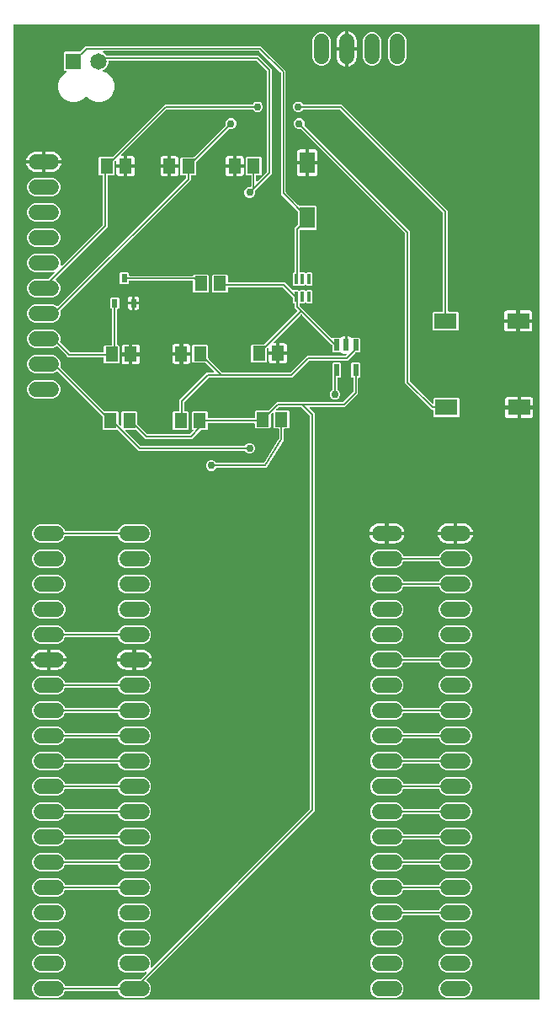
<source format=gbr>
G04 EAGLE Gerber RS-274X export*
G75*
%MOMM*%
%FSLAX34Y34*%
%LPD*%
%INTop Copper*%
%IPPOS*%
%AMOC8*
5,1,8,0,0,1.08239X$1,22.5*%
G01*
%ADD10R,1.300000X1.500000*%
%ADD11R,1.550000X2.150000*%
%ADD12R,0.300000X1.000000*%
%ADD13R,2.300000X1.600000*%
%ADD14C,1.524000*%
%ADD15R,0.600000X1.200000*%
%ADD16R,1.650000X1.650000*%
%ADD17C,1.650000*%
%ADD18R,0.600000X0.850000*%
%ADD19C,0.180000*%
%ADD20C,0.756400*%

G36*
X539038Y10175D02*
X539038Y10175D01*
X539137Y10183D01*
X539170Y10195D01*
X539205Y10201D01*
X539294Y10243D01*
X539386Y10279D01*
X539414Y10301D01*
X539446Y10316D01*
X539518Y10384D01*
X539596Y10445D01*
X539616Y10474D01*
X539642Y10498D01*
X539692Y10584D01*
X539748Y10665D01*
X539759Y10699D01*
X539776Y10729D01*
X539799Y10826D01*
X539828Y10920D01*
X539832Y10972D01*
X539837Y10990D01*
X539835Y11008D01*
X539839Y11060D01*
X539839Y988940D01*
X539825Y989038D01*
X539817Y989137D01*
X539805Y989170D01*
X539799Y989205D01*
X539757Y989294D01*
X539721Y989386D01*
X539699Y989414D01*
X539684Y989446D01*
X539616Y989518D01*
X539555Y989596D01*
X539526Y989616D01*
X539502Y989642D01*
X539416Y989692D01*
X539335Y989748D01*
X539301Y989759D01*
X539271Y989776D01*
X539174Y989799D01*
X539080Y989828D01*
X539028Y989832D01*
X539010Y989837D01*
X538992Y989835D01*
X538940Y989839D01*
X11060Y989839D01*
X10962Y989825D01*
X10863Y989817D01*
X10830Y989805D01*
X10795Y989799D01*
X10706Y989757D01*
X10614Y989721D01*
X10586Y989699D01*
X10554Y989684D01*
X10482Y989616D01*
X10404Y989555D01*
X10384Y989526D01*
X10358Y989502D01*
X10308Y989416D01*
X10252Y989335D01*
X10241Y989301D01*
X10224Y989271D01*
X10201Y989174D01*
X10172Y989080D01*
X10168Y989028D01*
X10163Y989010D01*
X10165Y988992D01*
X10161Y988940D01*
X10161Y11060D01*
X10175Y10962D01*
X10183Y10863D01*
X10195Y10830D01*
X10201Y10795D01*
X10243Y10706D01*
X10279Y10614D01*
X10301Y10586D01*
X10316Y10554D01*
X10384Y10482D01*
X10445Y10404D01*
X10474Y10384D01*
X10498Y10358D01*
X10584Y10308D01*
X10665Y10252D01*
X10699Y10241D01*
X10729Y10224D01*
X10826Y10201D01*
X10920Y10172D01*
X10972Y10168D01*
X10990Y10163D01*
X11008Y10165D01*
X11060Y10161D01*
X538940Y10161D01*
X539038Y10175D01*
G37*
%LPC*%
G36*
X36561Y12255D02*
X36561Y12255D01*
X33200Y13647D01*
X30627Y16220D01*
X29235Y19581D01*
X29235Y23219D01*
X30627Y26580D01*
X33200Y29153D01*
X36561Y30545D01*
X55439Y30545D01*
X58800Y29153D01*
X61373Y26580D01*
X62284Y24380D01*
X62313Y24331D01*
X62334Y24278D01*
X62382Y24217D01*
X62422Y24151D01*
X62464Y24113D01*
X62500Y24068D01*
X62563Y24024D01*
X62621Y23972D01*
X62673Y23948D01*
X62720Y23916D01*
X62794Y23893D01*
X62864Y23860D01*
X62921Y23853D01*
X62975Y23836D01*
X63115Y23825D01*
X114885Y23825D01*
X114942Y23833D01*
X114999Y23832D01*
X115073Y23853D01*
X115150Y23865D01*
X115201Y23889D01*
X115256Y23905D01*
X115321Y23947D01*
X115391Y23980D01*
X115433Y24019D01*
X115481Y24050D01*
X115530Y24109D01*
X115587Y24162D01*
X115616Y24211D01*
X115652Y24255D01*
X115716Y24380D01*
X116627Y26580D01*
X119200Y29153D01*
X122561Y30545D01*
X137343Y30545D01*
X137358Y30547D01*
X137372Y30545D01*
X137490Y30567D01*
X137608Y30585D01*
X137621Y30591D01*
X137635Y30593D01*
X137741Y30649D01*
X137849Y30700D01*
X137859Y30710D01*
X137872Y30717D01*
X137979Y30808D01*
X144025Y36854D01*
X144079Y36928D01*
X144140Y36996D01*
X144158Y37035D01*
X144183Y37069D01*
X144214Y37155D01*
X144252Y37239D01*
X144258Y37281D01*
X144272Y37321D01*
X144276Y37413D01*
X144288Y37504D01*
X144281Y37546D01*
X144282Y37588D01*
X144259Y37677D01*
X144244Y37768D01*
X144225Y37806D01*
X144214Y37847D01*
X144165Y37925D01*
X144124Y38007D01*
X144095Y38038D01*
X144072Y38074D01*
X144003Y38134D01*
X143939Y38200D01*
X143902Y38221D01*
X143870Y38249D01*
X143786Y38286D01*
X143706Y38331D01*
X143664Y38340D01*
X143625Y38357D01*
X143534Y38368D01*
X143444Y38387D01*
X143402Y38383D01*
X143360Y38388D01*
X143270Y38372D01*
X143178Y38364D01*
X143116Y38344D01*
X143097Y38340D01*
X143083Y38333D01*
X143045Y38320D01*
X141439Y37655D01*
X122561Y37655D01*
X119200Y39047D01*
X116627Y41620D01*
X115235Y44981D01*
X115235Y48619D01*
X116627Y51980D01*
X119200Y54553D01*
X122561Y55945D01*
X141439Y55945D01*
X144800Y54553D01*
X147373Y51980D01*
X148765Y48619D01*
X148765Y44981D01*
X148100Y43375D01*
X148077Y43286D01*
X148047Y43200D01*
X148045Y43157D01*
X148035Y43116D01*
X148040Y43024D01*
X148037Y42932D01*
X148048Y42891D01*
X148050Y42849D01*
X148082Y42763D01*
X148105Y42674D01*
X148128Y42638D01*
X148143Y42598D01*
X148198Y42525D01*
X148247Y42447D01*
X148279Y42419D01*
X148305Y42385D01*
X148380Y42332D01*
X148449Y42272D01*
X148488Y42255D01*
X148523Y42230D01*
X148610Y42201D01*
X148694Y42164D01*
X148736Y42159D01*
X148776Y42145D01*
X148868Y42143D01*
X148959Y42133D01*
X149001Y42140D01*
X149044Y42139D01*
X149132Y42164D01*
X149222Y42181D01*
X149260Y42200D01*
X149301Y42212D01*
X149378Y42262D01*
X149460Y42304D01*
X149509Y42347D01*
X149526Y42357D01*
X149536Y42369D01*
X149566Y42395D01*
X308312Y201141D01*
X308321Y201153D01*
X308332Y201162D01*
X308400Y201260D01*
X308471Y201356D01*
X308476Y201370D01*
X308484Y201382D01*
X308520Y201496D01*
X308559Y201609D01*
X308560Y201623D01*
X308564Y201637D01*
X308575Y201777D01*
X308575Y596723D01*
X308573Y596738D01*
X308575Y596752D01*
X308553Y596870D01*
X308535Y596988D01*
X308529Y597001D01*
X308527Y597015D01*
X308471Y597121D01*
X308420Y597229D01*
X308410Y597239D01*
X308403Y597252D01*
X308312Y597359D01*
X300259Y605412D01*
X300247Y605421D01*
X300238Y605432D01*
X300140Y605500D01*
X300044Y605571D01*
X300030Y605576D01*
X300018Y605584D01*
X299904Y605620D01*
X299791Y605659D01*
X299777Y605660D01*
X299763Y605664D01*
X299623Y605675D01*
X277477Y605675D01*
X277462Y605673D01*
X277448Y605675D01*
X277330Y605653D01*
X277212Y605635D01*
X277199Y605629D01*
X277185Y605627D01*
X277079Y605571D01*
X276971Y605520D01*
X276961Y605510D01*
X276948Y605503D01*
X276841Y605412D01*
X275089Y603660D01*
X275059Y603620D01*
X275023Y603586D01*
X274980Y603513D01*
X274930Y603445D01*
X274914Y603398D01*
X274889Y603355D01*
X274869Y603272D01*
X274841Y603192D01*
X274840Y603143D01*
X274828Y603094D01*
X274834Y603010D01*
X274831Y602925D01*
X274844Y602877D01*
X274847Y602827D01*
X274878Y602748D01*
X274900Y602667D01*
X274926Y602624D01*
X274944Y602578D01*
X274996Y602512D01*
X275041Y602440D01*
X275079Y602407D01*
X275110Y602368D01*
X275179Y602320D01*
X275243Y602264D01*
X275289Y602244D01*
X275330Y602216D01*
X275411Y602191D01*
X275488Y602156D01*
X275537Y602151D01*
X275585Y602136D01*
X275725Y602125D01*
X287232Y602125D01*
X288125Y601232D01*
X288125Y584968D01*
X287232Y584075D01*
X283424Y584075D01*
X283326Y584061D01*
X283227Y584053D01*
X283194Y584041D01*
X283159Y584035D01*
X283070Y583993D01*
X282978Y583957D01*
X282950Y583935D01*
X282918Y583920D01*
X282846Y583852D01*
X282768Y583791D01*
X282748Y583762D01*
X282722Y583738D01*
X282672Y583652D01*
X282616Y583571D01*
X282605Y583537D01*
X282588Y583507D01*
X282565Y583410D01*
X282536Y583316D01*
X282532Y583264D01*
X282527Y583246D01*
X282529Y583228D01*
X282525Y583176D01*
X282525Y573332D01*
X282530Y573298D01*
X282527Y573265D01*
X282549Y573126D01*
X282690Y572524D01*
X282659Y572474D01*
X282642Y572432D01*
X282616Y572395D01*
X282589Y572310D01*
X282554Y572228D01*
X282549Y572183D01*
X282536Y572140D01*
X282525Y572001D01*
X282525Y571942D01*
X282087Y571504D01*
X282067Y571477D01*
X282042Y571455D01*
X281959Y571342D01*
X266412Y546228D01*
X266394Y546186D01*
X266369Y546149D01*
X266342Y546064D01*
X266306Y545982D01*
X266302Y545937D01*
X266288Y545894D01*
X266277Y545754D01*
X266277Y545696D01*
X265840Y545258D01*
X265820Y545231D01*
X265794Y545209D01*
X265711Y545096D01*
X265385Y544570D01*
X265328Y544556D01*
X265286Y544540D01*
X265242Y544531D01*
X265163Y544490D01*
X265080Y544457D01*
X265045Y544429D01*
X265005Y544408D01*
X264898Y544317D01*
X264857Y544275D01*
X264238Y544275D01*
X264205Y544270D01*
X264171Y544273D01*
X264032Y544251D01*
X263430Y544110D01*
X263380Y544141D01*
X263339Y544158D01*
X263302Y544184D01*
X263217Y544211D01*
X263134Y544246D01*
X263090Y544251D01*
X263047Y544264D01*
X262907Y544275D01*
X214752Y544275D01*
X214696Y544267D01*
X214639Y544268D01*
X214564Y544247D01*
X214488Y544235D01*
X214437Y544211D01*
X214382Y544195D01*
X214317Y544153D01*
X214247Y544120D01*
X214205Y544081D01*
X214157Y544050D01*
X214107Y543991D01*
X214050Y543938D01*
X214022Y543889D01*
X213985Y543845D01*
X213922Y543720D01*
X213911Y543694D01*
X212418Y542201D01*
X210468Y541393D01*
X208356Y541393D01*
X206406Y542201D01*
X204913Y543694D01*
X204105Y545644D01*
X204105Y547756D01*
X204913Y549706D01*
X206406Y551199D01*
X208356Y552007D01*
X210468Y552007D01*
X212418Y551199D01*
X213911Y549706D01*
X213922Y549680D01*
X213951Y549631D01*
X213972Y549578D01*
X214020Y549517D01*
X214060Y549451D01*
X214102Y549413D01*
X214137Y549368D01*
X214201Y549324D01*
X214259Y549272D01*
X214311Y549248D01*
X214358Y549216D01*
X214431Y549193D01*
X214502Y549160D01*
X214558Y549153D01*
X214613Y549136D01*
X214752Y549125D01*
X262001Y549125D01*
X262117Y549142D01*
X262235Y549156D01*
X262249Y549162D01*
X262265Y549165D01*
X262372Y549216D01*
X262480Y549263D01*
X262492Y549273D01*
X262506Y549280D01*
X262593Y549361D01*
X262682Y549438D01*
X262695Y549455D01*
X262703Y549462D01*
X262712Y549478D01*
X262765Y549551D01*
X277541Y573418D01*
X277558Y573460D01*
X277584Y573497D01*
X277611Y573582D01*
X277646Y573664D01*
X277651Y573709D01*
X277664Y573752D01*
X277675Y573892D01*
X277675Y583176D01*
X277661Y583274D01*
X277653Y583373D01*
X277641Y583406D01*
X277635Y583441D01*
X277593Y583530D01*
X277557Y583622D01*
X277535Y583650D01*
X277520Y583682D01*
X277452Y583754D01*
X277391Y583832D01*
X277362Y583852D01*
X277338Y583878D01*
X277252Y583928D01*
X277171Y583984D01*
X277137Y583995D01*
X277107Y584012D01*
X277010Y584035D01*
X276916Y584064D01*
X276864Y584068D01*
X276846Y584073D01*
X276828Y584071D01*
X276776Y584075D01*
X272968Y584075D01*
X272075Y584968D01*
X272075Y598475D01*
X272068Y598524D01*
X272070Y598574D01*
X272048Y598656D01*
X272035Y598740D01*
X272014Y598785D01*
X272001Y598833D01*
X271956Y598904D01*
X271920Y598981D01*
X271886Y599017D01*
X271860Y599060D01*
X271796Y599115D01*
X271738Y599177D01*
X271695Y599202D01*
X271657Y599235D01*
X271580Y599269D01*
X271507Y599311D01*
X271458Y599323D01*
X271413Y599343D01*
X271329Y599353D01*
X271246Y599372D01*
X271197Y599368D01*
X271147Y599374D01*
X271064Y599359D01*
X270979Y599353D01*
X270933Y599335D01*
X270884Y599326D01*
X270809Y599287D01*
X270730Y599256D01*
X270691Y599225D01*
X270647Y599202D01*
X270540Y599111D01*
X269388Y597959D01*
X269379Y597947D01*
X269368Y597938D01*
X269300Y597840D01*
X269229Y597744D01*
X269224Y597730D01*
X269216Y597718D01*
X269180Y597604D01*
X269141Y597491D01*
X269140Y597477D01*
X269136Y597463D01*
X269125Y597323D01*
X269125Y584968D01*
X268232Y584075D01*
X253968Y584075D01*
X253075Y584968D01*
X253075Y588348D01*
X253061Y588446D01*
X253053Y588545D01*
X253041Y588578D01*
X253035Y588613D01*
X252993Y588702D01*
X252957Y588794D01*
X252935Y588822D01*
X252920Y588854D01*
X252852Y588926D01*
X252791Y589004D01*
X252762Y589024D01*
X252738Y589050D01*
X252652Y589100D01*
X252571Y589156D01*
X252537Y589167D01*
X252507Y589184D01*
X252410Y589207D01*
X252316Y589236D01*
X252264Y589240D01*
X252246Y589245D01*
X252228Y589243D01*
X252176Y589247D01*
X206724Y589247D01*
X206626Y589233D01*
X206527Y589225D01*
X206494Y589213D01*
X206459Y589207D01*
X206370Y589165D01*
X206278Y589129D01*
X206250Y589107D01*
X206218Y589092D01*
X206146Y589024D01*
X206068Y588963D01*
X206048Y588934D01*
X206022Y588910D01*
X205972Y588824D01*
X205916Y588743D01*
X205905Y588709D01*
X205888Y588679D01*
X205865Y588582D01*
X205836Y588488D01*
X205832Y588436D01*
X205827Y588418D01*
X205829Y588400D01*
X205825Y588348D01*
X205825Y583768D01*
X204932Y582875D01*
X199783Y582875D01*
X199768Y582873D01*
X199754Y582875D01*
X199636Y582853D01*
X199518Y582835D01*
X199505Y582829D01*
X199491Y582827D01*
X199385Y582771D01*
X199277Y582720D01*
X199267Y582710D01*
X199254Y582703D01*
X199147Y582612D01*
X189810Y573275D01*
X143182Y573275D01*
X141498Y574959D01*
X133845Y582612D01*
X133833Y582621D01*
X133824Y582632D01*
X133726Y582700D01*
X133630Y582771D01*
X133616Y582776D01*
X133604Y582784D01*
X133490Y582820D01*
X133378Y582859D01*
X133363Y582860D01*
X133349Y582864D01*
X133209Y582875D01*
X124089Y582875D01*
X124040Y582868D01*
X123990Y582870D01*
X123908Y582848D01*
X123824Y582835D01*
X123779Y582814D01*
X123731Y582801D01*
X123660Y582756D01*
X123583Y582720D01*
X123547Y582686D01*
X123504Y582660D01*
X123449Y582596D01*
X123387Y582538D01*
X123362Y582495D01*
X123329Y582457D01*
X123295Y582380D01*
X123253Y582307D01*
X123241Y582258D01*
X123221Y582213D01*
X123211Y582129D01*
X123192Y582046D01*
X123196Y581997D01*
X123190Y581947D01*
X123205Y581864D01*
X123211Y581779D01*
X123229Y581733D01*
X123238Y581684D01*
X123277Y581609D01*
X123308Y581530D01*
X123339Y581491D01*
X123362Y581447D01*
X123453Y581340D01*
X138105Y566688D01*
X138117Y566679D01*
X138126Y566668D01*
X138224Y566600D01*
X138320Y566529D01*
X138334Y566524D01*
X138346Y566516D01*
X138460Y566480D01*
X138573Y566441D01*
X138587Y566440D01*
X138601Y566436D01*
X138741Y566425D01*
X242660Y566425D01*
X242716Y566433D01*
X242773Y566432D01*
X242848Y566453D01*
X242924Y566465D01*
X242975Y566489D01*
X243030Y566505D01*
X243095Y566547D01*
X243165Y566580D01*
X243207Y566619D01*
X243255Y566650D01*
X243305Y566709D01*
X243362Y566762D01*
X243390Y566811D01*
X243427Y566855D01*
X243490Y566980D01*
X243501Y567006D01*
X244994Y568499D01*
X246944Y569307D01*
X249056Y569307D01*
X251006Y568499D01*
X252499Y567006D01*
X253307Y565056D01*
X253307Y562944D01*
X252499Y560994D01*
X251006Y559501D01*
X249056Y558693D01*
X246944Y558693D01*
X244994Y559501D01*
X243501Y560994D01*
X243490Y561020D01*
X243461Y561069D01*
X243440Y561122D01*
X243392Y561183D01*
X243352Y561249D01*
X243310Y561287D01*
X243275Y561332D01*
X243211Y561376D01*
X243153Y561428D01*
X243101Y561452D01*
X243054Y561484D01*
X242981Y561507D01*
X242910Y561540D01*
X242854Y561547D01*
X242799Y561564D01*
X242660Y561575D01*
X136360Y561575D01*
X115323Y582612D01*
X115311Y582621D01*
X115302Y582632D01*
X115204Y582700D01*
X115108Y582771D01*
X115094Y582776D01*
X115082Y582784D01*
X114968Y582820D01*
X114855Y582859D01*
X114841Y582860D01*
X114827Y582864D01*
X114687Y582875D01*
X101068Y582875D01*
X100175Y583768D01*
X100175Y595725D01*
X100173Y595740D01*
X100175Y595754D01*
X100153Y595872D01*
X100135Y595990D01*
X100129Y596003D01*
X100127Y596017D01*
X100071Y596123D01*
X100020Y596231D01*
X100010Y596241D01*
X100003Y596254D01*
X99912Y596361D01*
X55249Y641024D01*
X55169Y641083D01*
X55094Y641148D01*
X55062Y641162D01*
X55033Y641183D01*
X54940Y641216D01*
X54849Y641256D01*
X54814Y641260D01*
X54781Y641272D01*
X54682Y641276D01*
X54584Y641287D01*
X54549Y641281D01*
X54514Y641282D01*
X54418Y641257D01*
X54321Y641239D01*
X54289Y641223D01*
X54255Y641214D01*
X54171Y641161D01*
X54084Y641115D01*
X54044Y641082D01*
X54028Y641072D01*
X54016Y641058D01*
X53977Y641024D01*
X53900Y640947D01*
X50539Y639555D01*
X31661Y639555D01*
X28300Y640947D01*
X25727Y643520D01*
X24335Y646881D01*
X24335Y650519D01*
X25727Y653880D01*
X28300Y656453D01*
X31661Y657845D01*
X50539Y657845D01*
X53900Y656453D01*
X56473Y653880D01*
X57865Y650519D01*
X57865Y646881D01*
X57622Y646294D01*
X57608Y646239D01*
X57585Y646187D01*
X57576Y646110D01*
X57557Y646035D01*
X57560Y645978D01*
X57554Y645921D01*
X57568Y645845D01*
X57572Y645768D01*
X57592Y645714D01*
X57602Y645658D01*
X57638Y645589D01*
X57665Y645517D01*
X57699Y645472D01*
X57726Y645421D01*
X57817Y645314D01*
X101943Y601188D01*
X101955Y601179D01*
X101964Y601168D01*
X102062Y601100D01*
X102158Y601029D01*
X102172Y601024D01*
X102184Y601016D01*
X102298Y600980D01*
X102410Y600941D01*
X102425Y600940D01*
X102439Y600936D01*
X102579Y600925D01*
X115332Y600925D01*
X116225Y600032D01*
X116225Y588941D01*
X116227Y588926D01*
X116225Y588912D01*
X116247Y588794D01*
X116265Y588676D01*
X116271Y588663D01*
X116273Y588649D01*
X116329Y588543D01*
X116380Y588435D01*
X116390Y588425D01*
X116397Y588412D01*
X116488Y588305D01*
X117640Y587153D01*
X117680Y587123D01*
X117714Y587087D01*
X117787Y587044D01*
X117855Y586994D01*
X117902Y586978D01*
X117945Y586953D01*
X118028Y586933D01*
X118108Y586905D01*
X118157Y586904D01*
X118206Y586892D01*
X118290Y586898D01*
X118375Y586895D01*
X118423Y586908D01*
X118473Y586911D01*
X118552Y586942D01*
X118633Y586964D01*
X118676Y586990D01*
X118722Y587008D01*
X118789Y587060D01*
X118860Y587105D01*
X118893Y587143D01*
X118932Y587174D01*
X118980Y587243D01*
X119036Y587307D01*
X119056Y587353D01*
X119084Y587394D01*
X119109Y587474D01*
X119144Y587552D01*
X119149Y587601D01*
X119164Y587649D01*
X119175Y587789D01*
X119175Y600032D01*
X120068Y600925D01*
X134332Y600925D01*
X135225Y600032D01*
X135225Y588463D01*
X135227Y588448D01*
X135225Y588434D01*
X135247Y588316D01*
X135265Y588198D01*
X135271Y588185D01*
X135273Y588171D01*
X135329Y588065D01*
X135380Y587957D01*
X135390Y587947D01*
X135397Y587934D01*
X135488Y587827D01*
X144927Y578388D01*
X144939Y578379D01*
X144948Y578368D01*
X145045Y578301D01*
X145142Y578229D01*
X145156Y578224D01*
X145168Y578216D01*
X145282Y578180D01*
X145395Y578141D01*
X145409Y578140D01*
X145423Y578136D01*
X145563Y578125D01*
X187429Y578125D01*
X187444Y578127D01*
X187458Y578125D01*
X187576Y578147D01*
X187694Y578165D01*
X187707Y578171D01*
X187721Y578173D01*
X187827Y578229D01*
X187935Y578280D01*
X187945Y578290D01*
X187958Y578297D01*
X188065Y578388D01*
X191017Y581340D01*
X191047Y581380D01*
X191083Y581414D01*
X191126Y581487D01*
X191176Y581555D01*
X191192Y581602D01*
X191217Y581645D01*
X191237Y581728D01*
X191265Y581808D01*
X191266Y581857D01*
X191278Y581906D01*
X191272Y581990D01*
X191275Y582075D01*
X191262Y582123D01*
X191259Y582173D01*
X191228Y582252D01*
X191206Y582333D01*
X191180Y582376D01*
X191162Y582422D01*
X191110Y582488D01*
X191065Y582560D01*
X191027Y582593D01*
X190996Y582632D01*
X190927Y582680D01*
X190863Y582736D01*
X190817Y582756D01*
X190776Y582784D01*
X190752Y582791D01*
X189775Y583768D01*
X189775Y600032D01*
X190668Y600925D01*
X204932Y600925D01*
X205825Y600032D01*
X205825Y594996D01*
X205839Y594898D01*
X205847Y594799D01*
X205859Y594766D01*
X205865Y594731D01*
X205907Y594642D01*
X205943Y594550D01*
X205965Y594522D01*
X205980Y594490D01*
X206048Y594418D01*
X206109Y594340D01*
X206138Y594320D01*
X206162Y594294D01*
X206248Y594244D01*
X206329Y594188D01*
X206363Y594177D01*
X206393Y594160D01*
X206490Y594137D01*
X206584Y594108D01*
X206636Y594104D01*
X206654Y594099D01*
X206672Y594101D01*
X206724Y594097D01*
X252176Y594097D01*
X252274Y594111D01*
X252373Y594119D01*
X252406Y594131D01*
X252441Y594137D01*
X252530Y594179D01*
X252622Y594215D01*
X252650Y594237D01*
X252682Y594252D01*
X252754Y594320D01*
X252832Y594381D01*
X252852Y594410D01*
X252878Y594434D01*
X252928Y594520D01*
X252984Y594601D01*
X252995Y594635D01*
X253012Y594665D01*
X253035Y594762D01*
X253064Y594856D01*
X253068Y594908D01*
X253073Y594926D01*
X253071Y594944D01*
X253075Y594996D01*
X253075Y601232D01*
X253968Y602125D01*
X266323Y602125D01*
X266338Y602127D01*
X266352Y602125D01*
X266470Y602147D01*
X266588Y602165D01*
X266601Y602171D01*
X266615Y602173D01*
X266721Y602229D01*
X266829Y602280D01*
X266839Y602290D01*
X266852Y602297D01*
X266959Y602388D01*
X273412Y608841D01*
X275096Y610525D01*
X341723Y610525D01*
X341738Y610527D01*
X341752Y610525D01*
X341870Y610547D01*
X341988Y610565D01*
X342001Y610571D01*
X342015Y610573D01*
X342121Y610629D01*
X342229Y610680D01*
X342239Y610690D01*
X342252Y610697D01*
X342359Y610788D01*
X352012Y620441D01*
X352021Y620453D01*
X352032Y620462D01*
X352100Y620560D01*
X352171Y620656D01*
X352176Y620670D01*
X352184Y620682D01*
X352220Y620796D01*
X352259Y620909D01*
X352260Y620923D01*
X352264Y620937D01*
X352275Y621077D01*
X352275Y634276D01*
X352261Y634374D01*
X352253Y634473D01*
X352241Y634506D01*
X352235Y634541D01*
X352193Y634630D01*
X352157Y634722D01*
X352135Y634750D01*
X352120Y634782D01*
X352052Y634854D01*
X351991Y634932D01*
X351962Y634952D01*
X351938Y634978D01*
X351852Y635028D01*
X351771Y635084D01*
X351737Y635095D01*
X351707Y635112D01*
X351610Y635135D01*
X351516Y635164D01*
X351464Y635168D01*
X351446Y635173D01*
X351428Y635171D01*
X351376Y635175D01*
X351068Y635175D01*
X350175Y636068D01*
X350175Y649332D01*
X351068Y650225D01*
X358332Y650225D01*
X359225Y649332D01*
X359225Y636068D01*
X358332Y635175D01*
X358024Y635175D01*
X357926Y635161D01*
X357827Y635153D01*
X357794Y635141D01*
X357759Y635135D01*
X357670Y635093D01*
X357578Y635057D01*
X357550Y635035D01*
X357518Y635020D01*
X357446Y634952D01*
X357368Y634891D01*
X357348Y634862D01*
X357322Y634838D01*
X357272Y634752D01*
X357216Y634671D01*
X357205Y634637D01*
X357188Y634607D01*
X357165Y634510D01*
X357136Y634416D01*
X357132Y634364D01*
X357127Y634346D01*
X357129Y634328D01*
X357125Y634276D01*
X357125Y618696D01*
X344104Y605675D01*
X309025Y605675D01*
X308976Y605668D01*
X308926Y605670D01*
X308844Y605648D01*
X308760Y605635D01*
X308715Y605614D01*
X308667Y605601D01*
X308596Y605556D01*
X308519Y605520D01*
X308483Y605486D01*
X308440Y605460D01*
X308385Y605396D01*
X308323Y605338D01*
X308298Y605295D01*
X308265Y605257D01*
X308231Y605180D01*
X308189Y605107D01*
X308177Y605058D01*
X308157Y605013D01*
X308147Y604929D01*
X308128Y604846D01*
X308132Y604797D01*
X308126Y604747D01*
X308141Y604664D01*
X308147Y604579D01*
X308165Y604533D01*
X308174Y604484D01*
X308213Y604409D01*
X308244Y604330D01*
X308275Y604291D01*
X308298Y604247D01*
X308389Y604140D01*
X311741Y600788D01*
X313425Y599104D01*
X313425Y199396D01*
X144607Y30578D01*
X144603Y30572D01*
X144597Y30568D01*
X144573Y30534D01*
X144543Y30506D01*
X144502Y30436D01*
X144448Y30363D01*
X144446Y30356D01*
X144442Y30350D01*
X144427Y30306D01*
X144409Y30275D01*
X144392Y30203D01*
X144360Y30111D01*
X144360Y30103D01*
X144357Y30096D01*
X144356Y30047D01*
X144349Y30014D01*
X144353Y29947D01*
X144349Y29843D01*
X144351Y29836D01*
X144351Y29829D01*
X144365Y29778D01*
X144368Y29748D01*
X144391Y29688D01*
X144418Y29585D01*
X144422Y29579D01*
X144424Y29571D01*
X144454Y29526D01*
X144464Y29498D01*
X144502Y29451D01*
X144560Y29358D01*
X144565Y29353D01*
X144569Y29347D01*
X144612Y29311D01*
X144630Y29288D01*
X144679Y29254D01*
X144762Y29183D01*
X144769Y29180D01*
X144774Y29175D01*
X144781Y29172D01*
X147373Y26580D01*
X148765Y23219D01*
X148765Y19581D01*
X147373Y16220D01*
X144800Y13647D01*
X141439Y12255D01*
X122561Y12255D01*
X119200Y13647D01*
X116627Y16220D01*
X115716Y18420D01*
X115687Y18469D01*
X115666Y18522D01*
X115618Y18583D01*
X115578Y18649D01*
X115536Y18687D01*
X115500Y18732D01*
X115437Y18776D01*
X115379Y18828D01*
X115327Y18852D01*
X115280Y18884D01*
X115206Y18907D01*
X115136Y18940D01*
X115079Y18947D01*
X115025Y18964D01*
X114885Y18975D01*
X63115Y18975D01*
X63058Y18967D01*
X63001Y18968D01*
X62927Y18947D01*
X62850Y18935D01*
X62799Y18911D01*
X62744Y18895D01*
X62679Y18853D01*
X62609Y18820D01*
X62567Y18781D01*
X62519Y18750D01*
X62470Y18691D01*
X62413Y18638D01*
X62384Y18589D01*
X62347Y18545D01*
X62284Y18420D01*
X61373Y16220D01*
X58800Y13647D01*
X55439Y12255D01*
X36561Y12255D01*
G37*
%LPD*%
%LPC*%
G36*
X292568Y727675D02*
X292568Y727675D01*
X291675Y728568D01*
X291675Y739832D01*
X292578Y740735D01*
X292610Y740739D01*
X292709Y740747D01*
X292742Y740759D01*
X292777Y740765D01*
X292866Y740807D01*
X292958Y740843D01*
X292986Y740865D01*
X293018Y740880D01*
X293090Y740948D01*
X293168Y741009D01*
X293188Y741038D01*
X293214Y741062D01*
X293264Y741148D01*
X293320Y741229D01*
X293331Y741263D01*
X293348Y741293D01*
X293371Y741390D01*
X293400Y741484D01*
X293404Y741536D01*
X293409Y741554D01*
X293407Y741572D01*
X293411Y741624D01*
X293411Y785468D01*
X296662Y788719D01*
X296671Y788731D01*
X296682Y788740D01*
X296750Y788838D01*
X296821Y788934D01*
X296826Y788948D01*
X296834Y788960D01*
X296870Y789074D01*
X296909Y789187D01*
X296910Y789201D01*
X296914Y789215D01*
X296925Y789355D01*
X296925Y801179D01*
X296923Y801194D01*
X296925Y801208D01*
X296903Y801326D01*
X296885Y801444D01*
X296879Y801457D01*
X296877Y801471D01*
X296821Y801577D01*
X296770Y801685D01*
X296760Y801695D01*
X296753Y801708D01*
X296662Y801815D01*
X279411Y819066D01*
X279411Y941061D01*
X279409Y941076D01*
X279411Y941090D01*
X279389Y941208D01*
X279371Y941326D01*
X279365Y941339D01*
X279363Y941353D01*
X279307Y941459D01*
X279256Y941567D01*
X279246Y941577D01*
X279239Y941590D01*
X279148Y941697D01*
X257883Y962962D01*
X257871Y962971D01*
X257862Y962982D01*
X257764Y963050D01*
X257668Y963121D01*
X257654Y963126D01*
X257642Y963134D01*
X257528Y963170D01*
X257415Y963209D01*
X257401Y963210D01*
X257387Y963214D01*
X257247Y963225D01*
X101195Y963225D01*
X101104Y963212D01*
X101012Y963207D01*
X100972Y963192D01*
X100930Y963185D01*
X100847Y963146D01*
X100761Y963114D01*
X100727Y963088D01*
X100689Y963070D01*
X100622Y963007D01*
X100549Y962952D01*
X100524Y962917D01*
X100493Y962888D01*
X100447Y962809D01*
X100393Y962734D01*
X100380Y962693D01*
X100358Y962657D01*
X100338Y962567D01*
X100309Y962480D01*
X100308Y962438D01*
X100298Y962396D01*
X100305Y962305D01*
X100303Y962213D01*
X100314Y962172D01*
X100317Y962129D01*
X100350Y962044D01*
X100375Y961955D01*
X100398Y961920D01*
X100414Y961880D01*
X100471Y961808D01*
X100521Y961731D01*
X100553Y961703D01*
X100580Y961670D01*
X100655Y961618D01*
X100726Y961559D01*
X100784Y961529D01*
X100800Y961518D01*
X100815Y961513D01*
X100851Y961495D01*
X101837Y961087D01*
X104235Y958688D01*
X104247Y958679D01*
X104256Y958668D01*
X104354Y958600D01*
X104451Y958529D01*
X104464Y958524D01*
X104476Y958516D01*
X104590Y958480D01*
X104703Y958441D01*
X104718Y958440D01*
X104731Y958436D01*
X104871Y958425D01*
X257004Y958425D01*
X270425Y945004D01*
X270425Y839996D01*
X253491Y823062D01*
X253457Y823016D01*
X253416Y822977D01*
X253378Y822909D01*
X253332Y822847D01*
X253313Y822793D01*
X253285Y822743D01*
X253269Y822667D01*
X253243Y822594D01*
X253241Y822537D01*
X253229Y822482D01*
X253236Y822404D01*
X253233Y822327D01*
X253248Y822272D01*
X253252Y822215D01*
X253296Y822082D01*
X253307Y822056D01*
X253307Y819944D01*
X252499Y817994D01*
X251006Y816501D01*
X249056Y815693D01*
X246944Y815693D01*
X244994Y816501D01*
X243501Y817994D01*
X242693Y819944D01*
X242693Y822056D01*
X243501Y824006D01*
X244994Y825499D01*
X246944Y826307D01*
X248776Y826307D01*
X248874Y826321D01*
X248973Y826329D01*
X249006Y826341D01*
X249041Y826347D01*
X249130Y826389D01*
X249222Y826425D01*
X249250Y826447D01*
X249282Y826462D01*
X249354Y826530D01*
X249432Y826591D01*
X249452Y826620D01*
X249478Y826644D01*
X249528Y826730D01*
X249584Y826811D01*
X249595Y826845D01*
X249612Y826875D01*
X249635Y826972D01*
X249664Y827066D01*
X249668Y827118D01*
X249673Y827136D01*
X249671Y827154D01*
X249675Y827206D01*
X249675Y837676D01*
X249661Y837774D01*
X249653Y837873D01*
X249641Y837906D01*
X249635Y837941D01*
X249593Y838030D01*
X249557Y838122D01*
X249535Y838150D01*
X249520Y838182D01*
X249452Y838254D01*
X249391Y838332D01*
X249362Y838352D01*
X249338Y838378D01*
X249252Y838428D01*
X249171Y838484D01*
X249137Y838495D01*
X249107Y838512D01*
X249010Y838535D01*
X248916Y838564D01*
X248864Y838568D01*
X248846Y838573D01*
X248828Y838571D01*
X248776Y838575D01*
X244968Y838575D01*
X244075Y839468D01*
X244075Y855732D01*
X244968Y856625D01*
X259232Y856625D01*
X260125Y855732D01*
X260125Y839468D01*
X259232Y838575D01*
X255424Y838575D01*
X255326Y838561D01*
X255227Y838553D01*
X255194Y838541D01*
X255159Y838535D01*
X255070Y838493D01*
X254978Y838457D01*
X254950Y838435D01*
X254918Y838420D01*
X254846Y838352D01*
X254768Y838291D01*
X254748Y838262D01*
X254722Y838238D01*
X254672Y838152D01*
X254616Y838071D01*
X254605Y838037D01*
X254588Y838007D01*
X254565Y837910D01*
X254536Y837816D01*
X254532Y837764D01*
X254527Y837746D01*
X254529Y837728D01*
X254525Y837676D01*
X254525Y833125D01*
X254532Y833076D01*
X254530Y833026D01*
X254552Y832944D01*
X254565Y832860D01*
X254586Y832815D01*
X254599Y832767D01*
X254644Y832696D01*
X254680Y832619D01*
X254714Y832583D01*
X254740Y832540D01*
X254804Y832485D01*
X254862Y832423D01*
X254905Y832398D01*
X254943Y832365D01*
X255020Y832331D01*
X255093Y832289D01*
X255142Y832277D01*
X255187Y832257D01*
X255271Y832247D01*
X255354Y832228D01*
X255403Y832232D01*
X255453Y832226D01*
X255536Y832241D01*
X255621Y832247D01*
X255667Y832265D01*
X255716Y832274D01*
X255791Y832313D01*
X255870Y832344D01*
X255909Y832375D01*
X255953Y832398D01*
X256060Y832489D01*
X265312Y841741D01*
X265321Y841753D01*
X265332Y841762D01*
X265399Y841859D01*
X265471Y841956D01*
X265476Y841970D01*
X265484Y841982D01*
X265520Y842096D01*
X265559Y842209D01*
X265560Y842223D01*
X265564Y842237D01*
X265575Y842377D01*
X265575Y942623D01*
X265573Y942638D01*
X265575Y942652D01*
X265553Y942770D01*
X265535Y942888D01*
X265529Y942901D01*
X265527Y942915D01*
X265471Y943021D01*
X265420Y943129D01*
X265410Y943139D01*
X265403Y943152D01*
X265312Y943259D01*
X255259Y953312D01*
X255247Y953321D01*
X255238Y953332D01*
X255140Y953400D01*
X255044Y953471D01*
X255030Y953476D01*
X255018Y953484D01*
X254904Y953520D01*
X254791Y953559D01*
X254777Y953560D01*
X254763Y953564D01*
X254623Y953575D01*
X106974Y953575D01*
X106876Y953561D01*
X106777Y953553D01*
X106744Y953541D01*
X106709Y953535D01*
X106620Y953493D01*
X106528Y953457D01*
X106500Y953435D01*
X106468Y953420D01*
X106396Y953352D01*
X106318Y953291D01*
X106298Y953262D01*
X106272Y953238D01*
X106222Y953152D01*
X106166Y953071D01*
X106155Y953037D01*
X106138Y953007D01*
X106115Y952910D01*
X106086Y952816D01*
X106082Y952764D01*
X106077Y952746D01*
X106079Y952728D01*
X106075Y952676D01*
X106075Y950856D01*
X104587Y947263D01*
X101837Y944513D01*
X100878Y944116D01*
X100836Y944091D01*
X100789Y944073D01*
X100722Y944022D01*
X100649Y943978D01*
X100616Y943941D01*
X100576Y943911D01*
X100527Y943842D01*
X100471Y943779D01*
X100450Y943734D01*
X100421Y943693D01*
X100394Y943613D01*
X100359Y943536D01*
X100352Y943487D01*
X100336Y943440D01*
X100335Y943355D01*
X100323Y943271D01*
X100331Y943222D01*
X100330Y943172D01*
X100353Y943091D01*
X100367Y943007D01*
X100390Y942963D01*
X100403Y942915D01*
X100449Y942844D01*
X100487Y942768D01*
X100521Y942732D01*
X100548Y942690D01*
X100613Y942636D01*
X100672Y942575D01*
X100715Y942550D01*
X100753Y942518D01*
X100878Y942455D01*
X105171Y940677D01*
X109577Y936271D01*
X111961Y930515D01*
X111961Y924285D01*
X109577Y918529D01*
X105171Y914123D01*
X99415Y911739D01*
X93185Y911739D01*
X87429Y914123D01*
X84236Y917317D01*
X84156Y917375D01*
X84081Y917440D01*
X84049Y917454D01*
X84021Y917475D01*
X83927Y917508D01*
X83837Y917548D01*
X83802Y917552D01*
X83768Y917564D01*
X83669Y917568D01*
X83571Y917579D01*
X83536Y917573D01*
X83501Y917574D01*
X83405Y917549D01*
X83308Y917531D01*
X83277Y917515D01*
X83243Y917506D01*
X83159Y917453D01*
X83071Y917408D01*
X83031Y917374D01*
X83016Y917364D01*
X83004Y917350D01*
X82964Y917317D01*
X79771Y914123D01*
X74015Y911739D01*
X67785Y911739D01*
X62029Y914123D01*
X57623Y918529D01*
X55239Y924285D01*
X55239Y930515D01*
X57623Y936271D01*
X62029Y940677D01*
X63523Y941295D01*
X63601Y941343D01*
X63684Y941382D01*
X63715Y941411D01*
X63752Y941433D01*
X63813Y941502D01*
X63880Y941564D01*
X63902Y941601D01*
X63930Y941632D01*
X63969Y941716D01*
X64015Y941795D01*
X64024Y941837D01*
X64042Y941875D01*
X64054Y941967D01*
X64075Y942056D01*
X64072Y942098D01*
X64078Y942140D01*
X64062Y942231D01*
X64056Y942323D01*
X64041Y942362D01*
X64034Y942404D01*
X63993Y942486D01*
X63959Y942572D01*
X63933Y942605D01*
X63914Y942643D01*
X63850Y942710D01*
X63794Y942782D01*
X63759Y942806D01*
X63729Y942837D01*
X63649Y942882D01*
X63573Y942934D01*
X63533Y942947D01*
X63496Y942967D01*
X63406Y942987D01*
X63318Y943014D01*
X63254Y943019D01*
X63234Y943024D01*
X63218Y943022D01*
X63178Y943025D01*
X62018Y943025D01*
X61125Y943918D01*
X61125Y961682D01*
X62018Y962575D01*
X76873Y962575D01*
X76888Y962577D01*
X76902Y962575D01*
X77020Y962597D01*
X77138Y962615D01*
X77151Y962621D01*
X77165Y962623D01*
X77271Y962679D01*
X77379Y962730D01*
X77389Y962740D01*
X77402Y962747D01*
X77509Y962838D01*
X82746Y968075D01*
X259628Y968075D01*
X284261Y943442D01*
X284261Y821447D01*
X284263Y821432D01*
X284261Y821418D01*
X284283Y821300D01*
X284301Y821182D01*
X284307Y821169D01*
X284309Y821155D01*
X284365Y821049D01*
X284416Y820941D01*
X284426Y820931D01*
X284433Y820918D01*
X284524Y820811D01*
X296997Y808338D01*
X297009Y808329D01*
X297018Y808318D01*
X297116Y808250D01*
X297212Y808179D01*
X297226Y808174D01*
X297238Y808166D01*
X297352Y808130D01*
X297465Y808091D01*
X297479Y808090D01*
X297493Y808086D01*
X297633Y808075D01*
X314582Y808075D01*
X315475Y807182D01*
X315475Y784418D01*
X314582Y783525D01*
X299160Y783525D01*
X299062Y783511D01*
X298963Y783503D01*
X298930Y783491D01*
X298895Y783485D01*
X298806Y783443D01*
X298714Y783407D01*
X298686Y783385D01*
X298654Y783370D01*
X298582Y783302D01*
X298504Y783241D01*
X298484Y783212D01*
X298458Y783188D01*
X298408Y783102D01*
X298352Y783021D01*
X298341Y782987D01*
X298324Y782957D01*
X298301Y782860D01*
X298272Y782766D01*
X298268Y782714D01*
X298263Y782696D01*
X298264Y782689D01*
X298263Y782687D01*
X298264Y782673D01*
X298261Y782626D01*
X298261Y741624D01*
X298275Y741526D01*
X298283Y741427D01*
X298295Y741394D01*
X298301Y741359D01*
X298343Y741270D01*
X298379Y741178D01*
X298401Y741150D01*
X298416Y741118D01*
X298484Y741046D01*
X298545Y740968D01*
X298574Y740948D01*
X298598Y740922D01*
X298684Y740872D01*
X298765Y740816D01*
X298799Y740805D01*
X298829Y740788D01*
X298926Y740765D01*
X299020Y740736D01*
X299072Y740732D01*
X299090Y740727D01*
X299108Y740729D01*
X299160Y740725D01*
X303332Y740725D01*
X303814Y740242D01*
X303894Y740183D01*
X303969Y740118D01*
X304001Y740104D01*
X304029Y740083D01*
X304123Y740050D01*
X304213Y740010D01*
X304248Y740006D01*
X304282Y739995D01*
X304380Y739991D01*
X304479Y739979D01*
X304514Y739986D01*
X304549Y739984D01*
X304644Y740010D01*
X304742Y740027D01*
X304773Y740044D01*
X304807Y740053D01*
X304891Y740105D01*
X304979Y740151D01*
X305019Y740185D01*
X305034Y740194D01*
X305046Y740208D01*
X305086Y740242D01*
X305568Y740725D01*
X309832Y740725D01*
X310725Y739832D01*
X310725Y728568D01*
X309832Y727675D01*
X305568Y727675D01*
X305086Y728158D01*
X305006Y728217D01*
X304931Y728282D01*
X304899Y728296D01*
X304871Y728317D01*
X304777Y728350D01*
X304687Y728390D01*
X304652Y728394D01*
X304618Y728405D01*
X304519Y728409D01*
X304421Y728421D01*
X304386Y728414D01*
X304351Y728416D01*
X304256Y728390D01*
X304158Y728373D01*
X304127Y728356D01*
X304093Y728347D01*
X304008Y728295D01*
X303921Y728249D01*
X303881Y728215D01*
X303866Y728206D01*
X303853Y728191D01*
X303814Y728158D01*
X303332Y727675D01*
X299068Y727675D01*
X298586Y728158D01*
X298506Y728217D01*
X298431Y728282D01*
X298399Y728296D01*
X298371Y728317D01*
X298277Y728350D01*
X298187Y728390D01*
X298152Y728394D01*
X298118Y728405D01*
X298019Y728409D01*
X297921Y728421D01*
X297886Y728414D01*
X297851Y728416D01*
X297756Y728390D01*
X297658Y728373D01*
X297627Y728356D01*
X297593Y728347D01*
X297508Y728295D01*
X297421Y728249D01*
X297381Y728215D01*
X297366Y728206D01*
X297353Y728191D01*
X297314Y728158D01*
X296832Y727675D01*
X292568Y727675D01*
G37*
%LPD*%
%LPC*%
G36*
X171668Y582875D02*
X171668Y582875D01*
X170775Y583768D01*
X170775Y600032D01*
X171668Y600925D01*
X176172Y600925D01*
X176270Y600939D01*
X176369Y600947D01*
X176402Y600959D01*
X176437Y600965D01*
X176526Y601007D01*
X176618Y601043D01*
X176646Y601065D01*
X176678Y601080D01*
X176750Y601148D01*
X176828Y601209D01*
X176848Y601238D01*
X176874Y601262D01*
X176924Y601348D01*
X176980Y601429D01*
X176991Y601463D01*
X177008Y601493D01*
X177031Y601590D01*
X177060Y601684D01*
X177064Y601736D01*
X177069Y601754D01*
X177067Y601772D01*
X177071Y601824D01*
X177071Y612620D01*
X204732Y640281D01*
X211319Y640281D01*
X211368Y640288D01*
X211418Y640286D01*
X211500Y640308D01*
X211584Y640321D01*
X211629Y640342D01*
X211677Y640355D01*
X211748Y640400D01*
X211825Y640436D01*
X211861Y640470D01*
X211904Y640496D01*
X211959Y640560D01*
X212021Y640618D01*
X212046Y640661D01*
X212079Y640699D01*
X212113Y640776D01*
X212155Y640849D01*
X212167Y640898D01*
X212187Y640943D01*
X212197Y641027D01*
X212216Y641110D01*
X212212Y641159D01*
X212218Y641209D01*
X212203Y641292D01*
X212197Y641377D01*
X212179Y641423D01*
X212170Y641472D01*
X212131Y641547D01*
X212100Y641626D01*
X212069Y641665D01*
X212046Y641709D01*
X211955Y641816D01*
X204159Y649612D01*
X204147Y649621D01*
X204138Y649632D01*
X204040Y649700D01*
X203944Y649771D01*
X203930Y649776D01*
X203918Y649784D01*
X203804Y649820D01*
X203692Y649859D01*
X203677Y649860D01*
X203663Y649864D01*
X203523Y649875D01*
X191168Y649875D01*
X190275Y650768D01*
X190275Y667032D01*
X191168Y667925D01*
X205432Y667925D01*
X206325Y667032D01*
X206325Y654677D01*
X206327Y654662D01*
X206325Y654648D01*
X206347Y654530D01*
X206365Y654412D01*
X206371Y654399D01*
X206373Y654385D01*
X206429Y654279D01*
X206480Y654171D01*
X206490Y654161D01*
X206497Y654148D01*
X206588Y654041D01*
X220085Y640544D01*
X220097Y640535D01*
X220106Y640524D01*
X220204Y640456D01*
X220300Y640385D01*
X220314Y640380D01*
X220326Y640372D01*
X220440Y640336D01*
X220552Y640297D01*
X220567Y640296D01*
X220581Y640292D01*
X220721Y640281D01*
X288501Y640281D01*
X288516Y640283D01*
X288530Y640281D01*
X288648Y640303D01*
X288766Y640321D01*
X288779Y640327D01*
X288793Y640329D01*
X288899Y640385D01*
X289007Y640436D01*
X289017Y640446D01*
X289030Y640453D01*
X289137Y640544D01*
X305846Y657253D01*
X344319Y657253D01*
X344334Y657255D01*
X344348Y657253D01*
X344465Y657275D01*
X344584Y657293D01*
X344597Y657299D01*
X344611Y657301D01*
X344717Y657357D01*
X344825Y657408D01*
X344835Y657418D01*
X344848Y657425D01*
X344955Y657516D01*
X345063Y657624D01*
X345093Y657664D01*
X345129Y657698D01*
X345172Y657771D01*
X345222Y657839D01*
X345238Y657886D01*
X345263Y657929D01*
X345282Y658012D01*
X345311Y658092D01*
X345312Y658141D01*
X345324Y658190D01*
X345318Y658274D01*
X345321Y658359D01*
X345308Y658407D01*
X345305Y658457D01*
X345274Y658536D01*
X345252Y658617D01*
X345226Y658660D01*
X345208Y658706D01*
X345156Y658772D01*
X345111Y658844D01*
X345073Y658877D01*
X345042Y658916D01*
X344973Y658964D01*
X344909Y659019D01*
X344863Y659040D01*
X344822Y659068D01*
X344741Y659093D01*
X344664Y659127D01*
X344615Y659133D01*
X344567Y659148D01*
X344427Y659159D01*
X341865Y659159D01*
X341219Y659332D01*
X340640Y659667D01*
X340367Y659939D01*
X340288Y659998D01*
X340213Y660063D01*
X340180Y660078D01*
X340152Y660098D01*
X340059Y660131D01*
X339968Y660171D01*
X339933Y660175D01*
X339900Y660187D01*
X339801Y660191D01*
X339702Y660202D01*
X339668Y660196D01*
X339633Y660197D01*
X339549Y660175D01*
X332068Y660175D01*
X331175Y661068D01*
X331175Y667209D01*
X331173Y667224D01*
X331175Y667238D01*
X331153Y667356D01*
X331135Y667474D01*
X331129Y667487D01*
X331127Y667501D01*
X331071Y667607D01*
X331020Y667715D01*
X331010Y667725D01*
X331003Y667738D01*
X330912Y667845D01*
X300627Y698130D01*
X300547Y698189D01*
X300472Y698254D01*
X300440Y698268D01*
X300412Y698289D01*
X300318Y698322D01*
X300228Y698362D01*
X300193Y698366D01*
X300159Y698378D01*
X300061Y698381D01*
X299962Y698393D01*
X299927Y698387D01*
X299892Y698388D01*
X299797Y698363D01*
X299699Y698345D01*
X299668Y698328D01*
X299634Y698319D01*
X299550Y698267D01*
X299462Y698221D01*
X299422Y698187D01*
X299407Y698178D01*
X299395Y698164D01*
X299355Y698130D01*
X272201Y670976D01*
X272171Y670936D01*
X272135Y670902D01*
X272092Y670829D01*
X272042Y670761D01*
X272026Y670714D01*
X272001Y670671D01*
X271981Y670588D01*
X271953Y670508D01*
X271952Y670459D01*
X271940Y670410D01*
X271946Y670326D01*
X271943Y670241D01*
X271956Y670193D01*
X271959Y670143D01*
X271990Y670064D01*
X272012Y669983D01*
X272038Y669940D01*
X272056Y669894D01*
X272108Y669828D01*
X272153Y669756D01*
X272191Y669723D01*
X272222Y669684D01*
X272291Y669636D01*
X272355Y669580D01*
X272401Y669560D01*
X272442Y669532D01*
X272523Y669507D01*
X272600Y669472D01*
X272649Y669467D01*
X272697Y669452D01*
X272837Y669441D01*
X274601Y669441D01*
X274601Y661199D01*
X267359Y661199D01*
X267359Y663963D01*
X267352Y664012D01*
X267354Y664062D01*
X267332Y664144D01*
X267319Y664228D01*
X267298Y664273D01*
X267285Y664321D01*
X267240Y664393D01*
X267204Y664469D01*
X267170Y664505D01*
X267143Y664548D01*
X267080Y664603D01*
X267022Y664665D01*
X266979Y664690D01*
X266941Y664723D01*
X266864Y664757D01*
X266791Y664799D01*
X266742Y664811D01*
X266697Y664831D01*
X266613Y664841D01*
X266530Y664860D01*
X266481Y664856D01*
X266431Y664862D01*
X266348Y664847D01*
X266263Y664841D01*
X266217Y664823D01*
X266168Y664814D01*
X266093Y664775D01*
X266014Y664744D01*
X265975Y664713D01*
X265931Y664690D01*
X265824Y664599D01*
X265688Y664463D01*
X265679Y664451D01*
X265668Y664442D01*
X265600Y664344D01*
X265529Y664248D01*
X265524Y664234D01*
X265516Y664222D01*
X265480Y664108D01*
X265441Y663995D01*
X265440Y663981D01*
X265436Y663967D01*
X265425Y663827D01*
X265425Y651268D01*
X264532Y650375D01*
X250268Y650375D01*
X249375Y651268D01*
X249375Y667532D01*
X250268Y668425D01*
X262419Y668425D01*
X262434Y668427D01*
X262448Y668425D01*
X262566Y668447D01*
X262684Y668465D01*
X262697Y668471D01*
X262711Y668473D01*
X262817Y668529D01*
X262925Y668580D01*
X262935Y668590D01*
X262948Y668597D01*
X263055Y668688D01*
X295926Y701559D01*
X295985Y701639D01*
X296050Y701714D01*
X296064Y701746D01*
X296085Y701774D01*
X296118Y701868D01*
X296158Y701958D01*
X296162Y701993D01*
X296174Y702027D01*
X296177Y702126D01*
X296189Y702224D01*
X296183Y702259D01*
X296184Y702294D01*
X296159Y702390D01*
X296141Y702487D01*
X296124Y702518D01*
X296115Y702552D01*
X296063Y702636D01*
X296017Y702724D01*
X295983Y702764D01*
X295974Y702779D01*
X295960Y702791D01*
X295926Y702831D01*
X295095Y703662D01*
X293411Y705346D01*
X293411Y708776D01*
X293397Y708874D01*
X293389Y708973D01*
X293377Y709006D01*
X293371Y709041D01*
X293329Y709130D01*
X293293Y709222D01*
X293271Y709250D01*
X293256Y709282D01*
X293188Y709354D01*
X293127Y709432D01*
X293098Y709452D01*
X293074Y709478D01*
X292988Y709528D01*
X292907Y709584D01*
X292873Y709595D01*
X292843Y709612D01*
X292746Y709635D01*
X292652Y709664D01*
X292600Y709668D01*
X292582Y709673D01*
X292572Y709672D01*
X291675Y710568D01*
X291675Y715019D01*
X291673Y715034D01*
X291675Y715048D01*
X291653Y715166D01*
X291635Y715284D01*
X291629Y715297D01*
X291627Y715311D01*
X291571Y715417D01*
X291520Y715525D01*
X291510Y715535D01*
X291503Y715548D01*
X291412Y715655D01*
X281799Y725268D01*
X281787Y725277D01*
X281778Y725288D01*
X281681Y725355D01*
X281584Y725427D01*
X281570Y725432D01*
X281558Y725440D01*
X281444Y725476D01*
X281331Y725515D01*
X281317Y725516D01*
X281303Y725520D01*
X281163Y725531D01*
X227024Y725531D01*
X226926Y725517D01*
X226827Y725509D01*
X226794Y725497D01*
X226759Y725491D01*
X226670Y725449D01*
X226578Y725413D01*
X226550Y725391D01*
X226518Y725376D01*
X226446Y725308D01*
X226368Y725247D01*
X226348Y725218D01*
X226322Y725194D01*
X226272Y725108D01*
X226216Y725027D01*
X226205Y724993D01*
X226188Y724963D01*
X226165Y724866D01*
X226136Y724772D01*
X226132Y724720D01*
X226127Y724702D01*
X226129Y724684D01*
X226125Y724632D01*
X226125Y721468D01*
X225232Y720575D01*
X210968Y720575D01*
X210075Y721468D01*
X210075Y737732D01*
X210968Y738625D01*
X225232Y738625D01*
X226125Y737732D01*
X226125Y731280D01*
X226139Y731182D01*
X226147Y731083D01*
X226159Y731050D01*
X226165Y731015D01*
X226207Y730926D01*
X226243Y730834D01*
X226265Y730806D01*
X226280Y730774D01*
X226348Y730702D01*
X226409Y730624D01*
X226438Y730604D01*
X226462Y730578D01*
X226548Y730528D01*
X226629Y730472D01*
X226663Y730461D01*
X226693Y730444D01*
X226790Y730421D01*
X226884Y730392D01*
X226936Y730388D01*
X226954Y730383D01*
X226972Y730385D01*
X227024Y730381D01*
X283544Y730381D01*
X291249Y722677D01*
X291328Y722618D01*
X291403Y722553D01*
X291435Y722539D01*
X291464Y722518D01*
X291557Y722485D01*
X291648Y722445D01*
X291683Y722441D01*
X291716Y722429D01*
X291815Y722425D01*
X291913Y722414D01*
X291948Y722420D01*
X291983Y722419D01*
X292079Y722444D01*
X292176Y722462D01*
X292208Y722478D01*
X292242Y722487D01*
X292326Y722540D01*
X292414Y722585D01*
X292453Y722619D01*
X292469Y722629D01*
X292481Y722643D01*
X292520Y722677D01*
X292568Y722725D01*
X296832Y722725D01*
X297314Y722242D01*
X297394Y722183D01*
X297469Y722118D01*
X297501Y722104D01*
X297529Y722083D01*
X297623Y722050D01*
X297713Y722010D01*
X297748Y722006D01*
X297782Y721995D01*
X297880Y721991D01*
X297979Y721979D01*
X298014Y721986D01*
X298049Y721984D01*
X298144Y722010D01*
X298242Y722027D01*
X298273Y722044D01*
X298307Y722053D01*
X298391Y722105D01*
X298479Y722151D01*
X298519Y722185D01*
X298534Y722194D01*
X298546Y722208D01*
X298586Y722242D01*
X299068Y722725D01*
X303332Y722725D01*
X303814Y722242D01*
X303894Y722183D01*
X303969Y722118D01*
X304001Y722104D01*
X304029Y722083D01*
X304123Y722050D01*
X304213Y722010D01*
X304248Y722006D01*
X304282Y721995D01*
X304380Y721991D01*
X304479Y721979D01*
X304514Y721986D01*
X304549Y721984D01*
X304644Y722010D01*
X304742Y722027D01*
X304773Y722044D01*
X304807Y722053D01*
X304891Y722105D01*
X304979Y722151D01*
X305019Y722185D01*
X305034Y722194D01*
X305046Y722208D01*
X305086Y722242D01*
X305568Y722725D01*
X309832Y722725D01*
X310725Y721832D01*
X310725Y710568D01*
X309832Y709675D01*
X305568Y709675D01*
X305086Y710158D01*
X305006Y710217D01*
X304931Y710282D01*
X304899Y710296D01*
X304871Y710317D01*
X304777Y710350D01*
X304687Y710390D01*
X304652Y710394D01*
X304618Y710405D01*
X304519Y710409D01*
X304421Y710421D01*
X304386Y710414D01*
X304351Y710416D01*
X304256Y710390D01*
X304158Y710373D01*
X304127Y710356D01*
X304093Y710347D01*
X304008Y710295D01*
X303921Y710249D01*
X303881Y710215D01*
X303866Y710206D01*
X303853Y710191D01*
X303814Y710158D01*
X303332Y709675D01*
X299160Y709675D01*
X299062Y709661D01*
X298963Y709653D01*
X298930Y709641D01*
X298895Y709635D01*
X298806Y709593D01*
X298714Y709557D01*
X298686Y709535D01*
X298654Y709520D01*
X298582Y709452D01*
X298504Y709391D01*
X298484Y709362D01*
X298458Y709338D01*
X298408Y709252D01*
X298352Y709171D01*
X298341Y709137D01*
X298324Y709107D01*
X298301Y709010D01*
X298272Y708916D01*
X298268Y708864D01*
X298263Y708846D01*
X298265Y708828D01*
X298261Y708776D01*
X298261Y707727D01*
X298263Y707712D01*
X298261Y707698D01*
X298283Y707580D01*
X298301Y707462D01*
X298307Y707449D01*
X298309Y707435D01*
X298365Y707329D01*
X298416Y707221D01*
X298426Y707211D01*
X298433Y707198D01*
X298524Y707091D01*
X299901Y705714D01*
X301848Y703767D01*
X330594Y675022D01*
X330673Y674963D01*
X330748Y674898D01*
X330780Y674884D01*
X330809Y674863D01*
X330902Y674830D01*
X330993Y674790D01*
X331028Y674786D01*
X331061Y674774D01*
X331160Y674770D01*
X331258Y674759D01*
X331293Y674765D01*
X331328Y674764D01*
X331424Y674789D01*
X331521Y674807D01*
X331553Y674823D01*
X331587Y674832D01*
X331671Y674885D01*
X331759Y674930D01*
X331798Y674964D01*
X331814Y674974D01*
X331826Y674988D01*
X331865Y675022D01*
X332068Y675225D01*
X339530Y675225D01*
X339563Y675213D01*
X339662Y675209D01*
X339761Y675198D01*
X339795Y675204D01*
X339830Y675203D01*
X339926Y675228D01*
X340024Y675246D01*
X340055Y675262D01*
X340089Y675271D01*
X340173Y675324D01*
X340261Y675369D01*
X340300Y675403D01*
X340316Y675413D01*
X340328Y675426D01*
X340367Y675461D01*
X340640Y675733D01*
X341219Y676068D01*
X341865Y676241D01*
X343701Y676241D01*
X343701Y668300D01*
X343715Y668202D01*
X343722Y668104D01*
X343735Y668071D01*
X343740Y668036D01*
X343783Y667946D01*
X343819Y667854D01*
X343841Y667826D01*
X343856Y667795D01*
X343924Y667722D01*
X343985Y667644D01*
X344014Y667624D01*
X344038Y667598D01*
X344124Y667548D01*
X344205Y667492D01*
X344239Y667482D01*
X344269Y667464D01*
X344366Y667442D01*
X344460Y667412D01*
X344512Y667408D01*
X344530Y667404D01*
X344548Y667405D01*
X344600Y667401D01*
X345800Y667401D01*
X345898Y667416D01*
X345997Y667423D01*
X346030Y667435D01*
X346065Y667441D01*
X346154Y667484D01*
X346246Y667519D01*
X346274Y667541D01*
X346306Y667557D01*
X346378Y667624D01*
X346456Y667685D01*
X346476Y667714D01*
X346502Y667738D01*
X346552Y667824D01*
X346608Y667905D01*
X346619Y667939D01*
X346636Y667969D01*
X346659Y668066D01*
X346688Y668160D01*
X346692Y668212D01*
X346697Y668230D01*
X346695Y668248D01*
X346699Y668300D01*
X346699Y676241D01*
X348535Y676241D01*
X349181Y676068D01*
X349760Y675733D01*
X350033Y675461D01*
X350112Y675402D01*
X350187Y675337D01*
X350220Y675322D01*
X350248Y675302D01*
X350341Y675269D01*
X350432Y675229D01*
X350467Y675225D01*
X350500Y675213D01*
X350599Y675209D01*
X350698Y675198D01*
X350732Y675204D01*
X350767Y675203D01*
X350851Y675225D01*
X358332Y675225D01*
X359225Y674332D01*
X359225Y661068D01*
X358332Y660175D01*
X354845Y660175D01*
X354830Y660173D01*
X354816Y660175D01*
X354698Y660153D01*
X354580Y660135D01*
X354567Y660129D01*
X354553Y660127D01*
X354447Y660071D01*
X354339Y660020D01*
X354329Y660010D01*
X354316Y660003D01*
X354209Y659912D01*
X346700Y652403D01*
X308227Y652403D01*
X308212Y652401D01*
X308198Y652403D01*
X308080Y652381D01*
X307962Y652363D01*
X307949Y652357D01*
X307935Y652355D01*
X307829Y652299D01*
X307721Y652248D01*
X307711Y652238D01*
X307698Y652231D01*
X307591Y652140D01*
X290882Y635431D01*
X207113Y635431D01*
X207098Y635429D01*
X207084Y635431D01*
X206966Y635409D01*
X206848Y635391D01*
X206835Y635385D01*
X206821Y635383D01*
X206715Y635327D01*
X206607Y635276D01*
X206597Y635266D01*
X206584Y635259D01*
X206477Y635168D01*
X182184Y610875D01*
X182175Y610863D01*
X182164Y610854D01*
X182096Y610756D01*
X182025Y610660D01*
X182020Y610646D01*
X182012Y610634D01*
X181976Y610520D01*
X181937Y610407D01*
X181936Y610393D01*
X181932Y610379D01*
X181921Y610239D01*
X181921Y601824D01*
X181935Y601726D01*
X181943Y601627D01*
X181955Y601594D01*
X181961Y601559D01*
X182003Y601470D01*
X182039Y601378D01*
X182061Y601350D01*
X182076Y601318D01*
X182144Y601246D01*
X182205Y601168D01*
X182234Y601148D01*
X182258Y601122D01*
X182344Y601072D01*
X182425Y601016D01*
X182459Y601005D01*
X182489Y600988D01*
X182586Y600965D01*
X182680Y600936D01*
X182732Y600932D01*
X182750Y600927D01*
X182768Y600929D01*
X182820Y600925D01*
X185932Y600925D01*
X186825Y600032D01*
X186825Y583768D01*
X185932Y582875D01*
X171668Y582875D01*
G37*
%LPD*%
%LPC*%
G36*
X31661Y715755D02*
X31661Y715755D01*
X28300Y717147D01*
X25727Y719720D01*
X24335Y723081D01*
X24335Y726719D01*
X25727Y730080D01*
X28300Y732653D01*
X31661Y734045D01*
X45499Y734045D01*
X45514Y734047D01*
X45528Y734045D01*
X45646Y734067D01*
X45764Y734085D01*
X45777Y734091D01*
X45791Y734093D01*
X45897Y734149D01*
X46005Y734200D01*
X46015Y734210D01*
X46028Y734217D01*
X46135Y734308D01*
X51513Y739686D01*
X51568Y739760D01*
X51629Y739829D01*
X51647Y739867D01*
X51672Y739901D01*
X51702Y739988D01*
X51741Y740071D01*
X51746Y740114D01*
X51761Y740154D01*
X51764Y740245D01*
X51776Y740337D01*
X51769Y740378D01*
X51771Y740421D01*
X51747Y740510D01*
X51732Y740600D01*
X51713Y740638D01*
X51702Y740679D01*
X51654Y740757D01*
X51613Y740840D01*
X51583Y740870D01*
X51561Y740906D01*
X51491Y740967D01*
X51428Y741033D01*
X51391Y741054D01*
X51359Y741082D01*
X51274Y741119D01*
X51194Y741163D01*
X51153Y741172D01*
X51114Y741190D01*
X51023Y741200D01*
X50933Y741220D01*
X50890Y741216D01*
X50848Y741221D01*
X50758Y741204D01*
X50666Y741196D01*
X50605Y741176D01*
X50585Y741173D01*
X50571Y741165D01*
X50541Y741155D01*
X31661Y741155D01*
X28300Y742547D01*
X25727Y745120D01*
X24335Y748481D01*
X24335Y752119D01*
X25727Y755480D01*
X28300Y758053D01*
X31661Y759445D01*
X50539Y759445D01*
X53900Y758053D01*
X56473Y755480D01*
X57865Y752119D01*
X57865Y748477D01*
X57845Y748398D01*
X57815Y748311D01*
X57813Y748269D01*
X57803Y748227D01*
X57808Y748136D01*
X57804Y748044D01*
X57815Y748003D01*
X57817Y747960D01*
X57849Y747874D01*
X57873Y747785D01*
X57895Y747749D01*
X57910Y747709D01*
X57966Y747636D01*
X58014Y747558D01*
X58047Y747531D01*
X58072Y747497D01*
X58147Y747443D01*
X58217Y747383D01*
X58255Y747366D01*
X58290Y747341D01*
X58377Y747312D01*
X58461Y747275D01*
X58503Y747270D01*
X58544Y747257D01*
X58636Y747255D01*
X58727Y747244D01*
X58769Y747252D01*
X58811Y747251D01*
X58899Y747276D01*
X58990Y747292D01*
X59028Y747312D01*
X59069Y747323D01*
X59146Y747373D01*
X59227Y747416D01*
X59277Y747458D01*
X59293Y747469D01*
X59303Y747481D01*
X59334Y747507D01*
X100356Y788529D01*
X100365Y788541D01*
X100376Y788550D01*
X100444Y788648D01*
X100515Y788744D01*
X100520Y788758D01*
X100528Y788770D01*
X100564Y788884D01*
X100603Y788997D01*
X100604Y789011D01*
X100608Y789025D01*
X100619Y789165D01*
X100619Y837676D01*
X100605Y837774D01*
X100597Y837873D01*
X100585Y837906D01*
X100579Y837941D01*
X100537Y838030D01*
X100501Y838122D01*
X100479Y838150D01*
X100464Y838182D01*
X100396Y838254D01*
X100335Y838332D01*
X100306Y838352D01*
X100282Y838378D01*
X100196Y838428D01*
X100115Y838484D01*
X100081Y838495D01*
X100051Y838512D01*
X99954Y838535D01*
X99860Y838564D01*
X99808Y838568D01*
X99790Y838573D01*
X99772Y838571D01*
X99720Y838575D01*
X96968Y838575D01*
X96075Y839468D01*
X96075Y855732D01*
X96968Y856625D01*
X109323Y856625D01*
X109338Y856627D01*
X109352Y856625D01*
X109470Y856647D01*
X109588Y856665D01*
X109601Y856671D01*
X109615Y856673D01*
X109721Y856729D01*
X109829Y856780D01*
X109839Y856790D01*
X109852Y856797D01*
X109959Y856888D01*
X162496Y909425D01*
X250660Y909425D01*
X250716Y909433D01*
X250773Y909432D01*
X250848Y909453D01*
X250924Y909465D01*
X250975Y909489D01*
X251030Y909505D01*
X251095Y909547D01*
X251165Y909580D01*
X251207Y909619D01*
X251255Y909650D01*
X251305Y909709D01*
X251362Y909762D01*
X251390Y909811D01*
X251427Y909855D01*
X251490Y909980D01*
X251501Y910006D01*
X252994Y911499D01*
X254944Y912307D01*
X257056Y912307D01*
X259006Y911499D01*
X260499Y910006D01*
X261307Y908056D01*
X261307Y905944D01*
X260499Y903994D01*
X259006Y902501D01*
X257056Y901693D01*
X254944Y901693D01*
X252994Y902501D01*
X251501Y903994D01*
X251490Y904020D01*
X251461Y904069D01*
X251440Y904122D01*
X251392Y904183D01*
X251352Y904249D01*
X251310Y904287D01*
X251275Y904332D01*
X251211Y904376D01*
X251153Y904428D01*
X251101Y904452D01*
X251054Y904484D01*
X250981Y904507D01*
X250910Y904540D01*
X250854Y904547D01*
X250799Y904564D01*
X250660Y904575D01*
X164877Y904575D01*
X164862Y904573D01*
X164848Y904575D01*
X164730Y904553D01*
X164612Y904535D01*
X164599Y904529D01*
X164585Y904527D01*
X164479Y904471D01*
X164371Y904420D01*
X164361Y904410D01*
X164348Y904403D01*
X164241Y904312D01*
X119105Y859176D01*
X119075Y859136D01*
X119039Y859102D01*
X118996Y859029D01*
X118946Y858961D01*
X118930Y858914D01*
X118905Y858871D01*
X118885Y858788D01*
X118857Y858708D01*
X118856Y858659D01*
X118844Y858610D01*
X118850Y858526D01*
X118847Y858441D01*
X118860Y858393D01*
X118863Y858343D01*
X118894Y858264D01*
X118916Y858183D01*
X118942Y858140D01*
X118960Y858094D01*
X119012Y858028D01*
X119057Y857956D01*
X119095Y857923D01*
X119126Y857884D01*
X119195Y857836D01*
X119259Y857780D01*
X119305Y857760D01*
X119346Y857732D01*
X119427Y857707D01*
X119504Y857672D01*
X119553Y857667D01*
X119601Y857652D01*
X119741Y857641D01*
X121301Y857641D01*
X121301Y849399D01*
X114059Y849399D01*
X114059Y851959D01*
X114052Y852008D01*
X114054Y852058D01*
X114032Y852140D01*
X114019Y852224D01*
X113998Y852269D01*
X113985Y852317D01*
X113940Y852388D01*
X113904Y852465D01*
X113870Y852501D01*
X113844Y852544D01*
X113779Y852599D01*
X113722Y852661D01*
X113679Y852686D01*
X113641Y852719D01*
X113564Y852753D01*
X113491Y852795D01*
X113442Y852807D01*
X113397Y852827D01*
X113313Y852837D01*
X113230Y852856D01*
X113181Y852852D01*
X113131Y852858D01*
X113048Y852843D01*
X112963Y852837D01*
X112917Y852819D01*
X112868Y852810D01*
X112793Y852771D01*
X112714Y852740D01*
X112675Y852709D01*
X112631Y852686D01*
X112524Y852595D01*
X112388Y852459D01*
X112379Y852447D01*
X112368Y852438D01*
X112300Y852340D01*
X112229Y852244D01*
X112224Y852230D01*
X112216Y852218D01*
X112180Y852104D01*
X112141Y851991D01*
X112140Y851977D01*
X112136Y851963D01*
X112125Y851823D01*
X112125Y839468D01*
X111232Y838575D01*
X106368Y838575D01*
X106270Y838561D01*
X106171Y838553D01*
X106138Y838541D01*
X106103Y838535D01*
X106014Y838493D01*
X105922Y838457D01*
X105894Y838435D01*
X105862Y838420D01*
X105790Y838352D01*
X105712Y838291D01*
X105692Y838262D01*
X105666Y838238D01*
X105616Y838152D01*
X105560Y838071D01*
X105549Y838037D01*
X105532Y838007D01*
X105509Y837910D01*
X105480Y837816D01*
X105476Y837764D01*
X105471Y837746D01*
X105473Y837728D01*
X105469Y837676D01*
X105469Y786784D01*
X53040Y734355D01*
X53035Y734349D01*
X53030Y734344D01*
X52955Y734240D01*
X52881Y734140D01*
X52878Y734133D01*
X52874Y734127D01*
X52834Y734006D01*
X52792Y733887D01*
X52792Y733880D01*
X52790Y733873D01*
X52787Y733746D01*
X52782Y733620D01*
X52784Y733613D01*
X52784Y733606D01*
X52818Y733483D01*
X52850Y733361D01*
X52854Y733355D01*
X52856Y733348D01*
X52925Y733242D01*
X52992Y733134D01*
X52998Y733130D01*
X53002Y733124D01*
X53098Y733042D01*
X53194Y732959D01*
X53201Y732956D01*
X53207Y732952D01*
X53332Y732888D01*
X53900Y732653D01*
X56473Y730080D01*
X57865Y726719D01*
X57865Y723081D01*
X56473Y719720D01*
X53900Y717147D01*
X50539Y715755D01*
X31661Y715755D01*
G37*
%LPD*%
%LPC*%
G36*
X433868Y595475D02*
X433868Y595475D01*
X432975Y596368D01*
X432975Y601676D01*
X432961Y601774D01*
X432953Y601873D01*
X432941Y601906D01*
X432935Y601941D01*
X432893Y602030D01*
X432857Y602122D01*
X432835Y602150D01*
X432820Y602182D01*
X432752Y602254D01*
X432691Y602332D01*
X432662Y602352D01*
X432638Y602378D01*
X432552Y602428D01*
X432471Y602484D01*
X432437Y602495D01*
X432407Y602512D01*
X432310Y602535D01*
X432216Y602564D01*
X432164Y602568D01*
X432146Y602573D01*
X432128Y602571D01*
X432076Y602575D01*
X430996Y602575D01*
X404575Y628996D01*
X404575Y779711D01*
X404573Y779726D01*
X404575Y779740D01*
X404553Y779858D01*
X404535Y779976D01*
X404529Y779989D01*
X404527Y780003D01*
X404471Y780109D01*
X404420Y780217D01*
X404410Y780227D01*
X404403Y780240D01*
X404312Y780347D01*
X299856Y884803D01*
X299810Y884837D01*
X299770Y884878D01*
X299703Y884916D01*
X299641Y884962D01*
X299587Y884981D01*
X299537Y885009D01*
X299461Y885025D01*
X299388Y885051D01*
X299331Y885053D01*
X299275Y885065D01*
X299198Y885058D01*
X299121Y885061D01*
X299066Y885046D01*
X299009Y885042D01*
X298876Y884998D01*
X298850Y884987D01*
X296738Y884987D01*
X294788Y885795D01*
X293295Y887288D01*
X292487Y889238D01*
X292487Y891350D01*
X293295Y893300D01*
X294788Y894793D01*
X296738Y895601D01*
X298850Y895601D01*
X300800Y894793D01*
X302293Y893300D01*
X303101Y891350D01*
X303101Y889238D01*
X303090Y889212D01*
X303076Y889157D01*
X303053Y889105D01*
X303044Y889028D01*
X303025Y888953D01*
X303029Y888896D01*
X303022Y888839D01*
X303036Y888763D01*
X303040Y888686D01*
X303060Y888632D01*
X303070Y888576D01*
X303106Y888507D01*
X303133Y888435D01*
X303167Y888389D01*
X303194Y888339D01*
X303285Y888232D01*
X407741Y783776D01*
X409425Y782092D01*
X409425Y631377D01*
X409427Y631362D01*
X409425Y631348D01*
X409447Y631230D01*
X409465Y631112D01*
X409471Y631099D01*
X409473Y631085D01*
X409529Y630979D01*
X409580Y630871D01*
X409590Y630861D01*
X409597Y630848D01*
X409688Y630741D01*
X431440Y608989D01*
X431480Y608959D01*
X431514Y608923D01*
X431587Y608880D01*
X431655Y608830D01*
X431702Y608814D01*
X431745Y608789D01*
X431828Y608769D01*
X431908Y608741D01*
X431957Y608740D01*
X432006Y608728D01*
X432090Y608734D01*
X432175Y608731D01*
X432223Y608744D01*
X432273Y608747D01*
X432352Y608778D01*
X432433Y608800D01*
X432476Y608826D01*
X432522Y608844D01*
X432588Y608896D01*
X432660Y608941D01*
X432693Y608979D01*
X432732Y609010D01*
X432780Y609079D01*
X432836Y609143D01*
X432856Y609189D01*
X432884Y609230D01*
X432909Y609311D01*
X432944Y609388D01*
X432949Y609437D01*
X432964Y609485D01*
X432975Y609625D01*
X432975Y613632D01*
X433868Y614525D01*
X458132Y614525D01*
X459025Y613632D01*
X459025Y596368D01*
X458132Y595475D01*
X433868Y595475D01*
G37*
%LPD*%
%LPC*%
G36*
X31661Y690355D02*
X31661Y690355D01*
X28300Y691747D01*
X25727Y694320D01*
X24335Y697681D01*
X24335Y701319D01*
X25727Y704680D01*
X28300Y707253D01*
X31661Y708645D01*
X50539Y708645D01*
X53900Y707253D01*
X54226Y706927D01*
X54306Y706868D01*
X54380Y706803D01*
X54413Y706789D01*
X54441Y706768D01*
X54534Y706735D01*
X54625Y706695D01*
X54660Y706691D01*
X54693Y706679D01*
X54792Y706675D01*
X54891Y706664D01*
X54925Y706670D01*
X54961Y706669D01*
X55056Y706694D01*
X55154Y706712D01*
X55185Y706728D01*
X55219Y706737D01*
X55303Y706790D01*
X55391Y706836D01*
X55431Y706869D01*
X55446Y706879D01*
X55458Y706893D01*
X55498Y706927D01*
X183712Y835141D01*
X183721Y835153D01*
X183732Y835162D01*
X183800Y835260D01*
X183871Y835356D01*
X183876Y835370D01*
X183884Y835382D01*
X183920Y835496D01*
X183959Y835609D01*
X183960Y835623D01*
X183964Y835637D01*
X183975Y835777D01*
X183975Y837476D01*
X183961Y837574D01*
X183953Y837673D01*
X183941Y837706D01*
X183935Y837741D01*
X183893Y837830D01*
X183857Y837922D01*
X183835Y837950D01*
X183820Y837982D01*
X183752Y838054D01*
X183691Y838132D01*
X183662Y838152D01*
X183638Y838178D01*
X183552Y838228D01*
X183471Y838284D01*
X183437Y838295D01*
X183407Y838312D01*
X183310Y838335D01*
X183216Y838364D01*
X183164Y838368D01*
X183146Y838373D01*
X183128Y838371D01*
X183076Y838375D01*
X179268Y838375D01*
X178375Y839268D01*
X178375Y855532D01*
X179268Y856425D01*
X191623Y856425D01*
X191638Y856427D01*
X191652Y856425D01*
X191770Y856447D01*
X191888Y856465D01*
X191901Y856471D01*
X191915Y856473D01*
X192021Y856529D01*
X192129Y856580D01*
X192139Y856590D01*
X192152Y856597D01*
X192259Y856688D01*
X223803Y888232D01*
X223837Y888278D01*
X223878Y888318D01*
X223916Y888385D01*
X223962Y888447D01*
X223981Y888501D01*
X224009Y888551D01*
X224025Y888627D01*
X224051Y888700D01*
X224053Y888757D01*
X224065Y888813D01*
X224058Y888890D01*
X224061Y888967D01*
X224046Y889022D01*
X224042Y889079D01*
X223998Y889212D01*
X223987Y889238D01*
X223987Y891350D01*
X224795Y893300D01*
X226288Y894793D01*
X228238Y895601D01*
X230350Y895601D01*
X232300Y894793D01*
X233793Y893300D01*
X234601Y891350D01*
X234601Y889238D01*
X233793Y887288D01*
X232300Y885795D01*
X230350Y884987D01*
X228238Y884987D01*
X228212Y884998D01*
X228157Y885012D01*
X228105Y885035D01*
X228028Y885044D01*
X227953Y885063D01*
X227896Y885059D01*
X227839Y885066D01*
X227763Y885052D01*
X227686Y885048D01*
X227632Y885028D01*
X227576Y885018D01*
X227507Y884982D01*
X227435Y884955D01*
X227389Y884921D01*
X227339Y884894D01*
X227232Y884803D01*
X194688Y852259D01*
X194679Y852247D01*
X194668Y852238D01*
X194600Y852140D01*
X194529Y852044D01*
X194524Y852030D01*
X194516Y852018D01*
X194480Y851904D01*
X194441Y851792D01*
X194440Y851777D01*
X194436Y851763D01*
X194425Y851623D01*
X194425Y839268D01*
X193532Y838375D01*
X189724Y838375D01*
X189626Y838361D01*
X189527Y838353D01*
X189494Y838341D01*
X189459Y838335D01*
X189370Y838293D01*
X189278Y838257D01*
X189250Y838235D01*
X189218Y838220D01*
X189146Y838152D01*
X189068Y838091D01*
X189048Y838062D01*
X189022Y838038D01*
X188972Y837952D01*
X188916Y837871D01*
X188905Y837837D01*
X188888Y837807D01*
X188865Y837710D01*
X188836Y837616D01*
X188832Y837564D01*
X188827Y837546D01*
X188828Y837542D01*
X188827Y837541D01*
X188829Y837525D01*
X188825Y837476D01*
X188825Y833396D01*
X57963Y702533D01*
X57929Y702488D01*
X57888Y702448D01*
X57850Y702381D01*
X57804Y702318D01*
X57785Y702265D01*
X57757Y702215D01*
X57741Y702139D01*
X57715Y702066D01*
X57713Y702009D01*
X57701Y701953D01*
X57708Y701876D01*
X57705Y701799D01*
X57719Y701744D01*
X57724Y701687D01*
X57768Y701553D01*
X57865Y701319D01*
X57865Y697681D01*
X56473Y694320D01*
X53900Y691747D01*
X50539Y690355D01*
X31661Y690355D01*
G37*
%LPD*%
%LPC*%
G36*
X432968Y682375D02*
X432968Y682375D01*
X432075Y683268D01*
X432075Y700532D01*
X432968Y701425D01*
X441776Y701425D01*
X441874Y701439D01*
X441973Y701447D01*
X442006Y701459D01*
X442041Y701465D01*
X442130Y701507D01*
X442222Y701543D01*
X442250Y701565D01*
X442282Y701580D01*
X442354Y701648D01*
X442432Y701709D01*
X442452Y701738D01*
X442478Y701762D01*
X442528Y701848D01*
X442584Y701929D01*
X442595Y701963D01*
X442612Y701993D01*
X442635Y702090D01*
X442664Y702184D01*
X442668Y702236D01*
X442673Y702254D01*
X442671Y702272D01*
X442675Y702324D01*
X442675Y800523D01*
X442673Y800538D01*
X442675Y800552D01*
X442653Y800670D01*
X442635Y800788D01*
X442629Y800801D01*
X442627Y800815D01*
X442571Y800921D01*
X442520Y801029D01*
X442510Y801039D01*
X442503Y801052D01*
X442412Y801159D01*
X339259Y904312D01*
X339247Y904321D01*
X339238Y904332D01*
X339140Y904400D01*
X339044Y904471D01*
X339030Y904476D01*
X339018Y904484D01*
X338904Y904520D01*
X338792Y904559D01*
X338777Y904560D01*
X338763Y904564D01*
X338623Y904575D01*
X302340Y904575D01*
X302284Y904567D01*
X302227Y904568D01*
X302152Y904547D01*
X302076Y904535D01*
X302025Y904511D01*
X301970Y904495D01*
X301905Y904453D01*
X301835Y904420D01*
X301793Y904381D01*
X301745Y904350D01*
X301695Y904291D01*
X301638Y904238D01*
X301610Y904189D01*
X301573Y904145D01*
X301510Y904020D01*
X301499Y903994D01*
X300006Y902501D01*
X298056Y901693D01*
X295944Y901693D01*
X293994Y902501D01*
X292501Y903994D01*
X291693Y905944D01*
X291693Y908056D01*
X292501Y910006D01*
X293994Y911499D01*
X295944Y912307D01*
X298056Y912307D01*
X300006Y911499D01*
X301499Y910006D01*
X301510Y909980D01*
X301539Y909931D01*
X301560Y909878D01*
X301608Y909817D01*
X301648Y909751D01*
X301690Y909713D01*
X301725Y909668D01*
X301789Y909624D01*
X301847Y909572D01*
X301899Y909548D01*
X301946Y909516D01*
X302019Y909493D01*
X302090Y909460D01*
X302146Y909453D01*
X302201Y909436D01*
X302340Y909425D01*
X341004Y909425D01*
X342688Y907741D01*
X447525Y802904D01*
X447525Y702324D01*
X447539Y702226D01*
X447547Y702127D01*
X447559Y702094D01*
X447565Y702059D01*
X447607Y701970D01*
X447643Y701878D01*
X447665Y701850D01*
X447680Y701818D01*
X447748Y701746D01*
X447809Y701668D01*
X447838Y701648D01*
X447862Y701622D01*
X447948Y701572D01*
X448029Y701516D01*
X448063Y701505D01*
X448093Y701488D01*
X448190Y701465D01*
X448284Y701436D01*
X448336Y701432D01*
X448354Y701427D01*
X448372Y701429D01*
X448424Y701425D01*
X457232Y701425D01*
X458125Y700532D01*
X458125Y683268D01*
X457232Y682375D01*
X432968Y682375D01*
G37*
%LPD*%
%LPC*%
G36*
X102268Y649375D02*
X102268Y649375D01*
X101375Y650268D01*
X101375Y654800D01*
X101361Y654898D01*
X101353Y654997D01*
X101341Y655030D01*
X101335Y655065D01*
X101293Y655154D01*
X101257Y655246D01*
X101235Y655274D01*
X101220Y655306D01*
X101152Y655378D01*
X101091Y655456D01*
X101062Y655476D01*
X101038Y655502D01*
X100952Y655552D01*
X100871Y655608D01*
X100837Y655619D01*
X100807Y655636D01*
X100710Y655659D01*
X100616Y655688D01*
X100564Y655692D01*
X100546Y655697D01*
X100528Y655695D01*
X100476Y655699D01*
X65504Y655699D01*
X63820Y657383D01*
X55001Y666202D01*
X54955Y666236D01*
X54915Y666277D01*
X54848Y666315D01*
X54785Y666361D01*
X54732Y666380D01*
X54682Y666408D01*
X54606Y666424D01*
X54533Y666450D01*
X54476Y666452D01*
X54420Y666464D01*
X54343Y666457D01*
X54266Y666460D01*
X54211Y666446D01*
X54154Y666441D01*
X54021Y666397D01*
X50539Y664955D01*
X31661Y664955D01*
X28300Y666347D01*
X25727Y668920D01*
X24335Y672281D01*
X24335Y675919D01*
X25727Y679280D01*
X28300Y681853D01*
X31661Y683245D01*
X50539Y683245D01*
X53900Y681853D01*
X56473Y679280D01*
X57865Y675919D01*
X57865Y672281D01*
X57484Y671362D01*
X57470Y671307D01*
X57447Y671255D01*
X57438Y671178D01*
X57420Y671102D01*
X57423Y671046D01*
X57416Y670989D01*
X57430Y670913D01*
X57434Y670835D01*
X57454Y670782D01*
X57464Y670726D01*
X57500Y670657D01*
X57527Y670584D01*
X57562Y670539D01*
X57588Y670489D01*
X57679Y670382D01*
X67249Y660812D01*
X67261Y660803D01*
X67270Y660792D01*
X67367Y660725D01*
X67464Y660653D01*
X67478Y660648D01*
X67490Y660640D01*
X67604Y660604D01*
X67717Y660565D01*
X67731Y660564D01*
X67745Y660560D01*
X67885Y660549D01*
X100476Y660549D01*
X100574Y660563D01*
X100673Y660571D01*
X100706Y660583D01*
X100741Y660589D01*
X100830Y660631D01*
X100922Y660667D01*
X100950Y660689D01*
X100982Y660704D01*
X101054Y660772D01*
X101132Y660833D01*
X101152Y660862D01*
X101178Y660886D01*
X101228Y660972D01*
X101284Y661053D01*
X101295Y661087D01*
X101312Y661117D01*
X101335Y661214D01*
X101364Y661308D01*
X101368Y661360D01*
X101373Y661378D01*
X101371Y661396D01*
X101375Y661448D01*
X101375Y666532D01*
X102268Y667425D01*
X109030Y667425D01*
X109128Y667439D01*
X109227Y667447D01*
X109260Y667459D01*
X109295Y667465D01*
X109384Y667507D01*
X109476Y667543D01*
X109504Y667565D01*
X109536Y667580D01*
X109608Y667648D01*
X109686Y667709D01*
X109706Y667738D01*
X109732Y667762D01*
X109782Y667848D01*
X109838Y667929D01*
X109849Y667963D01*
X109866Y667993D01*
X109889Y668090D01*
X109918Y668184D01*
X109922Y668236D01*
X109927Y668254D01*
X109925Y668272D01*
X109929Y668324D01*
X109929Y703226D01*
X109915Y703324D01*
X109907Y703423D01*
X109895Y703456D01*
X109889Y703491D01*
X109847Y703580D01*
X109811Y703672D01*
X109789Y703700D01*
X109774Y703732D01*
X109706Y703804D01*
X109645Y703882D01*
X109616Y703902D01*
X109592Y703928D01*
X109506Y703978D01*
X109425Y704034D01*
X109391Y704045D01*
X109361Y704062D01*
X109264Y704085D01*
X109170Y704114D01*
X109118Y704118D01*
X109100Y704123D01*
X109082Y704121D01*
X109030Y704125D01*
X108668Y704125D01*
X107775Y705018D01*
X107775Y714782D01*
X108668Y715675D01*
X115932Y715675D01*
X116825Y714782D01*
X116825Y705018D01*
X115932Y704125D01*
X115678Y704125D01*
X115580Y704111D01*
X115481Y704103D01*
X115448Y704091D01*
X115413Y704085D01*
X115324Y704043D01*
X115232Y704007D01*
X115204Y703985D01*
X115172Y703970D01*
X115100Y703902D01*
X115022Y703841D01*
X115002Y703812D01*
X114976Y703788D01*
X114926Y703702D01*
X114870Y703621D01*
X114859Y703587D01*
X114842Y703557D01*
X114819Y703460D01*
X114790Y703366D01*
X114786Y703314D01*
X114781Y703296D01*
X114783Y703278D01*
X114779Y703226D01*
X114779Y668324D01*
X114793Y668226D01*
X114801Y668127D01*
X114813Y668094D01*
X114819Y668059D01*
X114861Y667970D01*
X114897Y667878D01*
X114919Y667850D01*
X114934Y667818D01*
X115002Y667746D01*
X115063Y667668D01*
X115092Y667648D01*
X115116Y667622D01*
X115202Y667572D01*
X115283Y667516D01*
X115317Y667505D01*
X115347Y667488D01*
X115444Y667465D01*
X115538Y667436D01*
X115590Y667432D01*
X115608Y667427D01*
X115626Y667429D01*
X115678Y667425D01*
X116532Y667425D01*
X117425Y666532D01*
X117425Y650268D01*
X116532Y649375D01*
X102268Y649375D01*
G37*
%LPD*%
%LPC*%
G36*
X36561Y469455D02*
X36561Y469455D01*
X33200Y470847D01*
X30627Y473420D01*
X29235Y476781D01*
X29235Y480419D01*
X30627Y483780D01*
X33200Y486353D01*
X36561Y487745D01*
X55439Y487745D01*
X58800Y486353D01*
X61373Y483780D01*
X62284Y481580D01*
X62313Y481531D01*
X62334Y481478D01*
X62382Y481417D01*
X62422Y481351D01*
X62464Y481313D01*
X62500Y481268D01*
X62563Y481224D01*
X62621Y481172D01*
X62673Y481148D01*
X62720Y481116D01*
X62794Y481093D01*
X62864Y481060D01*
X62921Y481053D01*
X62975Y481036D01*
X63115Y481025D01*
X114885Y481025D01*
X114942Y481033D01*
X114999Y481032D01*
X115073Y481053D01*
X115150Y481065D01*
X115201Y481089D01*
X115256Y481105D01*
X115321Y481147D01*
X115391Y481180D01*
X115433Y481219D01*
X115481Y481250D01*
X115530Y481309D01*
X115587Y481362D01*
X115616Y481411D01*
X115653Y481455D01*
X115716Y481580D01*
X116627Y483780D01*
X119200Y486353D01*
X122561Y487745D01*
X141439Y487745D01*
X144800Y486353D01*
X147373Y483780D01*
X148765Y480419D01*
X148765Y476781D01*
X147373Y473420D01*
X144800Y470847D01*
X141439Y469455D01*
X122561Y469455D01*
X119200Y470847D01*
X116627Y473420D01*
X115716Y475620D01*
X115687Y475669D01*
X115666Y475722D01*
X115618Y475783D01*
X115578Y475849D01*
X115536Y475887D01*
X115500Y475932D01*
X115437Y475976D01*
X115379Y476028D01*
X115327Y476052D01*
X115280Y476084D01*
X115206Y476107D01*
X115136Y476140D01*
X115079Y476147D01*
X115025Y476164D01*
X114885Y476175D01*
X63115Y476175D01*
X63058Y476167D01*
X63001Y476168D01*
X62927Y476147D01*
X62850Y476135D01*
X62799Y476111D01*
X62744Y476095D01*
X62679Y476053D01*
X62609Y476020D01*
X62567Y475981D01*
X62519Y475950D01*
X62470Y475891D01*
X62413Y475838D01*
X62384Y475789D01*
X62348Y475745D01*
X62284Y475620D01*
X61373Y473420D01*
X58800Y470847D01*
X55439Y469455D01*
X36561Y469455D01*
G37*
%LPD*%
%LPC*%
G36*
X36561Y190055D02*
X36561Y190055D01*
X33200Y191447D01*
X30627Y194020D01*
X29235Y197381D01*
X29235Y201019D01*
X30627Y204380D01*
X33200Y206953D01*
X36561Y208345D01*
X55439Y208345D01*
X58800Y206953D01*
X61373Y204380D01*
X62284Y202180D01*
X62313Y202131D01*
X62334Y202078D01*
X62382Y202017D01*
X62422Y201951D01*
X62464Y201913D01*
X62500Y201868D01*
X62563Y201824D01*
X62621Y201772D01*
X62673Y201748D01*
X62720Y201716D01*
X62794Y201693D01*
X62864Y201660D01*
X62921Y201653D01*
X62975Y201636D01*
X63115Y201625D01*
X114885Y201625D01*
X114942Y201633D01*
X114999Y201632D01*
X115073Y201653D01*
X115150Y201665D01*
X115201Y201689D01*
X115256Y201705D01*
X115321Y201747D01*
X115391Y201780D01*
X115433Y201819D01*
X115481Y201850D01*
X115530Y201909D01*
X115587Y201962D01*
X115616Y202011D01*
X115652Y202055D01*
X115716Y202180D01*
X116627Y204380D01*
X119200Y206953D01*
X122561Y208345D01*
X141439Y208345D01*
X144800Y206953D01*
X147373Y204380D01*
X148765Y201019D01*
X148765Y197381D01*
X147373Y194020D01*
X144800Y191447D01*
X141439Y190055D01*
X122561Y190055D01*
X119200Y191447D01*
X116627Y194020D01*
X115716Y196220D01*
X115687Y196269D01*
X115666Y196322D01*
X115618Y196383D01*
X115578Y196449D01*
X115536Y196487D01*
X115500Y196532D01*
X115437Y196576D01*
X115379Y196628D01*
X115327Y196652D01*
X115280Y196684D01*
X115206Y196707D01*
X115136Y196740D01*
X115079Y196747D01*
X115025Y196764D01*
X114885Y196775D01*
X63115Y196775D01*
X63058Y196767D01*
X63001Y196768D01*
X62927Y196747D01*
X62850Y196735D01*
X62799Y196711D01*
X62744Y196695D01*
X62679Y196653D01*
X62609Y196620D01*
X62567Y196581D01*
X62519Y196550D01*
X62470Y196491D01*
X62413Y196438D01*
X62384Y196389D01*
X62347Y196345D01*
X62284Y196220D01*
X61373Y194020D01*
X58800Y191447D01*
X55439Y190055D01*
X36561Y190055D01*
G37*
%LPD*%
%LPC*%
G36*
X36561Y113855D02*
X36561Y113855D01*
X33200Y115247D01*
X30627Y117820D01*
X29235Y121181D01*
X29235Y124819D01*
X30627Y128180D01*
X33200Y130753D01*
X36561Y132145D01*
X55439Y132145D01*
X58800Y130753D01*
X61373Y128180D01*
X62284Y125980D01*
X62313Y125931D01*
X62334Y125878D01*
X62382Y125817D01*
X62422Y125751D01*
X62464Y125713D01*
X62500Y125668D01*
X62563Y125624D01*
X62621Y125572D01*
X62673Y125548D01*
X62720Y125516D01*
X62794Y125493D01*
X62864Y125460D01*
X62921Y125453D01*
X62975Y125436D01*
X63115Y125425D01*
X114885Y125425D01*
X114942Y125433D01*
X114999Y125432D01*
X115073Y125453D01*
X115150Y125465D01*
X115201Y125489D01*
X115256Y125505D01*
X115321Y125547D01*
X115391Y125580D01*
X115433Y125619D01*
X115481Y125650D01*
X115530Y125709D01*
X115587Y125762D01*
X115616Y125811D01*
X115652Y125855D01*
X115716Y125980D01*
X116627Y128180D01*
X119200Y130753D01*
X122561Y132145D01*
X141439Y132145D01*
X144800Y130753D01*
X147373Y128180D01*
X148765Y124819D01*
X148765Y121181D01*
X147373Y117820D01*
X144800Y115247D01*
X141439Y113855D01*
X122561Y113855D01*
X119200Y115247D01*
X116627Y117820D01*
X115716Y120020D01*
X115687Y120069D01*
X115666Y120122D01*
X115618Y120183D01*
X115578Y120249D01*
X115536Y120287D01*
X115500Y120332D01*
X115437Y120376D01*
X115379Y120428D01*
X115327Y120452D01*
X115280Y120484D01*
X115206Y120507D01*
X115136Y120540D01*
X115079Y120547D01*
X115025Y120564D01*
X114885Y120575D01*
X63115Y120575D01*
X63058Y120567D01*
X63001Y120568D01*
X62927Y120547D01*
X62850Y120535D01*
X62799Y120511D01*
X62744Y120495D01*
X62679Y120453D01*
X62609Y120420D01*
X62567Y120381D01*
X62519Y120350D01*
X62470Y120291D01*
X62413Y120238D01*
X62384Y120189D01*
X62347Y120145D01*
X62284Y120020D01*
X61373Y117820D01*
X58800Y115247D01*
X55439Y113855D01*
X36561Y113855D01*
G37*
%LPD*%
%LPC*%
G36*
X36561Y164655D02*
X36561Y164655D01*
X33200Y166047D01*
X30627Y168620D01*
X29235Y171981D01*
X29235Y175619D01*
X30627Y178980D01*
X33200Y181553D01*
X36561Y182945D01*
X55439Y182945D01*
X58800Y181553D01*
X61373Y178980D01*
X62284Y176780D01*
X62313Y176731D01*
X62334Y176678D01*
X62382Y176617D01*
X62422Y176551D01*
X62464Y176513D01*
X62500Y176468D01*
X62563Y176424D01*
X62621Y176372D01*
X62673Y176348D01*
X62720Y176316D01*
X62794Y176293D01*
X62864Y176260D01*
X62921Y176253D01*
X62975Y176236D01*
X63115Y176225D01*
X114885Y176225D01*
X114942Y176233D01*
X114999Y176232D01*
X115073Y176253D01*
X115150Y176265D01*
X115201Y176289D01*
X115256Y176305D01*
X115321Y176347D01*
X115391Y176380D01*
X115433Y176419D01*
X115481Y176450D01*
X115530Y176509D01*
X115587Y176562D01*
X115616Y176611D01*
X115652Y176655D01*
X115716Y176780D01*
X116627Y178980D01*
X119200Y181553D01*
X122561Y182945D01*
X141439Y182945D01*
X144800Y181553D01*
X147373Y178980D01*
X148765Y175619D01*
X148765Y171981D01*
X147373Y168620D01*
X144800Y166047D01*
X141439Y164655D01*
X122561Y164655D01*
X119200Y166047D01*
X116627Y168620D01*
X115716Y170820D01*
X115687Y170869D01*
X115666Y170922D01*
X115618Y170983D01*
X115578Y171049D01*
X115536Y171087D01*
X115500Y171132D01*
X115437Y171176D01*
X115379Y171228D01*
X115327Y171252D01*
X115280Y171284D01*
X115206Y171307D01*
X115136Y171340D01*
X115079Y171347D01*
X115025Y171364D01*
X114885Y171375D01*
X63115Y171375D01*
X63058Y171367D01*
X63001Y171368D01*
X62927Y171347D01*
X62850Y171335D01*
X62799Y171311D01*
X62744Y171295D01*
X62679Y171253D01*
X62609Y171220D01*
X62567Y171181D01*
X62519Y171150D01*
X62470Y171091D01*
X62413Y171038D01*
X62384Y170989D01*
X62347Y170945D01*
X62284Y170820D01*
X61373Y168620D01*
X58800Y166047D01*
X55439Y164655D01*
X36561Y164655D01*
G37*
%LPD*%
%LPC*%
G36*
X36561Y367855D02*
X36561Y367855D01*
X33200Y369247D01*
X30627Y371820D01*
X29235Y375181D01*
X29235Y378819D01*
X30627Y382180D01*
X33200Y384753D01*
X36561Y386145D01*
X55439Y386145D01*
X58800Y384753D01*
X61373Y382180D01*
X62284Y379980D01*
X62313Y379931D01*
X62334Y379878D01*
X62382Y379817D01*
X62422Y379751D01*
X62464Y379713D01*
X62500Y379668D01*
X62563Y379624D01*
X62621Y379572D01*
X62673Y379548D01*
X62720Y379516D01*
X62794Y379493D01*
X62864Y379460D01*
X62921Y379453D01*
X62975Y379436D01*
X63115Y379425D01*
X114885Y379425D01*
X114942Y379433D01*
X114999Y379432D01*
X115073Y379453D01*
X115150Y379465D01*
X115201Y379489D01*
X115256Y379505D01*
X115321Y379547D01*
X115391Y379580D01*
X115433Y379619D01*
X115481Y379650D01*
X115530Y379709D01*
X115587Y379762D01*
X115616Y379811D01*
X115653Y379855D01*
X115716Y379980D01*
X116627Y382180D01*
X119200Y384753D01*
X122561Y386145D01*
X141439Y386145D01*
X144800Y384753D01*
X147373Y382180D01*
X148765Y378819D01*
X148765Y375181D01*
X147373Y371820D01*
X144800Y369247D01*
X141439Y367855D01*
X122561Y367855D01*
X119200Y369247D01*
X116627Y371820D01*
X115716Y374020D01*
X115687Y374069D01*
X115666Y374122D01*
X115618Y374183D01*
X115578Y374249D01*
X115536Y374287D01*
X115500Y374332D01*
X115437Y374376D01*
X115379Y374428D01*
X115327Y374452D01*
X115280Y374484D01*
X115206Y374507D01*
X115136Y374540D01*
X115079Y374547D01*
X115025Y374564D01*
X114885Y374575D01*
X63115Y374575D01*
X63058Y374567D01*
X63001Y374568D01*
X62927Y374547D01*
X62850Y374535D01*
X62799Y374511D01*
X62744Y374495D01*
X62679Y374453D01*
X62609Y374420D01*
X62567Y374381D01*
X62519Y374350D01*
X62470Y374291D01*
X62413Y374238D01*
X62384Y374189D01*
X62348Y374145D01*
X62284Y374020D01*
X61373Y371820D01*
X58800Y369247D01*
X55439Y367855D01*
X36561Y367855D01*
G37*
%LPD*%
%LPC*%
G36*
X36561Y139255D02*
X36561Y139255D01*
X33200Y140647D01*
X30627Y143220D01*
X29235Y146581D01*
X29235Y150219D01*
X30627Y153580D01*
X33200Y156153D01*
X36561Y157545D01*
X55439Y157545D01*
X58800Y156153D01*
X61373Y153580D01*
X62284Y151380D01*
X62313Y151331D01*
X62334Y151278D01*
X62382Y151217D01*
X62422Y151151D01*
X62464Y151113D01*
X62500Y151068D01*
X62563Y151024D01*
X62621Y150972D01*
X62673Y150948D01*
X62720Y150916D01*
X62794Y150893D01*
X62864Y150860D01*
X62921Y150853D01*
X62975Y150836D01*
X63115Y150825D01*
X114885Y150825D01*
X114942Y150833D01*
X114999Y150832D01*
X115073Y150853D01*
X115150Y150865D01*
X115201Y150889D01*
X115256Y150905D01*
X115321Y150947D01*
X115391Y150980D01*
X115433Y151019D01*
X115481Y151050D01*
X115530Y151109D01*
X115587Y151162D01*
X115616Y151211D01*
X115652Y151255D01*
X115716Y151380D01*
X116627Y153580D01*
X119200Y156153D01*
X122561Y157545D01*
X141439Y157545D01*
X144800Y156153D01*
X147373Y153580D01*
X148765Y150219D01*
X148765Y146581D01*
X147373Y143220D01*
X144800Y140647D01*
X141439Y139255D01*
X122561Y139255D01*
X119200Y140647D01*
X116627Y143220D01*
X115716Y145420D01*
X115689Y145466D01*
X115678Y145494D01*
X115676Y145496D01*
X115666Y145522D01*
X115618Y145583D01*
X115578Y145649D01*
X115536Y145687D01*
X115500Y145732D01*
X115437Y145776D01*
X115379Y145828D01*
X115327Y145852D01*
X115280Y145884D01*
X115206Y145907D01*
X115136Y145940D01*
X115079Y145947D01*
X115025Y145964D01*
X114885Y145975D01*
X63115Y145975D01*
X63058Y145967D01*
X63001Y145968D01*
X62927Y145947D01*
X62850Y145935D01*
X62799Y145911D01*
X62744Y145895D01*
X62679Y145853D01*
X62609Y145820D01*
X62567Y145781D01*
X62519Y145750D01*
X62470Y145691D01*
X62413Y145638D01*
X62384Y145589D01*
X62347Y145545D01*
X62284Y145420D01*
X61373Y143220D01*
X58800Y140647D01*
X55439Y139255D01*
X36561Y139255D01*
G37*
%LPD*%
%LPC*%
G36*
X36561Y215455D02*
X36561Y215455D01*
X33200Y216847D01*
X30627Y219420D01*
X29235Y222781D01*
X29235Y226419D01*
X30627Y229780D01*
X33200Y232353D01*
X36561Y233745D01*
X55439Y233745D01*
X58800Y232353D01*
X61373Y229780D01*
X62284Y227580D01*
X62313Y227531D01*
X62334Y227478D01*
X62382Y227417D01*
X62422Y227351D01*
X62464Y227313D01*
X62500Y227268D01*
X62563Y227224D01*
X62621Y227172D01*
X62673Y227148D01*
X62720Y227116D01*
X62794Y227093D01*
X62864Y227060D01*
X62921Y227053D01*
X62975Y227036D01*
X63115Y227025D01*
X114885Y227025D01*
X114942Y227033D01*
X114999Y227032D01*
X115073Y227053D01*
X115150Y227065D01*
X115201Y227089D01*
X115256Y227105D01*
X115321Y227147D01*
X115391Y227180D01*
X115433Y227219D01*
X115481Y227250D01*
X115530Y227309D01*
X115587Y227362D01*
X115616Y227411D01*
X115653Y227455D01*
X115716Y227580D01*
X116627Y229780D01*
X119200Y232353D01*
X122561Y233745D01*
X141439Y233745D01*
X144800Y232353D01*
X147373Y229780D01*
X148765Y226419D01*
X148765Y222781D01*
X147373Y219420D01*
X144800Y216847D01*
X141439Y215455D01*
X122561Y215455D01*
X119200Y216847D01*
X116627Y219420D01*
X115716Y221620D01*
X115687Y221669D01*
X115666Y221722D01*
X115618Y221783D01*
X115578Y221849D01*
X115536Y221887D01*
X115500Y221932D01*
X115437Y221976D01*
X115379Y222028D01*
X115327Y222052D01*
X115280Y222084D01*
X115206Y222107D01*
X115136Y222140D01*
X115079Y222147D01*
X115025Y222164D01*
X114885Y222175D01*
X63115Y222175D01*
X63058Y222167D01*
X63001Y222168D01*
X62927Y222147D01*
X62850Y222135D01*
X62799Y222111D01*
X62744Y222095D01*
X62679Y222053D01*
X62609Y222020D01*
X62567Y221981D01*
X62519Y221950D01*
X62470Y221891D01*
X62413Y221838D01*
X62384Y221789D01*
X62347Y221745D01*
X62284Y221620D01*
X61373Y219420D01*
X58800Y216847D01*
X55439Y215455D01*
X36561Y215455D01*
G37*
%LPD*%
%LPC*%
G36*
X36561Y266255D02*
X36561Y266255D01*
X33200Y267647D01*
X30627Y270220D01*
X29235Y273581D01*
X29235Y277219D01*
X30627Y280580D01*
X33200Y283153D01*
X36561Y284545D01*
X55439Y284545D01*
X58800Y283153D01*
X61373Y280580D01*
X62284Y278380D01*
X62313Y278331D01*
X62334Y278278D01*
X62382Y278217D01*
X62422Y278151D01*
X62464Y278113D01*
X62500Y278068D01*
X62563Y278024D01*
X62621Y277972D01*
X62673Y277948D01*
X62720Y277916D01*
X62794Y277893D01*
X62864Y277860D01*
X62921Y277853D01*
X62975Y277836D01*
X63115Y277825D01*
X114885Y277825D01*
X114942Y277833D01*
X114999Y277832D01*
X115073Y277853D01*
X115150Y277865D01*
X115201Y277889D01*
X115256Y277905D01*
X115321Y277947D01*
X115391Y277980D01*
X115433Y278019D01*
X115481Y278050D01*
X115530Y278109D01*
X115587Y278162D01*
X115616Y278211D01*
X115653Y278255D01*
X115716Y278380D01*
X116627Y280580D01*
X119200Y283153D01*
X122561Y284545D01*
X141439Y284545D01*
X144800Y283153D01*
X147373Y280580D01*
X148765Y277219D01*
X148765Y273581D01*
X147373Y270220D01*
X144800Y267647D01*
X141439Y266255D01*
X122561Y266255D01*
X119200Y267647D01*
X116627Y270220D01*
X115716Y272420D01*
X115687Y272469D01*
X115666Y272522D01*
X115618Y272583D01*
X115578Y272649D01*
X115536Y272687D01*
X115500Y272732D01*
X115437Y272776D01*
X115379Y272828D01*
X115327Y272852D01*
X115280Y272884D01*
X115206Y272907D01*
X115136Y272940D01*
X115079Y272947D01*
X115025Y272964D01*
X114885Y272975D01*
X63115Y272975D01*
X63058Y272967D01*
X63001Y272968D01*
X62927Y272947D01*
X62850Y272935D01*
X62799Y272911D01*
X62744Y272895D01*
X62679Y272853D01*
X62609Y272820D01*
X62567Y272781D01*
X62519Y272750D01*
X62470Y272691D01*
X62413Y272638D01*
X62384Y272589D01*
X62347Y272545D01*
X62284Y272420D01*
X61373Y270220D01*
X58800Y267647D01*
X55439Y266255D01*
X36561Y266255D01*
G37*
%LPD*%
%LPC*%
G36*
X36561Y291655D02*
X36561Y291655D01*
X33200Y293047D01*
X30627Y295620D01*
X29235Y298981D01*
X29235Y302619D01*
X30627Y305980D01*
X33200Y308553D01*
X36561Y309945D01*
X55439Y309945D01*
X58800Y308553D01*
X61373Y305980D01*
X62284Y303780D01*
X62313Y303731D01*
X62334Y303678D01*
X62382Y303617D01*
X62422Y303551D01*
X62464Y303513D01*
X62500Y303468D01*
X62563Y303424D01*
X62621Y303372D01*
X62673Y303348D01*
X62720Y303316D01*
X62794Y303293D01*
X62864Y303260D01*
X62921Y303253D01*
X62975Y303236D01*
X63115Y303225D01*
X114885Y303225D01*
X114942Y303233D01*
X114999Y303232D01*
X115073Y303253D01*
X115150Y303265D01*
X115201Y303289D01*
X115256Y303305D01*
X115321Y303347D01*
X115391Y303380D01*
X115433Y303419D01*
X115481Y303450D01*
X115530Y303509D01*
X115587Y303562D01*
X115616Y303611D01*
X115653Y303655D01*
X115716Y303780D01*
X116627Y305980D01*
X119200Y308553D01*
X122561Y309945D01*
X141439Y309945D01*
X144800Y308553D01*
X147373Y305980D01*
X148765Y302619D01*
X148765Y298981D01*
X147373Y295620D01*
X144800Y293047D01*
X141439Y291655D01*
X122561Y291655D01*
X119200Y293047D01*
X116627Y295620D01*
X115716Y297820D01*
X115687Y297869D01*
X115666Y297922D01*
X115618Y297983D01*
X115578Y298049D01*
X115536Y298087D01*
X115500Y298132D01*
X115437Y298176D01*
X115379Y298228D01*
X115327Y298252D01*
X115280Y298284D01*
X115206Y298307D01*
X115136Y298340D01*
X115079Y298347D01*
X115025Y298364D01*
X114885Y298375D01*
X63115Y298375D01*
X63058Y298367D01*
X63001Y298368D01*
X62927Y298347D01*
X62850Y298335D01*
X62799Y298311D01*
X62744Y298295D01*
X62679Y298253D01*
X62609Y298220D01*
X62567Y298181D01*
X62519Y298150D01*
X62470Y298091D01*
X62413Y298038D01*
X62384Y297989D01*
X62347Y297945D01*
X62284Y297820D01*
X61373Y295620D01*
X58800Y293047D01*
X55439Y291655D01*
X36561Y291655D01*
G37*
%LPD*%
%LPC*%
G36*
X36561Y317055D02*
X36561Y317055D01*
X33200Y318447D01*
X30627Y321020D01*
X29235Y324381D01*
X29235Y328019D01*
X30627Y331380D01*
X33200Y333953D01*
X36561Y335345D01*
X55439Y335345D01*
X58800Y333953D01*
X61373Y331380D01*
X62284Y329180D01*
X62313Y329131D01*
X62334Y329078D01*
X62382Y329017D01*
X62422Y328951D01*
X62464Y328913D01*
X62500Y328868D01*
X62563Y328824D01*
X62621Y328772D01*
X62673Y328748D01*
X62720Y328716D01*
X62794Y328693D01*
X62864Y328660D01*
X62921Y328653D01*
X62975Y328636D01*
X63115Y328625D01*
X114885Y328625D01*
X114942Y328633D01*
X114999Y328632D01*
X115073Y328653D01*
X115150Y328665D01*
X115201Y328689D01*
X115256Y328705D01*
X115321Y328747D01*
X115391Y328780D01*
X115433Y328819D01*
X115481Y328850D01*
X115530Y328909D01*
X115587Y328962D01*
X115616Y329011D01*
X115653Y329055D01*
X115716Y329180D01*
X116627Y331380D01*
X119200Y333953D01*
X122561Y335345D01*
X141439Y335345D01*
X144800Y333953D01*
X147373Y331380D01*
X148765Y328019D01*
X148765Y324381D01*
X147373Y321020D01*
X144800Y318447D01*
X141439Y317055D01*
X122561Y317055D01*
X119200Y318447D01*
X116627Y321020D01*
X115716Y323220D01*
X115687Y323269D01*
X115666Y323322D01*
X115618Y323383D01*
X115578Y323449D01*
X115536Y323487D01*
X115500Y323532D01*
X115437Y323576D01*
X115379Y323628D01*
X115327Y323652D01*
X115280Y323684D01*
X115206Y323707D01*
X115136Y323740D01*
X115079Y323747D01*
X115025Y323764D01*
X114885Y323775D01*
X63115Y323775D01*
X63058Y323767D01*
X63001Y323768D01*
X62927Y323747D01*
X62850Y323735D01*
X62799Y323711D01*
X62744Y323695D01*
X62679Y323653D01*
X62609Y323620D01*
X62567Y323581D01*
X62519Y323550D01*
X62470Y323491D01*
X62413Y323438D01*
X62384Y323389D01*
X62347Y323345D01*
X62284Y323220D01*
X61373Y321020D01*
X58800Y318447D01*
X55439Y317055D01*
X36561Y317055D01*
G37*
%LPD*%
%LPC*%
G36*
X36561Y240855D02*
X36561Y240855D01*
X33200Y242247D01*
X30627Y244820D01*
X29235Y248181D01*
X29235Y251819D01*
X30627Y255180D01*
X33200Y257753D01*
X36561Y259145D01*
X55439Y259145D01*
X58800Y257753D01*
X61373Y255180D01*
X62284Y252980D01*
X62313Y252931D01*
X62334Y252878D01*
X62382Y252817D01*
X62422Y252751D01*
X62464Y252713D01*
X62500Y252668D01*
X62563Y252624D01*
X62621Y252572D01*
X62673Y252548D01*
X62720Y252516D01*
X62794Y252493D01*
X62864Y252460D01*
X62921Y252453D01*
X62975Y252436D01*
X63115Y252425D01*
X114885Y252425D01*
X114942Y252433D01*
X114999Y252432D01*
X115073Y252453D01*
X115150Y252465D01*
X115201Y252489D01*
X115256Y252505D01*
X115321Y252547D01*
X115391Y252580D01*
X115433Y252619D01*
X115481Y252650D01*
X115530Y252709D01*
X115587Y252762D01*
X115616Y252811D01*
X115653Y252855D01*
X115716Y252980D01*
X116627Y255180D01*
X119200Y257753D01*
X122561Y259145D01*
X141439Y259145D01*
X144800Y257753D01*
X147373Y255180D01*
X148765Y251819D01*
X148765Y248181D01*
X147373Y244820D01*
X144800Y242247D01*
X141439Y240855D01*
X122561Y240855D01*
X119200Y242247D01*
X116627Y244820D01*
X115716Y247020D01*
X115688Y247067D01*
X115671Y247110D01*
X115666Y247122D01*
X115618Y247183D01*
X115578Y247249D01*
X115536Y247287D01*
X115500Y247332D01*
X115437Y247376D01*
X115379Y247428D01*
X115327Y247452D01*
X115280Y247484D01*
X115206Y247507D01*
X115136Y247540D01*
X115079Y247547D01*
X115025Y247564D01*
X114885Y247575D01*
X63115Y247575D01*
X63058Y247567D01*
X63001Y247568D01*
X62927Y247547D01*
X62850Y247535D01*
X62799Y247511D01*
X62744Y247495D01*
X62679Y247453D01*
X62609Y247420D01*
X62567Y247381D01*
X62519Y247350D01*
X62470Y247291D01*
X62413Y247238D01*
X62384Y247189D01*
X62347Y247145D01*
X62284Y247020D01*
X61373Y244820D01*
X58800Y242247D01*
X55439Y240855D01*
X36561Y240855D01*
G37*
%LPD*%
%LPC*%
G36*
X376561Y215455D02*
X376561Y215455D01*
X373200Y216847D01*
X370627Y219420D01*
X369235Y222781D01*
X369235Y226419D01*
X370627Y229780D01*
X373200Y232353D01*
X376561Y233745D01*
X395439Y233745D01*
X398800Y232353D01*
X401373Y229780D01*
X402284Y227580D01*
X402313Y227531D01*
X402334Y227478D01*
X402382Y227417D01*
X402422Y227351D01*
X402464Y227313D01*
X402500Y227268D01*
X402563Y227224D01*
X402621Y227172D01*
X402673Y227148D01*
X402720Y227116D01*
X402794Y227093D01*
X402864Y227060D01*
X402921Y227053D01*
X402975Y227036D01*
X403115Y227025D01*
X437885Y227025D01*
X437942Y227033D01*
X437999Y227032D01*
X438073Y227053D01*
X438150Y227065D01*
X438201Y227089D01*
X438256Y227105D01*
X438321Y227147D01*
X438391Y227180D01*
X438433Y227219D01*
X438481Y227250D01*
X438530Y227309D01*
X438587Y227362D01*
X438616Y227411D01*
X438652Y227455D01*
X438716Y227580D01*
X439627Y229780D01*
X442200Y232353D01*
X445561Y233745D01*
X464439Y233745D01*
X467800Y232353D01*
X470373Y229780D01*
X471765Y226419D01*
X471765Y222781D01*
X470373Y219420D01*
X467800Y216847D01*
X464439Y215455D01*
X445561Y215455D01*
X442200Y216847D01*
X439627Y219420D01*
X438716Y221620D01*
X438687Y221669D01*
X438666Y221722D01*
X438618Y221783D01*
X438578Y221849D01*
X438536Y221887D01*
X438500Y221932D01*
X438437Y221976D01*
X438379Y222028D01*
X438327Y222052D01*
X438280Y222084D01*
X438206Y222107D01*
X438136Y222140D01*
X438079Y222147D01*
X438025Y222164D01*
X437885Y222175D01*
X403115Y222175D01*
X403058Y222167D01*
X403001Y222168D01*
X402927Y222147D01*
X402850Y222135D01*
X402799Y222111D01*
X402744Y222095D01*
X402679Y222053D01*
X402609Y222020D01*
X402567Y221981D01*
X402519Y221950D01*
X402470Y221891D01*
X402413Y221838D01*
X402384Y221789D01*
X402348Y221745D01*
X402284Y221620D01*
X401373Y219420D01*
X398800Y216847D01*
X395439Y215455D01*
X376561Y215455D01*
G37*
%LPD*%
%LPC*%
G36*
X376561Y190055D02*
X376561Y190055D01*
X373200Y191447D01*
X370627Y194020D01*
X369235Y197381D01*
X369235Y201019D01*
X370627Y204380D01*
X373200Y206953D01*
X376561Y208345D01*
X395439Y208345D01*
X398800Y206953D01*
X401373Y204380D01*
X402284Y202180D01*
X402313Y202131D01*
X402334Y202078D01*
X402382Y202017D01*
X402422Y201951D01*
X402464Y201913D01*
X402500Y201868D01*
X402563Y201824D01*
X402621Y201772D01*
X402673Y201748D01*
X402720Y201716D01*
X402794Y201693D01*
X402864Y201660D01*
X402921Y201653D01*
X402975Y201636D01*
X403115Y201625D01*
X437885Y201625D01*
X437942Y201633D01*
X437999Y201632D01*
X438073Y201653D01*
X438150Y201665D01*
X438201Y201689D01*
X438256Y201705D01*
X438321Y201747D01*
X438391Y201780D01*
X438433Y201819D01*
X438481Y201850D01*
X438530Y201909D01*
X438587Y201962D01*
X438616Y202011D01*
X438652Y202055D01*
X438716Y202180D01*
X439627Y204380D01*
X442200Y206953D01*
X445561Y208345D01*
X464439Y208345D01*
X467800Y206953D01*
X470373Y204380D01*
X471765Y201019D01*
X471765Y197381D01*
X470373Y194020D01*
X467800Y191447D01*
X464439Y190055D01*
X445561Y190055D01*
X442200Y191447D01*
X439627Y194020D01*
X438716Y196220D01*
X438687Y196269D01*
X438666Y196322D01*
X438618Y196383D01*
X438578Y196449D01*
X438536Y196487D01*
X438500Y196532D01*
X438437Y196576D01*
X438379Y196628D01*
X438327Y196652D01*
X438280Y196684D01*
X438206Y196707D01*
X438136Y196740D01*
X438079Y196747D01*
X438025Y196764D01*
X437885Y196775D01*
X403115Y196775D01*
X403058Y196767D01*
X403001Y196768D01*
X402927Y196747D01*
X402850Y196735D01*
X402799Y196711D01*
X402744Y196695D01*
X402679Y196653D01*
X402609Y196620D01*
X402567Y196581D01*
X402519Y196550D01*
X402470Y196491D01*
X402413Y196438D01*
X402384Y196389D01*
X402348Y196345D01*
X402284Y196220D01*
X401373Y194020D01*
X398800Y191447D01*
X395439Y190055D01*
X376561Y190055D01*
G37*
%LPD*%
%LPC*%
G36*
X376561Y164655D02*
X376561Y164655D01*
X373200Y166047D01*
X370627Y168620D01*
X369235Y171981D01*
X369235Y175619D01*
X370627Y178980D01*
X373200Y181553D01*
X376561Y182945D01*
X395439Y182945D01*
X398800Y181553D01*
X401373Y178980D01*
X402284Y176780D01*
X402313Y176731D01*
X402334Y176678D01*
X402382Y176617D01*
X402422Y176551D01*
X402464Y176513D01*
X402500Y176468D01*
X402563Y176424D01*
X402621Y176372D01*
X402673Y176348D01*
X402720Y176316D01*
X402794Y176293D01*
X402864Y176260D01*
X402921Y176253D01*
X402975Y176236D01*
X403115Y176225D01*
X437885Y176225D01*
X437942Y176233D01*
X437999Y176232D01*
X438073Y176253D01*
X438150Y176265D01*
X438201Y176289D01*
X438256Y176305D01*
X438321Y176347D01*
X438391Y176380D01*
X438433Y176419D01*
X438481Y176450D01*
X438530Y176509D01*
X438587Y176562D01*
X438616Y176611D01*
X438652Y176655D01*
X438716Y176780D01*
X439627Y178980D01*
X442200Y181553D01*
X445561Y182945D01*
X464439Y182945D01*
X467800Y181553D01*
X470373Y178980D01*
X471765Y175619D01*
X471765Y171981D01*
X470373Y168620D01*
X467800Y166047D01*
X464439Y164655D01*
X445561Y164655D01*
X442200Y166047D01*
X439627Y168620D01*
X438716Y170820D01*
X438687Y170869D01*
X438666Y170922D01*
X438618Y170983D01*
X438578Y171049D01*
X438536Y171087D01*
X438500Y171132D01*
X438437Y171176D01*
X438379Y171228D01*
X438327Y171252D01*
X438280Y171284D01*
X438206Y171307D01*
X438136Y171340D01*
X438079Y171347D01*
X438025Y171364D01*
X437885Y171375D01*
X403115Y171375D01*
X403058Y171367D01*
X403001Y171368D01*
X402927Y171347D01*
X402850Y171335D01*
X402799Y171311D01*
X402744Y171295D01*
X402679Y171253D01*
X402609Y171220D01*
X402567Y171181D01*
X402519Y171150D01*
X402470Y171091D01*
X402413Y171038D01*
X402384Y170989D01*
X402348Y170945D01*
X402284Y170820D01*
X401373Y168620D01*
X398800Y166047D01*
X395439Y164655D01*
X376561Y164655D01*
G37*
%LPD*%
%LPC*%
G36*
X376561Y88455D02*
X376561Y88455D01*
X373200Y89847D01*
X370627Y92420D01*
X369235Y95781D01*
X369235Y99419D01*
X370627Y102780D01*
X373200Y105353D01*
X376561Y106745D01*
X395439Y106745D01*
X398800Y105353D01*
X401373Y102780D01*
X402284Y100580D01*
X402313Y100531D01*
X402334Y100478D01*
X402382Y100417D01*
X402422Y100351D01*
X402464Y100313D01*
X402500Y100268D01*
X402563Y100224D01*
X402621Y100172D01*
X402673Y100148D01*
X402720Y100116D01*
X402794Y100093D01*
X402864Y100060D01*
X402921Y100053D01*
X402975Y100036D01*
X403115Y100025D01*
X437885Y100025D01*
X437942Y100033D01*
X437999Y100032D01*
X438073Y100053D01*
X438150Y100065D01*
X438201Y100089D01*
X438256Y100105D01*
X438321Y100147D01*
X438391Y100180D01*
X438433Y100219D01*
X438481Y100250D01*
X438530Y100309D01*
X438587Y100362D01*
X438616Y100411D01*
X438652Y100455D01*
X438716Y100580D01*
X439627Y102780D01*
X442200Y105353D01*
X445561Y106745D01*
X464439Y106745D01*
X467800Y105353D01*
X470373Y102780D01*
X471765Y99419D01*
X471765Y95781D01*
X470373Y92420D01*
X467800Y89847D01*
X464439Y88455D01*
X445561Y88455D01*
X442200Y89847D01*
X439627Y92420D01*
X438716Y94620D01*
X438687Y94669D01*
X438666Y94722D01*
X438618Y94783D01*
X438578Y94849D01*
X438536Y94887D01*
X438500Y94932D01*
X438437Y94976D01*
X438379Y95028D01*
X438327Y95052D01*
X438280Y95084D01*
X438206Y95107D01*
X438136Y95140D01*
X438079Y95147D01*
X438025Y95164D01*
X437885Y95175D01*
X403115Y95175D01*
X403058Y95167D01*
X403001Y95168D01*
X402927Y95147D01*
X402850Y95135D01*
X402799Y95111D01*
X402744Y95095D01*
X402679Y95053D01*
X402609Y95020D01*
X402567Y94981D01*
X402519Y94950D01*
X402470Y94891D01*
X402413Y94838D01*
X402384Y94789D01*
X402348Y94745D01*
X402284Y94620D01*
X401373Y92420D01*
X398800Y89847D01*
X395439Y88455D01*
X376561Y88455D01*
G37*
%LPD*%
%LPC*%
G36*
X376561Y113855D02*
X376561Y113855D01*
X373200Y115247D01*
X370627Y117820D01*
X369235Y121181D01*
X369235Y124819D01*
X370627Y128180D01*
X373200Y130753D01*
X376561Y132145D01*
X395439Y132145D01*
X398800Y130753D01*
X401373Y128180D01*
X402284Y125980D01*
X402313Y125931D01*
X402334Y125878D01*
X402382Y125817D01*
X402422Y125751D01*
X402464Y125713D01*
X402500Y125668D01*
X402563Y125624D01*
X402621Y125572D01*
X402673Y125548D01*
X402720Y125516D01*
X402794Y125493D01*
X402864Y125460D01*
X402921Y125453D01*
X402975Y125436D01*
X403115Y125425D01*
X437885Y125425D01*
X437942Y125433D01*
X437999Y125432D01*
X438073Y125453D01*
X438150Y125465D01*
X438201Y125489D01*
X438256Y125505D01*
X438321Y125547D01*
X438391Y125580D01*
X438433Y125619D01*
X438481Y125650D01*
X438530Y125709D01*
X438587Y125762D01*
X438616Y125811D01*
X438652Y125855D01*
X438716Y125980D01*
X439627Y128180D01*
X442200Y130753D01*
X445561Y132145D01*
X464439Y132145D01*
X467800Y130753D01*
X470373Y128180D01*
X471765Y124819D01*
X471765Y121181D01*
X470373Y117820D01*
X467800Y115247D01*
X464439Y113855D01*
X445561Y113855D01*
X442200Y115247D01*
X439627Y117820D01*
X438716Y120020D01*
X438687Y120069D01*
X438666Y120122D01*
X438618Y120183D01*
X438578Y120249D01*
X438536Y120287D01*
X438500Y120332D01*
X438437Y120376D01*
X438379Y120428D01*
X438327Y120452D01*
X438280Y120484D01*
X438206Y120507D01*
X438136Y120540D01*
X438079Y120547D01*
X438025Y120564D01*
X437885Y120575D01*
X403115Y120575D01*
X403058Y120567D01*
X403001Y120568D01*
X402927Y120547D01*
X402850Y120535D01*
X402799Y120511D01*
X402744Y120495D01*
X402679Y120453D01*
X402609Y120420D01*
X402567Y120381D01*
X402519Y120350D01*
X402470Y120291D01*
X402413Y120238D01*
X402384Y120189D01*
X402348Y120145D01*
X402284Y120020D01*
X401373Y117820D01*
X398800Y115247D01*
X395439Y113855D01*
X376561Y113855D01*
G37*
%LPD*%
%LPC*%
G36*
X376561Y240855D02*
X376561Y240855D01*
X373200Y242247D01*
X370627Y244820D01*
X369235Y248181D01*
X369235Y251819D01*
X370627Y255180D01*
X373200Y257753D01*
X376561Y259145D01*
X395439Y259145D01*
X398800Y257753D01*
X401373Y255180D01*
X402284Y252980D01*
X402313Y252931D01*
X402334Y252878D01*
X402382Y252817D01*
X402422Y252751D01*
X402464Y252713D01*
X402500Y252668D01*
X402563Y252624D01*
X402621Y252572D01*
X402673Y252548D01*
X402720Y252516D01*
X402794Y252493D01*
X402864Y252460D01*
X402921Y252453D01*
X402975Y252436D01*
X403115Y252425D01*
X437885Y252425D01*
X437942Y252433D01*
X437999Y252432D01*
X438073Y252453D01*
X438150Y252465D01*
X438201Y252489D01*
X438256Y252505D01*
X438321Y252547D01*
X438391Y252580D01*
X438433Y252619D01*
X438481Y252650D01*
X438530Y252709D01*
X438587Y252762D01*
X438616Y252811D01*
X438652Y252855D01*
X438716Y252980D01*
X439627Y255180D01*
X442200Y257753D01*
X445561Y259145D01*
X464439Y259145D01*
X467800Y257753D01*
X470373Y255180D01*
X471765Y251819D01*
X471765Y248181D01*
X470373Y244820D01*
X467800Y242247D01*
X464439Y240855D01*
X445561Y240855D01*
X442200Y242247D01*
X439627Y244820D01*
X438716Y247020D01*
X438688Y247067D01*
X438671Y247110D01*
X438666Y247122D01*
X438618Y247183D01*
X438578Y247249D01*
X438536Y247287D01*
X438500Y247332D01*
X438437Y247376D01*
X438379Y247428D01*
X438327Y247452D01*
X438280Y247484D01*
X438206Y247507D01*
X438136Y247540D01*
X438079Y247547D01*
X438025Y247564D01*
X437885Y247575D01*
X403115Y247575D01*
X403058Y247567D01*
X403001Y247568D01*
X402927Y247547D01*
X402850Y247535D01*
X402799Y247511D01*
X402744Y247495D01*
X402679Y247453D01*
X402609Y247420D01*
X402567Y247381D01*
X402519Y247350D01*
X402470Y247291D01*
X402413Y247238D01*
X402384Y247189D01*
X402348Y247145D01*
X402284Y247020D01*
X401373Y244820D01*
X398800Y242247D01*
X395439Y240855D01*
X376561Y240855D01*
G37*
%LPD*%
%LPC*%
G36*
X376561Y139255D02*
X376561Y139255D01*
X373200Y140647D01*
X370627Y143220D01*
X369235Y146581D01*
X369235Y150219D01*
X370627Y153580D01*
X373200Y156153D01*
X376561Y157545D01*
X395439Y157545D01*
X398800Y156153D01*
X401373Y153580D01*
X402284Y151380D01*
X402313Y151331D01*
X402334Y151278D01*
X402382Y151217D01*
X402422Y151151D01*
X402464Y151113D01*
X402500Y151068D01*
X402563Y151024D01*
X402621Y150972D01*
X402673Y150948D01*
X402720Y150916D01*
X402794Y150893D01*
X402864Y150860D01*
X402921Y150853D01*
X402975Y150836D01*
X403115Y150825D01*
X437885Y150825D01*
X437942Y150833D01*
X437999Y150832D01*
X438073Y150853D01*
X438150Y150865D01*
X438201Y150889D01*
X438256Y150905D01*
X438321Y150947D01*
X438391Y150980D01*
X438433Y151019D01*
X438481Y151050D01*
X438530Y151109D01*
X438587Y151162D01*
X438616Y151211D01*
X438652Y151255D01*
X438716Y151380D01*
X439627Y153580D01*
X442200Y156153D01*
X445561Y157545D01*
X464439Y157545D01*
X467800Y156153D01*
X470373Y153580D01*
X471765Y150219D01*
X471765Y146581D01*
X470373Y143220D01*
X467800Y140647D01*
X464439Y139255D01*
X445561Y139255D01*
X442200Y140647D01*
X439627Y143220D01*
X438716Y145420D01*
X438689Y145466D01*
X438678Y145494D01*
X438676Y145496D01*
X438666Y145522D01*
X438618Y145583D01*
X438578Y145649D01*
X438536Y145687D01*
X438500Y145732D01*
X438437Y145776D01*
X438379Y145828D01*
X438327Y145852D01*
X438280Y145884D01*
X438206Y145907D01*
X438136Y145940D01*
X438079Y145947D01*
X438025Y145964D01*
X437885Y145975D01*
X403115Y145975D01*
X403058Y145967D01*
X403001Y145968D01*
X402927Y145947D01*
X402850Y145935D01*
X402799Y145911D01*
X402744Y145895D01*
X402679Y145853D01*
X402609Y145820D01*
X402567Y145781D01*
X402519Y145750D01*
X402470Y145691D01*
X402413Y145638D01*
X402384Y145589D01*
X402348Y145545D01*
X402284Y145420D01*
X401373Y143220D01*
X398800Y140647D01*
X395439Y139255D01*
X376561Y139255D01*
G37*
%LPD*%
%LPC*%
G36*
X376561Y266255D02*
X376561Y266255D01*
X373200Y267647D01*
X370627Y270220D01*
X369235Y273581D01*
X369235Y277219D01*
X370627Y280580D01*
X373200Y283153D01*
X376561Y284545D01*
X395439Y284545D01*
X398800Y283153D01*
X401373Y280580D01*
X402284Y278380D01*
X402313Y278331D01*
X402334Y278278D01*
X402382Y278217D01*
X402422Y278151D01*
X402464Y278113D01*
X402500Y278068D01*
X402563Y278024D01*
X402621Y277972D01*
X402673Y277948D01*
X402720Y277916D01*
X402794Y277893D01*
X402864Y277860D01*
X402921Y277853D01*
X402975Y277836D01*
X403115Y277825D01*
X437885Y277825D01*
X437942Y277833D01*
X437999Y277832D01*
X438073Y277853D01*
X438150Y277865D01*
X438201Y277889D01*
X438256Y277905D01*
X438321Y277947D01*
X438391Y277980D01*
X438433Y278019D01*
X438481Y278050D01*
X438530Y278109D01*
X438587Y278162D01*
X438616Y278211D01*
X438652Y278255D01*
X438716Y278380D01*
X439627Y280580D01*
X442200Y283153D01*
X445561Y284545D01*
X464439Y284545D01*
X467800Y283153D01*
X470373Y280580D01*
X471765Y277219D01*
X471765Y273581D01*
X470373Y270220D01*
X467800Y267647D01*
X464439Y266255D01*
X445561Y266255D01*
X442200Y267647D01*
X439627Y270220D01*
X438716Y272420D01*
X438687Y272469D01*
X438666Y272522D01*
X438618Y272583D01*
X438578Y272649D01*
X438536Y272687D01*
X438500Y272732D01*
X438437Y272776D01*
X438379Y272828D01*
X438327Y272852D01*
X438280Y272884D01*
X438206Y272907D01*
X438136Y272940D01*
X438079Y272947D01*
X438025Y272964D01*
X437885Y272975D01*
X403115Y272975D01*
X403058Y272967D01*
X403001Y272968D01*
X402927Y272947D01*
X402850Y272935D01*
X402799Y272911D01*
X402744Y272895D01*
X402679Y272853D01*
X402609Y272820D01*
X402567Y272781D01*
X402519Y272750D01*
X402470Y272691D01*
X402413Y272638D01*
X402384Y272589D01*
X402347Y272545D01*
X402284Y272420D01*
X401373Y270220D01*
X398800Y267647D01*
X395439Y266255D01*
X376561Y266255D01*
G37*
%LPD*%
%LPC*%
G36*
X376561Y444055D02*
X376561Y444055D01*
X373200Y445447D01*
X370627Y448020D01*
X369235Y451381D01*
X369235Y455019D01*
X370627Y458380D01*
X373200Y460953D01*
X376561Y462345D01*
X395439Y462345D01*
X398800Y460953D01*
X401373Y458380D01*
X402284Y456180D01*
X402313Y456131D01*
X402334Y456078D01*
X402382Y456017D01*
X402422Y455951D01*
X402464Y455913D01*
X402500Y455868D01*
X402563Y455824D01*
X402621Y455772D01*
X402673Y455748D01*
X402720Y455716D01*
X402794Y455693D01*
X402864Y455660D01*
X402921Y455653D01*
X402975Y455636D01*
X403115Y455625D01*
X437885Y455625D01*
X437942Y455633D01*
X437999Y455632D01*
X438073Y455653D01*
X438150Y455665D01*
X438201Y455689D01*
X438256Y455705D01*
X438321Y455747D01*
X438391Y455780D01*
X438433Y455819D01*
X438481Y455850D01*
X438530Y455909D01*
X438587Y455962D01*
X438616Y456011D01*
X438652Y456055D01*
X438716Y456180D01*
X439627Y458380D01*
X442200Y460953D01*
X445561Y462345D01*
X464439Y462345D01*
X467800Y460953D01*
X470373Y458380D01*
X471765Y455019D01*
X471765Y451381D01*
X470373Y448020D01*
X467800Y445447D01*
X464439Y444055D01*
X445561Y444055D01*
X442200Y445447D01*
X439627Y448020D01*
X438716Y450220D01*
X438687Y450269D01*
X438666Y450322D01*
X438618Y450383D01*
X438578Y450449D01*
X438536Y450487D01*
X438500Y450532D01*
X438437Y450576D01*
X438379Y450628D01*
X438327Y450652D01*
X438280Y450684D01*
X438206Y450707D01*
X438136Y450740D01*
X438079Y450747D01*
X438025Y450764D01*
X437885Y450775D01*
X403115Y450775D01*
X403058Y450767D01*
X403001Y450768D01*
X402927Y450747D01*
X402850Y450735D01*
X402799Y450711D01*
X402744Y450695D01*
X402679Y450653D01*
X402609Y450620D01*
X402567Y450581D01*
X402519Y450550D01*
X402470Y450491D01*
X402413Y450438D01*
X402384Y450389D01*
X402347Y450345D01*
X402284Y450220D01*
X401373Y448020D01*
X398800Y445447D01*
X395439Y444055D01*
X376561Y444055D01*
G37*
%LPD*%
%LPC*%
G36*
X376561Y342455D02*
X376561Y342455D01*
X373200Y343847D01*
X370627Y346420D01*
X369235Y349781D01*
X369235Y353419D01*
X370627Y356780D01*
X373200Y359353D01*
X376561Y360745D01*
X395439Y360745D01*
X398800Y359353D01*
X401373Y356780D01*
X402284Y354580D01*
X402313Y354531D01*
X402334Y354478D01*
X402382Y354417D01*
X402422Y354351D01*
X402464Y354313D01*
X402500Y354268D01*
X402563Y354224D01*
X402621Y354172D01*
X402673Y354148D01*
X402720Y354116D01*
X402794Y354093D01*
X402864Y354060D01*
X402921Y354053D01*
X402975Y354036D01*
X403115Y354025D01*
X437885Y354025D01*
X437942Y354033D01*
X437999Y354032D01*
X438073Y354053D01*
X438150Y354065D01*
X438201Y354089D01*
X438256Y354105D01*
X438321Y354147D01*
X438391Y354180D01*
X438433Y354219D01*
X438481Y354250D01*
X438530Y354309D01*
X438587Y354362D01*
X438616Y354411D01*
X438652Y354455D01*
X438716Y354580D01*
X439627Y356780D01*
X442200Y359353D01*
X445561Y360745D01*
X464439Y360745D01*
X467800Y359353D01*
X470373Y356780D01*
X471765Y353419D01*
X471765Y349781D01*
X470373Y346420D01*
X467800Y343847D01*
X464439Y342455D01*
X445561Y342455D01*
X442200Y343847D01*
X439627Y346420D01*
X438716Y348620D01*
X438687Y348669D01*
X438666Y348722D01*
X438618Y348783D01*
X438578Y348849D01*
X438536Y348887D01*
X438500Y348932D01*
X438437Y348976D01*
X438379Y349028D01*
X438327Y349052D01*
X438280Y349084D01*
X438206Y349107D01*
X438136Y349140D01*
X438079Y349147D01*
X438025Y349164D01*
X437885Y349175D01*
X403115Y349175D01*
X403058Y349167D01*
X403001Y349168D01*
X402927Y349147D01*
X402850Y349135D01*
X402799Y349111D01*
X402744Y349095D01*
X402679Y349053D01*
X402609Y349020D01*
X402567Y348981D01*
X402519Y348950D01*
X402470Y348891D01*
X402413Y348838D01*
X402384Y348789D01*
X402347Y348745D01*
X402284Y348620D01*
X401373Y346420D01*
X398800Y343847D01*
X395439Y342455D01*
X376561Y342455D01*
G37*
%LPD*%
%LPC*%
G36*
X376561Y291655D02*
X376561Y291655D01*
X373200Y293047D01*
X370627Y295620D01*
X369235Y298981D01*
X369235Y302619D01*
X370627Y305980D01*
X373200Y308553D01*
X376561Y309945D01*
X395439Y309945D01*
X398800Y308553D01*
X401373Y305980D01*
X402284Y303780D01*
X402313Y303731D01*
X402334Y303678D01*
X402382Y303617D01*
X402422Y303551D01*
X402464Y303513D01*
X402500Y303468D01*
X402563Y303424D01*
X402621Y303372D01*
X402673Y303348D01*
X402720Y303316D01*
X402794Y303293D01*
X402864Y303260D01*
X402921Y303253D01*
X402975Y303236D01*
X403115Y303225D01*
X437885Y303225D01*
X437942Y303233D01*
X437999Y303232D01*
X438073Y303253D01*
X438150Y303265D01*
X438201Y303289D01*
X438256Y303305D01*
X438321Y303347D01*
X438391Y303380D01*
X438433Y303419D01*
X438481Y303450D01*
X438530Y303509D01*
X438587Y303562D01*
X438616Y303611D01*
X438652Y303655D01*
X438716Y303780D01*
X439627Y305980D01*
X442200Y308553D01*
X445561Y309945D01*
X464439Y309945D01*
X467800Y308553D01*
X470373Y305980D01*
X471765Y302619D01*
X471765Y298981D01*
X470373Y295620D01*
X467800Y293047D01*
X464439Y291655D01*
X445561Y291655D01*
X442200Y293047D01*
X439627Y295620D01*
X438716Y297820D01*
X438687Y297869D01*
X438666Y297922D01*
X438618Y297983D01*
X438578Y298049D01*
X438536Y298087D01*
X438500Y298132D01*
X438437Y298176D01*
X438379Y298228D01*
X438327Y298252D01*
X438280Y298284D01*
X438206Y298307D01*
X438136Y298340D01*
X438079Y298347D01*
X438025Y298364D01*
X437885Y298375D01*
X403115Y298375D01*
X403058Y298367D01*
X403001Y298368D01*
X402927Y298347D01*
X402850Y298335D01*
X402799Y298311D01*
X402744Y298295D01*
X402679Y298253D01*
X402609Y298220D01*
X402567Y298181D01*
X402519Y298150D01*
X402470Y298091D01*
X402413Y298038D01*
X402384Y297989D01*
X402347Y297945D01*
X402284Y297820D01*
X401373Y295620D01*
X398800Y293047D01*
X395439Y291655D01*
X376561Y291655D01*
G37*
%LPD*%
%LPC*%
G36*
X376561Y418655D02*
X376561Y418655D01*
X373200Y420047D01*
X370627Y422620D01*
X369235Y425981D01*
X369235Y429619D01*
X370627Y432980D01*
X373200Y435553D01*
X376561Y436945D01*
X395439Y436945D01*
X398800Y435553D01*
X401373Y432980D01*
X402284Y430780D01*
X402313Y430731D01*
X402334Y430678D01*
X402382Y430617D01*
X402422Y430551D01*
X402464Y430513D01*
X402500Y430468D01*
X402563Y430424D01*
X402621Y430372D01*
X402673Y430348D01*
X402720Y430316D01*
X402794Y430293D01*
X402864Y430260D01*
X402921Y430253D01*
X402975Y430236D01*
X403115Y430225D01*
X437885Y430225D01*
X437942Y430233D01*
X437999Y430232D01*
X438073Y430253D01*
X438150Y430265D01*
X438201Y430289D01*
X438256Y430305D01*
X438321Y430347D01*
X438391Y430380D01*
X438433Y430419D01*
X438481Y430450D01*
X438530Y430509D01*
X438587Y430562D01*
X438616Y430611D01*
X438652Y430655D01*
X438716Y430780D01*
X439627Y432980D01*
X442200Y435553D01*
X445561Y436945D01*
X464439Y436945D01*
X467800Y435553D01*
X470373Y432980D01*
X471765Y429619D01*
X471765Y425981D01*
X470373Y422620D01*
X467800Y420047D01*
X464439Y418655D01*
X445561Y418655D01*
X442200Y420047D01*
X439627Y422620D01*
X438716Y424820D01*
X438687Y424869D01*
X438666Y424922D01*
X438618Y424983D01*
X438578Y425049D01*
X438536Y425087D01*
X438500Y425132D01*
X438437Y425176D01*
X438379Y425228D01*
X438327Y425252D01*
X438280Y425284D01*
X438206Y425307D01*
X438136Y425340D01*
X438079Y425347D01*
X438025Y425364D01*
X437885Y425375D01*
X403115Y425375D01*
X403058Y425367D01*
X403001Y425368D01*
X402927Y425347D01*
X402850Y425335D01*
X402799Y425311D01*
X402744Y425295D01*
X402679Y425253D01*
X402609Y425220D01*
X402567Y425181D01*
X402519Y425150D01*
X402470Y425091D01*
X402413Y425038D01*
X402384Y424989D01*
X402347Y424945D01*
X402284Y424820D01*
X401373Y422620D01*
X398800Y420047D01*
X395439Y418655D01*
X376561Y418655D01*
G37*
%LPD*%
%LPC*%
G36*
X191968Y720575D02*
X191968Y720575D01*
X191075Y721468D01*
X191075Y731280D01*
X191061Y731378D01*
X191053Y731477D01*
X191041Y731510D01*
X191035Y731545D01*
X190993Y731634D01*
X190957Y731726D01*
X190935Y731754D01*
X190920Y731786D01*
X190852Y731858D01*
X190791Y731936D01*
X190762Y731956D01*
X190738Y731982D01*
X190652Y732032D01*
X190571Y732088D01*
X190537Y732099D01*
X190507Y732116D01*
X190410Y732139D01*
X190316Y732168D01*
X190264Y732172D01*
X190246Y732177D01*
X190228Y732175D01*
X190176Y732179D01*
X127224Y732179D01*
X127126Y732165D01*
X127027Y732157D01*
X126994Y732145D01*
X126959Y732139D01*
X126870Y732097D01*
X126778Y732061D01*
X126750Y732039D01*
X126718Y732024D01*
X126646Y731956D01*
X126568Y731895D01*
X126548Y731866D01*
X126522Y731842D01*
X126472Y731756D01*
X126416Y731675D01*
X126405Y731641D01*
X126388Y731611D01*
X126365Y731514D01*
X126336Y731420D01*
X126332Y731368D01*
X126327Y731350D01*
X126329Y731332D01*
X126325Y731280D01*
X126325Y730018D01*
X125432Y729125D01*
X118168Y729125D01*
X117275Y730018D01*
X117275Y739782D01*
X118168Y740675D01*
X125432Y740675D01*
X126325Y739782D01*
X126325Y737928D01*
X126339Y737830D01*
X126347Y737731D01*
X126359Y737698D01*
X126365Y737663D01*
X126407Y737574D01*
X126443Y737482D01*
X126465Y737454D01*
X126480Y737422D01*
X126548Y737350D01*
X126609Y737272D01*
X126638Y737252D01*
X126662Y737226D01*
X126748Y737176D01*
X126829Y737120D01*
X126863Y737109D01*
X126893Y737092D01*
X126990Y737069D01*
X127084Y737040D01*
X127136Y737036D01*
X127154Y737031D01*
X127172Y737033D01*
X127224Y737029D01*
X190176Y737029D01*
X190274Y737043D01*
X190373Y737051D01*
X190406Y737063D01*
X190441Y737069D01*
X190530Y737111D01*
X190622Y737147D01*
X190650Y737169D01*
X190682Y737184D01*
X190754Y737252D01*
X190832Y737313D01*
X190852Y737342D01*
X190878Y737366D01*
X190928Y737452D01*
X190984Y737533D01*
X190995Y737567D01*
X191012Y737597D01*
X191034Y737690D01*
X191968Y738625D01*
X206232Y738625D01*
X207125Y737732D01*
X207125Y721468D01*
X206232Y720575D01*
X191968Y720575D01*
G37*
%LPD*%
%LPC*%
G36*
X318281Y948535D02*
X318281Y948535D01*
X314920Y949927D01*
X312347Y952500D01*
X310955Y955861D01*
X310955Y974739D01*
X312347Y978100D01*
X314920Y980673D01*
X318281Y982065D01*
X321919Y982065D01*
X325280Y980673D01*
X327853Y978100D01*
X329245Y974739D01*
X329245Y955861D01*
X327853Y952500D01*
X325280Y949927D01*
X321919Y948535D01*
X318281Y948535D01*
G37*
%LPD*%
%LPC*%
G36*
X394481Y948535D02*
X394481Y948535D01*
X391120Y949927D01*
X388547Y952500D01*
X387155Y955861D01*
X387155Y974739D01*
X388547Y978100D01*
X391120Y980673D01*
X394481Y982065D01*
X398119Y982065D01*
X401480Y980673D01*
X404053Y978100D01*
X405445Y974739D01*
X405445Y955861D01*
X404053Y952500D01*
X401480Y949927D01*
X398119Y948535D01*
X394481Y948535D01*
G37*
%LPD*%
%LPC*%
G36*
X369081Y948535D02*
X369081Y948535D01*
X365720Y949927D01*
X363147Y952500D01*
X361755Y955861D01*
X361755Y974739D01*
X363147Y978100D01*
X365720Y980673D01*
X369081Y982065D01*
X372719Y982065D01*
X376080Y980673D01*
X378653Y978100D01*
X380045Y974739D01*
X380045Y955861D01*
X378653Y952500D01*
X376080Y949927D01*
X372719Y948535D01*
X369081Y948535D01*
G37*
%LPD*%
%LPC*%
G36*
X31661Y817355D02*
X31661Y817355D01*
X28300Y818747D01*
X25727Y821320D01*
X24335Y824681D01*
X24335Y828319D01*
X25727Y831680D01*
X28300Y834253D01*
X31661Y835645D01*
X50539Y835645D01*
X53900Y834253D01*
X56473Y831680D01*
X57865Y828319D01*
X57865Y824681D01*
X56473Y821320D01*
X53900Y818747D01*
X50539Y817355D01*
X31661Y817355D01*
G37*
%LPD*%
%LPC*%
G36*
X31661Y791955D02*
X31661Y791955D01*
X28300Y793347D01*
X25727Y795920D01*
X24335Y799281D01*
X24335Y802919D01*
X25727Y806280D01*
X28300Y808853D01*
X31661Y810245D01*
X50539Y810245D01*
X53900Y808853D01*
X56473Y806280D01*
X57865Y802919D01*
X57865Y799281D01*
X56473Y795920D01*
X53900Y793347D01*
X50539Y791955D01*
X31661Y791955D01*
G37*
%LPD*%
%LPC*%
G36*
X31661Y766555D02*
X31661Y766555D01*
X28300Y767947D01*
X25727Y770520D01*
X24335Y773881D01*
X24335Y777519D01*
X25727Y780880D01*
X28300Y783453D01*
X31661Y784845D01*
X50539Y784845D01*
X53900Y783453D01*
X56473Y780880D01*
X57865Y777519D01*
X57865Y773881D01*
X56473Y770520D01*
X53900Y767947D01*
X50539Y766555D01*
X31661Y766555D01*
G37*
%LPD*%
%LPC*%
G36*
X122561Y444055D02*
X122561Y444055D01*
X119200Y445447D01*
X116627Y448020D01*
X115235Y451381D01*
X115235Y455019D01*
X116627Y458380D01*
X119200Y460953D01*
X122561Y462345D01*
X141439Y462345D01*
X144800Y460953D01*
X147373Y458380D01*
X148765Y455019D01*
X148765Y451381D01*
X147373Y448020D01*
X144800Y445447D01*
X141439Y444055D01*
X122561Y444055D01*
G37*
%LPD*%
%LPC*%
G36*
X31661Y614155D02*
X31661Y614155D01*
X28300Y615547D01*
X25727Y618120D01*
X24335Y621481D01*
X24335Y625119D01*
X25727Y628480D01*
X28300Y631053D01*
X31661Y632445D01*
X50539Y632445D01*
X53900Y631053D01*
X56473Y628480D01*
X57865Y625119D01*
X57865Y621481D01*
X56473Y618120D01*
X53900Y615547D01*
X50539Y614155D01*
X31661Y614155D01*
G37*
%LPD*%
%LPC*%
G36*
X445561Y12255D02*
X445561Y12255D01*
X442200Y13647D01*
X439627Y16220D01*
X438235Y19581D01*
X438235Y23219D01*
X439627Y26580D01*
X442200Y29153D01*
X445561Y30545D01*
X464439Y30545D01*
X467800Y29153D01*
X470373Y26580D01*
X471765Y23219D01*
X471765Y19581D01*
X470373Y16220D01*
X467800Y13647D01*
X464439Y12255D01*
X445561Y12255D01*
G37*
%LPD*%
%LPC*%
G36*
X36561Y37655D02*
X36561Y37655D01*
X33200Y39047D01*
X30627Y41620D01*
X29235Y44981D01*
X29235Y48619D01*
X30627Y51980D01*
X33200Y54553D01*
X36561Y55945D01*
X55439Y55945D01*
X58800Y54553D01*
X61373Y51980D01*
X62765Y48619D01*
X62765Y44981D01*
X61373Y41620D01*
X58800Y39047D01*
X55439Y37655D01*
X36561Y37655D01*
G37*
%LPD*%
%LPC*%
G36*
X376561Y12255D02*
X376561Y12255D01*
X373200Y13647D01*
X370627Y16220D01*
X369235Y19581D01*
X369235Y23219D01*
X370627Y26580D01*
X373200Y29153D01*
X376561Y30545D01*
X395439Y30545D01*
X398800Y29153D01*
X401373Y26580D01*
X402765Y23219D01*
X402765Y19581D01*
X401373Y16220D01*
X398800Y13647D01*
X395439Y12255D01*
X376561Y12255D01*
G37*
%LPD*%
%LPC*%
G36*
X376561Y37655D02*
X376561Y37655D01*
X373200Y39047D01*
X370627Y41620D01*
X369235Y44981D01*
X369235Y48619D01*
X370627Y51980D01*
X373200Y54553D01*
X376561Y55945D01*
X395439Y55945D01*
X398800Y54553D01*
X401373Y51980D01*
X402765Y48619D01*
X402765Y44981D01*
X401373Y41620D01*
X398800Y39047D01*
X395439Y37655D01*
X376561Y37655D01*
G37*
%LPD*%
%LPC*%
G36*
X445561Y37655D02*
X445561Y37655D01*
X442200Y39047D01*
X439627Y41620D01*
X438235Y44981D01*
X438235Y48619D01*
X439627Y51980D01*
X442200Y54553D01*
X445561Y55945D01*
X464439Y55945D01*
X467800Y54553D01*
X470373Y51980D01*
X471765Y48619D01*
X471765Y44981D01*
X470373Y41620D01*
X467800Y39047D01*
X464439Y37655D01*
X445561Y37655D01*
G37*
%LPD*%
%LPC*%
G36*
X445561Y317055D02*
X445561Y317055D01*
X442200Y318447D01*
X439627Y321020D01*
X438235Y324381D01*
X438235Y328019D01*
X439627Y331380D01*
X442200Y333953D01*
X445561Y335345D01*
X464439Y335345D01*
X467800Y333953D01*
X470373Y331380D01*
X471765Y328019D01*
X471765Y324381D01*
X470373Y321020D01*
X467800Y318447D01*
X464439Y317055D01*
X445561Y317055D01*
G37*
%LPD*%
%LPC*%
G36*
X376561Y317055D02*
X376561Y317055D01*
X373200Y318447D01*
X370627Y321020D01*
X369235Y324381D01*
X369235Y328019D01*
X370627Y331380D01*
X373200Y333953D01*
X376561Y335345D01*
X395439Y335345D01*
X398800Y333953D01*
X401373Y331380D01*
X402765Y328019D01*
X402765Y324381D01*
X401373Y321020D01*
X398800Y318447D01*
X395439Y317055D01*
X376561Y317055D01*
G37*
%LPD*%
%LPC*%
G36*
X36561Y63055D02*
X36561Y63055D01*
X33200Y64447D01*
X30627Y67020D01*
X29235Y70381D01*
X29235Y74019D01*
X30627Y77380D01*
X33200Y79953D01*
X36561Y81345D01*
X55439Y81345D01*
X58800Y79953D01*
X61373Y77380D01*
X62765Y74019D01*
X62765Y70381D01*
X61373Y67020D01*
X58800Y64447D01*
X55439Y63055D01*
X36561Y63055D01*
G37*
%LPD*%
%LPC*%
G36*
X376561Y63055D02*
X376561Y63055D01*
X373200Y64447D01*
X370627Y67020D01*
X369235Y70381D01*
X369235Y74019D01*
X370627Y77380D01*
X373200Y79953D01*
X376561Y81345D01*
X395439Y81345D01*
X398800Y79953D01*
X401373Y77380D01*
X402765Y74019D01*
X402765Y70381D01*
X401373Y67020D01*
X398800Y64447D01*
X395439Y63055D01*
X376561Y63055D01*
G37*
%LPD*%
%LPC*%
G36*
X445561Y63055D02*
X445561Y63055D01*
X442200Y64447D01*
X439627Y67020D01*
X438235Y70381D01*
X438235Y74019D01*
X439627Y77380D01*
X442200Y79953D01*
X445561Y81345D01*
X464439Y81345D01*
X467800Y79953D01*
X470373Y77380D01*
X471765Y74019D01*
X471765Y70381D01*
X470373Y67020D01*
X467800Y64447D01*
X464439Y63055D01*
X445561Y63055D01*
G37*
%LPD*%
%LPC*%
G36*
X36561Y444055D02*
X36561Y444055D01*
X33200Y445447D01*
X30627Y448020D01*
X29235Y451381D01*
X29235Y455019D01*
X30627Y458380D01*
X33200Y460953D01*
X36561Y462345D01*
X55439Y462345D01*
X58800Y460953D01*
X61373Y458380D01*
X62765Y455019D01*
X62765Y451381D01*
X61373Y448020D01*
X58800Y445447D01*
X55439Y444055D01*
X36561Y444055D01*
G37*
%LPD*%
%LPC*%
G36*
X122561Y63055D02*
X122561Y63055D01*
X119200Y64447D01*
X116627Y67020D01*
X115235Y70381D01*
X115235Y74019D01*
X116627Y77380D01*
X119200Y79953D01*
X122561Y81345D01*
X141439Y81345D01*
X144800Y79953D01*
X147373Y77380D01*
X148765Y74019D01*
X148765Y70381D01*
X147373Y67020D01*
X144800Y64447D01*
X141439Y63055D01*
X122561Y63055D01*
G37*
%LPD*%
%LPC*%
G36*
X376561Y367855D02*
X376561Y367855D01*
X373200Y369247D01*
X370627Y371820D01*
X369235Y375181D01*
X369235Y378819D01*
X370627Y382180D01*
X373200Y384753D01*
X376561Y386145D01*
X395439Y386145D01*
X398800Y384753D01*
X401373Y382180D01*
X402765Y378819D01*
X402765Y375181D01*
X401373Y371820D01*
X398800Y369247D01*
X395439Y367855D01*
X376561Y367855D01*
G37*
%LPD*%
%LPC*%
G36*
X445561Y367855D02*
X445561Y367855D01*
X442200Y369247D01*
X439627Y371820D01*
X438235Y375181D01*
X438235Y378819D01*
X439627Y382180D01*
X442200Y384753D01*
X445561Y386145D01*
X464439Y386145D01*
X467800Y384753D01*
X470373Y382180D01*
X471765Y378819D01*
X471765Y375181D01*
X470373Y371820D01*
X467800Y369247D01*
X464439Y367855D01*
X445561Y367855D01*
G37*
%LPD*%
%LPC*%
G36*
X122561Y393255D02*
X122561Y393255D01*
X119200Y394647D01*
X116627Y397220D01*
X115235Y400581D01*
X115235Y404219D01*
X116627Y407580D01*
X119200Y410153D01*
X122561Y411545D01*
X141439Y411545D01*
X144800Y410153D01*
X147373Y407580D01*
X148765Y404219D01*
X148765Y400581D01*
X147373Y397220D01*
X144800Y394647D01*
X141439Y393255D01*
X122561Y393255D01*
G37*
%LPD*%
%LPC*%
G36*
X376561Y393255D02*
X376561Y393255D01*
X373200Y394647D01*
X370627Y397220D01*
X369235Y400581D01*
X369235Y404219D01*
X370627Y407580D01*
X373200Y410153D01*
X376561Y411545D01*
X395439Y411545D01*
X398800Y410153D01*
X401373Y407580D01*
X402765Y404219D01*
X402765Y400581D01*
X401373Y397220D01*
X398800Y394647D01*
X395439Y393255D01*
X376561Y393255D01*
G37*
%LPD*%
%LPC*%
G36*
X445561Y393255D02*
X445561Y393255D01*
X442200Y394647D01*
X439627Y397220D01*
X438235Y400581D01*
X438235Y404219D01*
X439627Y407580D01*
X442200Y410153D01*
X445561Y411545D01*
X464439Y411545D01*
X467800Y410153D01*
X470373Y407580D01*
X471765Y404219D01*
X471765Y400581D01*
X470373Y397220D01*
X467800Y394647D01*
X464439Y393255D01*
X445561Y393255D01*
G37*
%LPD*%
%LPC*%
G36*
X36561Y393255D02*
X36561Y393255D01*
X33200Y394647D01*
X30627Y397220D01*
X29235Y400581D01*
X29235Y404219D01*
X30627Y407580D01*
X33200Y410153D01*
X36561Y411545D01*
X55439Y411545D01*
X58800Y410153D01*
X61373Y407580D01*
X62765Y404219D01*
X62765Y400581D01*
X61373Y397220D01*
X58800Y394647D01*
X55439Y393255D01*
X36561Y393255D01*
G37*
%LPD*%
%LPC*%
G36*
X122561Y88455D02*
X122561Y88455D01*
X119200Y89847D01*
X116627Y92420D01*
X115235Y95781D01*
X115235Y99419D01*
X116627Y102780D01*
X119200Y105353D01*
X122561Y106745D01*
X141439Y106745D01*
X144800Y105353D01*
X147373Y102780D01*
X148765Y99419D01*
X148765Y95781D01*
X147373Y92420D01*
X144800Y89847D01*
X141439Y88455D01*
X122561Y88455D01*
G37*
%LPD*%
%LPC*%
G36*
X36561Y88455D02*
X36561Y88455D01*
X33200Y89847D01*
X30627Y92420D01*
X29235Y95781D01*
X29235Y99419D01*
X30627Y102780D01*
X33200Y105353D01*
X36561Y106745D01*
X55439Y106745D01*
X58800Y105353D01*
X61373Y102780D01*
X62765Y99419D01*
X62765Y95781D01*
X61373Y92420D01*
X58800Y89847D01*
X55439Y88455D01*
X36561Y88455D01*
G37*
%LPD*%
%LPC*%
G36*
X36561Y418655D02*
X36561Y418655D01*
X33200Y420047D01*
X30627Y422620D01*
X29235Y425981D01*
X29235Y429619D01*
X30627Y432980D01*
X33200Y435553D01*
X36561Y436945D01*
X55439Y436945D01*
X58800Y435553D01*
X61373Y432980D01*
X62765Y429619D01*
X62765Y425981D01*
X61373Y422620D01*
X58800Y420047D01*
X55439Y418655D01*
X36561Y418655D01*
G37*
%LPD*%
%LPC*%
G36*
X122561Y418655D02*
X122561Y418655D01*
X119200Y420047D01*
X116627Y422620D01*
X115235Y425981D01*
X115235Y429619D01*
X116627Y432980D01*
X119200Y435553D01*
X122561Y436945D01*
X141439Y436945D01*
X144800Y435553D01*
X147373Y432980D01*
X148765Y429619D01*
X148765Y425981D01*
X147373Y422620D01*
X144800Y420047D01*
X141439Y418655D01*
X122561Y418655D01*
G37*
%LPD*%
%LPC*%
G36*
X332857Y612780D02*
X332857Y612780D01*
X330907Y613588D01*
X329414Y615081D01*
X328606Y617031D01*
X328606Y619143D01*
X329414Y621093D01*
X330907Y622586D01*
X331082Y622658D01*
X331131Y622688D01*
X331184Y622708D01*
X331245Y622756D01*
X331311Y622796D01*
X331349Y622839D01*
X331394Y622874D01*
X331438Y622938D01*
X331490Y622996D01*
X331514Y623047D01*
X331546Y623094D01*
X331569Y623168D01*
X331602Y623238D01*
X331609Y623295D01*
X331626Y623349D01*
X331637Y623489D01*
X331637Y635234D01*
X331635Y635248D01*
X331637Y635263D01*
X331615Y635380D01*
X331597Y635498D01*
X331591Y635512D01*
X331589Y635526D01*
X331533Y635632D01*
X331482Y635740D01*
X331472Y635750D01*
X331465Y635763D01*
X331374Y635870D01*
X331175Y636068D01*
X331175Y649332D01*
X332068Y650225D01*
X339332Y650225D01*
X340225Y649332D01*
X340225Y636068D01*
X339332Y635175D01*
X337386Y635175D01*
X337288Y635161D01*
X337189Y635153D01*
X337156Y635141D01*
X337121Y635135D01*
X337032Y635093D01*
X336940Y635057D01*
X336912Y635035D01*
X336880Y635020D01*
X336808Y634952D01*
X336730Y634891D01*
X336710Y634862D01*
X336684Y634838D01*
X336634Y634752D01*
X336578Y634671D01*
X336567Y634637D01*
X336550Y634607D01*
X336527Y634510D01*
X336498Y634416D01*
X336494Y634364D01*
X336489Y634346D01*
X336491Y634328D01*
X336487Y634276D01*
X336487Y623366D01*
X336495Y623309D01*
X336494Y623252D01*
X336515Y623178D01*
X336527Y623101D01*
X336551Y623050D01*
X336567Y622995D01*
X336609Y622930D01*
X336642Y622860D01*
X336681Y622818D01*
X336712Y622770D01*
X336771Y622721D01*
X336824Y622664D01*
X336865Y622640D01*
X338412Y621093D01*
X339220Y619143D01*
X339220Y617031D01*
X338412Y615081D01*
X336919Y613588D01*
X334969Y612780D01*
X332857Y612780D01*
G37*
%LPD*%
%LPC*%
G36*
X347299Y967099D02*
X347299Y967099D01*
X347299Y982922D01*
X347879Y982831D01*
X349400Y982336D01*
X350825Y981610D01*
X352119Y980670D01*
X353250Y979539D01*
X354190Y978245D01*
X354916Y976820D01*
X355411Y975299D01*
X355661Y973720D01*
X355661Y967099D01*
X347299Y967099D01*
G37*
%LPD*%
%LPC*%
G36*
X42899Y853699D02*
X42899Y853699D01*
X42899Y862061D01*
X49520Y862061D01*
X51099Y861811D01*
X52620Y861316D01*
X54045Y860590D01*
X55339Y859650D01*
X56470Y858519D01*
X57410Y857225D01*
X58136Y855800D01*
X58631Y854279D01*
X58722Y853699D01*
X42899Y853699D01*
G37*
%LPD*%
%LPC*%
G36*
X456799Y480399D02*
X456799Y480399D01*
X456799Y488761D01*
X463420Y488761D01*
X464999Y488511D01*
X466520Y488016D01*
X467945Y487290D01*
X469239Y486350D01*
X470370Y485219D01*
X471310Y483925D01*
X472036Y482500D01*
X472531Y480979D01*
X472622Y480399D01*
X456799Y480399D01*
G37*
%LPD*%
%LPC*%
G36*
X387799Y480399D02*
X387799Y480399D01*
X387799Y488761D01*
X394420Y488761D01*
X395999Y488511D01*
X397520Y488016D01*
X398945Y487290D01*
X400239Y486350D01*
X401370Y485219D01*
X402310Y483925D01*
X403036Y482500D01*
X403531Y480979D01*
X403622Y480399D01*
X387799Y480399D01*
G37*
%LPD*%
%LPC*%
G36*
X133799Y353399D02*
X133799Y353399D01*
X133799Y361761D01*
X140420Y361761D01*
X141999Y361511D01*
X143520Y361016D01*
X144945Y360290D01*
X146239Y359350D01*
X147370Y358219D01*
X148310Y356925D01*
X149036Y355500D01*
X149531Y353979D01*
X149622Y353399D01*
X133799Y353399D01*
G37*
%LPD*%
%LPC*%
G36*
X47799Y353399D02*
X47799Y353399D01*
X47799Y361761D01*
X54420Y361761D01*
X55999Y361511D01*
X57520Y361016D01*
X58945Y360290D01*
X60239Y359350D01*
X61370Y358219D01*
X62310Y356925D01*
X63036Y355500D01*
X63531Y353979D01*
X63622Y353399D01*
X47799Y353399D01*
G37*
%LPD*%
%LPC*%
G36*
X437378Y480399D02*
X437378Y480399D01*
X437469Y480979D01*
X437964Y482500D01*
X438690Y483925D01*
X439630Y485219D01*
X440761Y486350D01*
X442055Y487290D01*
X443480Y488016D01*
X445001Y488511D01*
X446580Y488761D01*
X453201Y488761D01*
X453201Y480399D01*
X437378Y480399D01*
G37*
%LPD*%
%LPC*%
G36*
X23478Y853699D02*
X23478Y853699D01*
X23569Y854279D01*
X24064Y855800D01*
X24790Y857225D01*
X25730Y858519D01*
X26861Y859650D01*
X28155Y860590D01*
X29580Y861316D01*
X31101Y861811D01*
X32680Y862061D01*
X39301Y862061D01*
X39301Y853699D01*
X23478Y853699D01*
G37*
%LPD*%
%LPC*%
G36*
X368378Y480399D02*
X368378Y480399D01*
X368469Y480979D01*
X368964Y482500D01*
X369690Y483925D01*
X370630Y485219D01*
X371761Y486350D01*
X373055Y487290D01*
X374480Y488016D01*
X376001Y488511D01*
X377580Y488761D01*
X384201Y488761D01*
X384201Y480399D01*
X368378Y480399D01*
G37*
%LPD*%
%LPC*%
G36*
X28378Y353399D02*
X28378Y353399D01*
X28469Y353979D01*
X28964Y355500D01*
X29690Y356925D01*
X30630Y358219D01*
X31761Y359350D01*
X33055Y360290D01*
X34480Y361016D01*
X36001Y361511D01*
X37580Y361761D01*
X44201Y361761D01*
X44201Y353399D01*
X28378Y353399D01*
G37*
%LPD*%
%LPC*%
G36*
X114378Y353399D02*
X114378Y353399D01*
X114469Y353979D01*
X114964Y355500D01*
X115690Y356925D01*
X116630Y358219D01*
X117761Y359350D01*
X119055Y360290D01*
X120480Y361016D01*
X122001Y361511D01*
X123580Y361761D01*
X130201Y361761D01*
X130201Y353399D01*
X114378Y353399D01*
G37*
%LPD*%
%LPC*%
G36*
X347299Y963501D02*
X347299Y963501D01*
X355661Y963501D01*
X355661Y956880D01*
X355411Y955301D01*
X354916Y953780D01*
X354190Y952355D01*
X353250Y951061D01*
X352119Y949930D01*
X350825Y948990D01*
X349400Y948264D01*
X347879Y947769D01*
X347299Y947678D01*
X347299Y963501D01*
G37*
%LPD*%
%LPC*%
G36*
X335339Y967099D02*
X335339Y967099D01*
X335339Y973720D01*
X335589Y975299D01*
X336084Y976820D01*
X336810Y978245D01*
X337750Y979539D01*
X338881Y980670D01*
X340175Y981610D01*
X341600Y982336D01*
X343121Y982831D01*
X343701Y982922D01*
X343701Y967099D01*
X335339Y967099D01*
G37*
%LPD*%
%LPC*%
G36*
X42899Y841739D02*
X42899Y841739D01*
X42899Y850101D01*
X58722Y850101D01*
X58631Y849521D01*
X58136Y848000D01*
X57410Y846575D01*
X56470Y845281D01*
X55339Y844150D01*
X54045Y843210D01*
X52620Y842484D01*
X51099Y841989D01*
X49520Y841739D01*
X42899Y841739D01*
G37*
%LPD*%
%LPC*%
G36*
X133799Y341439D02*
X133799Y341439D01*
X133799Y349801D01*
X149622Y349801D01*
X149531Y349221D01*
X149036Y347700D01*
X148310Y346275D01*
X147370Y344981D01*
X146239Y343850D01*
X144945Y342910D01*
X143520Y342184D01*
X141999Y341689D01*
X140420Y341439D01*
X133799Y341439D01*
G37*
%LPD*%
%LPC*%
G36*
X47799Y341439D02*
X47799Y341439D01*
X47799Y349801D01*
X63622Y349801D01*
X63531Y349221D01*
X63036Y347700D01*
X62310Y346275D01*
X61370Y344981D01*
X60239Y343850D01*
X58945Y342910D01*
X57520Y342184D01*
X55999Y341689D01*
X54420Y341439D01*
X47799Y341439D01*
G37*
%LPD*%
%LPC*%
G36*
X387799Y468439D02*
X387799Y468439D01*
X387799Y476801D01*
X403622Y476801D01*
X403531Y476221D01*
X403036Y474700D01*
X402310Y473274D01*
X401370Y471981D01*
X400239Y470850D01*
X398945Y469910D01*
X397520Y469184D01*
X395999Y468689D01*
X394420Y468439D01*
X387799Y468439D01*
G37*
%LPD*%
%LPC*%
G36*
X456799Y468439D02*
X456799Y468439D01*
X456799Y476801D01*
X472622Y476801D01*
X472531Y476221D01*
X472036Y474700D01*
X471310Y473274D01*
X470370Y471981D01*
X469239Y470850D01*
X467945Y469910D01*
X466520Y469184D01*
X464999Y468689D01*
X463420Y468439D01*
X456799Y468439D01*
G37*
%LPD*%
%LPC*%
G36*
X343121Y947769D02*
X343121Y947769D01*
X341600Y948264D01*
X340175Y948990D01*
X338881Y949930D01*
X337750Y951061D01*
X336810Y952355D01*
X336084Y953780D01*
X335589Y955301D01*
X335339Y956880D01*
X335339Y963501D01*
X343701Y963501D01*
X343701Y947678D01*
X343121Y947769D01*
G37*
%LPD*%
%LPC*%
G36*
X32680Y841739D02*
X32680Y841739D01*
X31101Y841989D01*
X29580Y842484D01*
X28155Y843210D01*
X26861Y844150D01*
X25730Y845281D01*
X24790Y846575D01*
X24064Y848000D01*
X23569Y849521D01*
X23478Y850101D01*
X39301Y850101D01*
X39301Y841739D01*
X32680Y841739D01*
G37*
%LPD*%
%LPC*%
G36*
X37580Y341439D02*
X37580Y341439D01*
X36001Y341689D01*
X34480Y342184D01*
X33055Y342910D01*
X31761Y343850D01*
X30630Y344981D01*
X29690Y346275D01*
X28964Y347700D01*
X28469Y349221D01*
X28378Y349801D01*
X44201Y349801D01*
X44201Y341439D01*
X37580Y341439D01*
G37*
%LPD*%
%LPC*%
G36*
X123580Y341439D02*
X123580Y341439D01*
X122001Y341689D01*
X120480Y342184D01*
X119055Y342910D01*
X117761Y343850D01*
X116630Y344981D01*
X115690Y346275D01*
X114964Y347700D01*
X114469Y349221D01*
X114378Y349801D01*
X130201Y349801D01*
X130201Y341439D01*
X123580Y341439D01*
G37*
%LPD*%
%LPC*%
G36*
X377580Y468439D02*
X377580Y468439D01*
X376001Y468689D01*
X374480Y469184D01*
X373055Y469910D01*
X371761Y470850D01*
X370630Y471981D01*
X369690Y473274D01*
X368964Y474700D01*
X368469Y476221D01*
X368378Y476801D01*
X384201Y476801D01*
X384201Y468439D01*
X377580Y468439D01*
G37*
%LPD*%
%LPC*%
G36*
X446580Y468439D02*
X446580Y468439D01*
X445001Y468689D01*
X443480Y469184D01*
X442055Y469910D01*
X440761Y470850D01*
X439630Y471981D01*
X438690Y473274D01*
X437964Y474700D01*
X437469Y476221D01*
X437378Y476801D01*
X453201Y476801D01*
X453201Y468439D01*
X446580Y468439D01*
G37*
%LPD*%
%LPC*%
G36*
X520799Y606799D02*
X520799Y606799D01*
X520799Y615541D01*
X530835Y615541D01*
X531481Y615368D01*
X532060Y615033D01*
X532533Y614560D01*
X532868Y613981D01*
X533041Y613335D01*
X533041Y606799D01*
X520799Y606799D01*
G37*
%LPD*%
%LPC*%
G36*
X519899Y693699D02*
X519899Y693699D01*
X519899Y702441D01*
X529935Y702441D01*
X530581Y702268D01*
X531160Y701933D01*
X531633Y701460D01*
X531968Y700881D01*
X532141Y700235D01*
X532141Y693699D01*
X519899Y693699D01*
G37*
%LPD*%
%LPC*%
G36*
X504059Y693699D02*
X504059Y693699D01*
X504059Y700235D01*
X504232Y700881D01*
X504567Y701460D01*
X505040Y701933D01*
X505619Y702268D01*
X506265Y702441D01*
X516301Y702441D01*
X516301Y693699D01*
X504059Y693699D01*
G37*
%LPD*%
%LPC*%
G36*
X504959Y606799D02*
X504959Y606799D01*
X504959Y613335D01*
X505132Y613981D01*
X505467Y614560D01*
X505940Y615033D01*
X506519Y615368D01*
X507165Y615541D01*
X517201Y615541D01*
X517201Y606799D01*
X504959Y606799D01*
G37*
%LPD*%
%LPC*%
G36*
X519899Y681359D02*
X519899Y681359D01*
X519899Y690101D01*
X532141Y690101D01*
X532141Y683565D01*
X531968Y682919D01*
X531633Y682340D01*
X531160Y681867D01*
X530581Y681532D01*
X529935Y681359D01*
X519899Y681359D01*
G37*
%LPD*%
%LPC*%
G36*
X520799Y594459D02*
X520799Y594459D01*
X520799Y603201D01*
X533041Y603201D01*
X533041Y596665D01*
X532868Y596019D01*
X532533Y595440D01*
X532060Y594967D01*
X531481Y594632D01*
X530835Y594459D01*
X520799Y594459D01*
G37*
%LPD*%
%LPC*%
G36*
X507165Y594459D02*
X507165Y594459D01*
X506519Y594632D01*
X505940Y594967D01*
X505467Y595440D01*
X505132Y596019D01*
X504959Y596665D01*
X504959Y603201D01*
X517201Y603201D01*
X517201Y594459D01*
X507165Y594459D01*
G37*
%LPD*%
%LPC*%
G36*
X506265Y681359D02*
X506265Y681359D01*
X505619Y681532D01*
X505040Y681867D01*
X504567Y682340D01*
X504232Y682919D01*
X504059Y683565D01*
X504059Y690101D01*
X516301Y690101D01*
X516301Y681359D01*
X506265Y681359D01*
G37*
%LPD*%
%LPC*%
G36*
X307999Y852599D02*
X307999Y852599D01*
X307999Y864091D01*
X314285Y864091D01*
X314931Y863918D01*
X315510Y863583D01*
X315983Y863110D01*
X316318Y862531D01*
X316491Y861885D01*
X316491Y852599D01*
X307999Y852599D01*
G37*
%LPD*%
%LPC*%
G36*
X295909Y852599D02*
X295909Y852599D01*
X295909Y861885D01*
X296082Y862531D01*
X296417Y863110D01*
X296890Y863583D01*
X297469Y863918D01*
X298115Y864091D01*
X304401Y864091D01*
X304401Y852599D01*
X295909Y852599D01*
G37*
%LPD*%
%LPC*%
G36*
X307999Y837509D02*
X307999Y837509D01*
X307999Y849001D01*
X316491Y849001D01*
X316491Y839715D01*
X316318Y839069D01*
X315983Y838490D01*
X315510Y838017D01*
X314931Y837682D01*
X314285Y837509D01*
X307999Y837509D01*
G37*
%LPD*%
%LPC*%
G36*
X298115Y837509D02*
X298115Y837509D01*
X297469Y837682D01*
X296890Y838017D01*
X296417Y838490D01*
X296082Y839069D01*
X295909Y839715D01*
X295909Y849001D01*
X304401Y849001D01*
X304401Y837509D01*
X298115Y837509D01*
G37*
%LPD*%
%LPC*%
G36*
X130199Y660199D02*
X130199Y660199D01*
X130199Y668441D01*
X135235Y668441D01*
X135881Y668268D01*
X136460Y667933D01*
X136933Y667460D01*
X137268Y666881D01*
X137441Y666235D01*
X137441Y660199D01*
X130199Y660199D01*
G37*
%LPD*%
%LPC*%
G36*
X278199Y661199D02*
X278199Y661199D01*
X278199Y669441D01*
X283235Y669441D01*
X283881Y669268D01*
X284460Y668933D01*
X284933Y668460D01*
X285268Y667881D01*
X285441Y667235D01*
X285441Y661199D01*
X278199Y661199D01*
G37*
%LPD*%
%LPC*%
G36*
X181099Y660699D02*
X181099Y660699D01*
X181099Y668941D01*
X186135Y668941D01*
X186781Y668768D01*
X187360Y668433D01*
X187833Y667960D01*
X188168Y667381D01*
X188341Y666735D01*
X188341Y660699D01*
X181099Y660699D01*
G37*
%LPD*%
%LPC*%
G36*
X124899Y849399D02*
X124899Y849399D01*
X124899Y857641D01*
X129935Y857641D01*
X130581Y857468D01*
X131160Y857133D01*
X131633Y856660D01*
X131968Y856081D01*
X132141Y855435D01*
X132141Y849399D01*
X124899Y849399D01*
G37*
%LPD*%
%LPC*%
G36*
X234899Y849399D02*
X234899Y849399D01*
X234899Y857641D01*
X239935Y857641D01*
X240581Y857468D01*
X241160Y857133D01*
X241633Y856660D01*
X241968Y856081D01*
X242141Y855435D01*
X242141Y849399D01*
X234899Y849399D01*
G37*
%LPD*%
%LPC*%
G36*
X169199Y849199D02*
X169199Y849199D01*
X169199Y857441D01*
X174235Y857441D01*
X174881Y857268D01*
X175460Y856933D01*
X175933Y856460D01*
X176268Y855881D01*
X176441Y855235D01*
X176441Y849199D01*
X169199Y849199D01*
G37*
%LPD*%
%LPC*%
G36*
X170259Y660699D02*
X170259Y660699D01*
X170259Y666735D01*
X170432Y667381D01*
X170767Y667960D01*
X171240Y668433D01*
X171819Y668768D01*
X172465Y668941D01*
X177501Y668941D01*
X177501Y660699D01*
X170259Y660699D01*
G37*
%LPD*%
%LPC*%
G36*
X119359Y660199D02*
X119359Y660199D01*
X119359Y666235D01*
X119532Y666881D01*
X119867Y667460D01*
X120340Y667933D01*
X120919Y668268D01*
X121565Y668441D01*
X126601Y668441D01*
X126601Y660199D01*
X119359Y660199D01*
G37*
%LPD*%
%LPC*%
G36*
X158359Y849199D02*
X158359Y849199D01*
X158359Y855235D01*
X158532Y855881D01*
X158867Y856460D01*
X159340Y856933D01*
X159919Y857268D01*
X160565Y857441D01*
X165601Y857441D01*
X165601Y849199D01*
X158359Y849199D01*
G37*
%LPD*%
%LPC*%
G36*
X224059Y849399D02*
X224059Y849399D01*
X224059Y855435D01*
X224232Y856081D01*
X224567Y856660D01*
X225040Y857133D01*
X225619Y857468D01*
X226265Y857641D01*
X231301Y857641D01*
X231301Y849399D01*
X224059Y849399D01*
G37*
%LPD*%
%LPC*%
G36*
X278199Y649359D02*
X278199Y649359D01*
X278199Y657601D01*
X285441Y657601D01*
X285441Y651565D01*
X285268Y650919D01*
X284933Y650340D01*
X284460Y649867D01*
X283881Y649532D01*
X283235Y649359D01*
X278199Y649359D01*
G37*
%LPD*%
%LPC*%
G36*
X181099Y648859D02*
X181099Y648859D01*
X181099Y657101D01*
X188341Y657101D01*
X188341Y651065D01*
X188168Y650419D01*
X187833Y649840D01*
X187360Y649367D01*
X186781Y649032D01*
X186135Y648859D01*
X181099Y648859D01*
G37*
%LPD*%
%LPC*%
G36*
X169199Y837359D02*
X169199Y837359D01*
X169199Y845601D01*
X176441Y845601D01*
X176441Y839565D01*
X176268Y838919D01*
X175933Y838340D01*
X175460Y837867D01*
X174881Y837532D01*
X174235Y837359D01*
X169199Y837359D01*
G37*
%LPD*%
%LPC*%
G36*
X234899Y837559D02*
X234899Y837559D01*
X234899Y845801D01*
X242141Y845801D01*
X242141Y839765D01*
X241968Y839119D01*
X241633Y838540D01*
X241160Y838067D01*
X240581Y837732D01*
X239935Y837559D01*
X234899Y837559D01*
G37*
%LPD*%
%LPC*%
G36*
X124899Y837559D02*
X124899Y837559D01*
X124899Y845801D01*
X132141Y845801D01*
X132141Y839765D01*
X131968Y839119D01*
X131633Y838540D01*
X131160Y838067D01*
X130581Y837732D01*
X129935Y837559D01*
X124899Y837559D01*
G37*
%LPD*%
%LPC*%
G36*
X130199Y648359D02*
X130199Y648359D01*
X130199Y656601D01*
X137441Y656601D01*
X137441Y650565D01*
X137268Y649919D01*
X136933Y649340D01*
X136460Y648867D01*
X135881Y648532D01*
X135235Y648359D01*
X130199Y648359D01*
G37*
%LPD*%
%LPC*%
G36*
X269565Y649359D02*
X269565Y649359D01*
X268919Y649532D01*
X268340Y649867D01*
X267867Y650340D01*
X267532Y650919D01*
X267359Y651565D01*
X267359Y657601D01*
X274601Y657601D01*
X274601Y649359D01*
X269565Y649359D01*
G37*
%LPD*%
%LPC*%
G36*
X172465Y648859D02*
X172465Y648859D01*
X171819Y649032D01*
X171240Y649367D01*
X170767Y649840D01*
X170432Y650419D01*
X170259Y651065D01*
X170259Y657101D01*
X177501Y657101D01*
X177501Y648859D01*
X172465Y648859D01*
G37*
%LPD*%
%LPC*%
G36*
X160565Y837359D02*
X160565Y837359D01*
X159919Y837532D01*
X159340Y837867D01*
X158867Y838340D01*
X158532Y838919D01*
X158359Y839565D01*
X158359Y845601D01*
X165601Y845601D01*
X165601Y837359D01*
X160565Y837359D01*
G37*
%LPD*%
%LPC*%
G36*
X226265Y837559D02*
X226265Y837559D01*
X225619Y837732D01*
X225040Y838067D01*
X224567Y838540D01*
X224232Y839119D01*
X224059Y839765D01*
X224059Y845801D01*
X231301Y845801D01*
X231301Y837559D01*
X226265Y837559D01*
G37*
%LPD*%
%LPC*%
G36*
X116265Y837559D02*
X116265Y837559D01*
X115619Y837732D01*
X115040Y838067D01*
X114567Y838540D01*
X114232Y839119D01*
X114059Y839765D01*
X114059Y845801D01*
X121301Y845801D01*
X121301Y837559D01*
X116265Y837559D01*
G37*
%LPD*%
%LPC*%
G36*
X121565Y648359D02*
X121565Y648359D01*
X120919Y648532D01*
X120340Y648867D01*
X119867Y649340D01*
X119532Y649919D01*
X119359Y650565D01*
X119359Y656601D01*
X126601Y656601D01*
X126601Y648359D01*
X121565Y648359D01*
G37*
%LPD*%
%LPC*%
G36*
X132799Y711399D02*
X132799Y711399D01*
X132799Y716691D01*
X134635Y716691D01*
X135281Y716518D01*
X135860Y716183D01*
X136333Y715710D01*
X136668Y715131D01*
X136841Y714485D01*
X136841Y711399D01*
X132799Y711399D01*
G37*
%LPD*%
%LPC*%
G36*
X132799Y703109D02*
X132799Y703109D01*
X132799Y708401D01*
X136841Y708401D01*
X136841Y705315D01*
X136668Y704669D01*
X136333Y704090D01*
X135860Y703617D01*
X135281Y703282D01*
X134635Y703109D01*
X132799Y703109D01*
G37*
%LPD*%
%LPC*%
G36*
X125759Y711399D02*
X125759Y711399D01*
X125759Y714485D01*
X125932Y715131D01*
X126267Y715710D01*
X126740Y716183D01*
X127319Y716518D01*
X127965Y716691D01*
X129801Y716691D01*
X129801Y711399D01*
X125759Y711399D01*
G37*
%LPD*%
%LPC*%
G36*
X127965Y703109D02*
X127965Y703109D01*
X127319Y703282D01*
X126740Y703617D01*
X126267Y704090D01*
X125932Y704669D01*
X125759Y705315D01*
X125759Y708401D01*
X129801Y708401D01*
X129801Y703109D01*
X127965Y703109D01*
G37*
%LPD*%
%LPC*%
G36*
X345499Y965299D02*
X345499Y965299D01*
X345499Y965301D01*
X345501Y965301D01*
X345501Y965299D01*
X345499Y965299D01*
G37*
%LPD*%
%LPC*%
G36*
X45999Y351599D02*
X45999Y351599D01*
X45999Y351601D01*
X46001Y351601D01*
X46001Y351599D01*
X45999Y351599D01*
G37*
%LPD*%
%LPC*%
G36*
X41099Y851899D02*
X41099Y851899D01*
X41099Y851901D01*
X41101Y851901D01*
X41101Y851899D01*
X41099Y851899D01*
G37*
%LPD*%
%LPC*%
G36*
X454999Y478599D02*
X454999Y478599D01*
X454999Y478601D01*
X455001Y478601D01*
X455001Y478599D01*
X454999Y478599D01*
G37*
%LPD*%
%LPC*%
G36*
X131999Y351599D02*
X131999Y351599D01*
X131999Y351601D01*
X132001Y351601D01*
X132001Y351599D01*
X131999Y351599D01*
G37*
%LPD*%
%LPC*%
G36*
X385999Y478599D02*
X385999Y478599D01*
X385999Y478601D01*
X386001Y478601D01*
X386001Y478599D01*
X385999Y478599D01*
G37*
%LPD*%
%LPC*%
G36*
X123099Y847599D02*
X123099Y847599D01*
X123099Y847601D01*
X123101Y847601D01*
X123101Y847599D01*
X123099Y847599D01*
G37*
%LPD*%
%LPC*%
G36*
X276399Y659399D02*
X276399Y659399D01*
X276399Y659401D01*
X276401Y659401D01*
X276401Y659399D01*
X276399Y659399D01*
G37*
%LPD*%
%LPC*%
G36*
X179299Y658899D02*
X179299Y658899D01*
X179299Y658901D01*
X179301Y658901D01*
X179301Y658899D01*
X179299Y658899D01*
G37*
%LPD*%
%LPC*%
G36*
X306199Y850799D02*
X306199Y850799D01*
X306199Y850801D01*
X306201Y850801D01*
X306201Y850799D01*
X306199Y850799D01*
G37*
%LPD*%
%LPC*%
G36*
X128399Y658399D02*
X128399Y658399D01*
X128399Y658401D01*
X128401Y658401D01*
X128401Y658399D01*
X128399Y658399D01*
G37*
%LPD*%
%LPC*%
G36*
X518099Y691899D02*
X518099Y691899D01*
X518099Y691901D01*
X518101Y691901D01*
X518101Y691899D01*
X518099Y691899D01*
G37*
%LPD*%
%LPC*%
G36*
X518999Y604999D02*
X518999Y604999D01*
X518999Y605001D01*
X519001Y605001D01*
X519001Y604999D01*
X518999Y604999D01*
G37*
%LPD*%
%LPC*%
G36*
X233099Y847599D02*
X233099Y847599D01*
X233099Y847601D01*
X233101Y847601D01*
X233101Y847599D01*
X233099Y847599D01*
G37*
%LPD*%
%LPC*%
G36*
X167399Y847399D02*
X167399Y847399D01*
X167399Y847401D01*
X167401Y847401D01*
X167401Y847399D01*
X167399Y847399D01*
G37*
%LPD*%
D10*
X252100Y847600D03*
X233100Y847600D03*
X123100Y847600D03*
X104100Y847600D03*
X167400Y847400D03*
X186400Y847400D03*
D11*
X306200Y850800D03*
X306200Y795800D03*
D12*
X294700Y716200D03*
X301200Y716200D03*
X307700Y716200D03*
X294700Y734200D03*
X301200Y734200D03*
X307700Y734200D03*
D13*
X446000Y605000D03*
X519000Y605000D03*
X445100Y691900D03*
X518100Y691900D03*
D14*
X396300Y957680D02*
X396300Y972920D01*
X370900Y972920D02*
X370900Y957680D01*
X345500Y957680D02*
X345500Y972920D01*
X320100Y972920D02*
X320100Y957680D01*
D15*
X354700Y667700D03*
X345200Y667700D03*
X335700Y667700D03*
X335700Y642700D03*
X354700Y642700D03*
D16*
X70900Y952800D03*
D17*
X96300Y952800D03*
D18*
X112300Y709900D03*
X131300Y709900D03*
X121800Y734900D03*
D10*
X257400Y659400D03*
X276400Y659400D03*
X178800Y591900D03*
X197800Y591900D03*
X179300Y658900D03*
X198300Y658900D03*
X280100Y593100D03*
X261100Y593100D03*
X108200Y591900D03*
X127200Y591900D03*
X218100Y729600D03*
X199100Y729600D03*
X109400Y658400D03*
X128400Y658400D03*
D14*
X48720Y623300D02*
X33480Y623300D01*
X33480Y648700D02*
X48720Y648700D01*
X48720Y674100D02*
X33480Y674100D01*
X33480Y699500D02*
X48720Y699500D01*
X48720Y724900D02*
X33480Y724900D01*
X33480Y750300D02*
X48720Y750300D01*
X48720Y775700D02*
X33480Y775700D01*
X33480Y801100D02*
X48720Y801100D01*
X48720Y826500D02*
X33480Y826500D01*
X33480Y851900D02*
X48720Y851900D01*
X378380Y478600D02*
X393620Y478600D01*
X393620Y453200D02*
X378380Y453200D01*
X378380Y427800D02*
X393620Y427800D01*
X393620Y402400D02*
X378380Y402400D01*
X378380Y377000D02*
X393620Y377000D01*
X393620Y351600D02*
X378380Y351600D01*
X378380Y326200D02*
X393620Y326200D01*
X393620Y300800D02*
X378380Y300800D01*
X378380Y275400D02*
X393620Y275400D01*
X393620Y250000D02*
X378380Y250000D01*
X378380Y224600D02*
X393620Y224600D01*
X393620Y199200D02*
X378380Y199200D01*
X378380Y173800D02*
X393620Y173800D01*
X393620Y148400D02*
X378380Y148400D01*
X378380Y123000D02*
X393620Y123000D01*
X393620Y97600D02*
X378380Y97600D01*
X378380Y72200D02*
X393620Y72200D01*
X393620Y46800D02*
X378380Y46800D01*
X378380Y21400D02*
X393620Y21400D01*
X139620Y21400D02*
X124380Y21400D01*
X124380Y46800D02*
X139620Y46800D01*
X139620Y72200D02*
X124380Y72200D01*
X124380Y97600D02*
X139620Y97600D01*
X139620Y123000D02*
X124380Y123000D01*
X124380Y148400D02*
X139620Y148400D01*
X139620Y173800D02*
X124380Y173800D01*
X124380Y199200D02*
X139620Y199200D01*
X139620Y224600D02*
X124380Y224600D01*
X124380Y250000D02*
X139620Y250000D01*
X139620Y275400D02*
X124380Y275400D01*
X124380Y300800D02*
X139620Y300800D01*
X139620Y326200D02*
X124380Y326200D01*
X124380Y351600D02*
X139620Y351600D01*
X139620Y377000D02*
X124380Y377000D01*
X124380Y402400D02*
X139620Y402400D01*
X139620Y427800D02*
X124380Y427800D01*
X124380Y453200D02*
X139620Y453200D01*
X139620Y478600D02*
X124380Y478600D01*
X447380Y478600D02*
X462620Y478600D01*
X462620Y453200D02*
X447380Y453200D01*
X447380Y427800D02*
X462620Y427800D01*
X462620Y402400D02*
X447380Y402400D01*
X447380Y377000D02*
X462620Y377000D01*
X462620Y351600D02*
X447380Y351600D01*
X447380Y326200D02*
X462620Y326200D01*
X462620Y300800D02*
X447380Y300800D01*
X447380Y275400D02*
X462620Y275400D01*
X462620Y250000D02*
X447380Y250000D01*
X447380Y224600D02*
X462620Y224600D01*
X462620Y199200D02*
X447380Y199200D01*
X447380Y173800D02*
X462620Y173800D01*
X462620Y148400D02*
X447380Y148400D01*
X447380Y123000D02*
X462620Y123000D01*
X462620Y97600D02*
X447380Y97600D01*
X447380Y72200D02*
X462620Y72200D01*
X462620Y46800D02*
X447380Y46800D01*
X447380Y21400D02*
X462620Y21400D01*
X53620Y21400D02*
X38380Y21400D01*
X38380Y46800D02*
X53620Y46800D01*
X53620Y72200D02*
X38380Y72200D01*
X38380Y97600D02*
X53620Y97600D01*
X53620Y123000D02*
X38380Y123000D01*
X38380Y148400D02*
X53620Y148400D01*
X53620Y173800D02*
X38380Y173800D01*
X38380Y199200D02*
X53620Y199200D01*
X53620Y224600D02*
X38380Y224600D01*
X38380Y250000D02*
X53620Y250000D01*
X53620Y275400D02*
X38380Y275400D01*
X38380Y300800D02*
X53620Y300800D01*
X53620Y326200D02*
X38380Y326200D01*
X38380Y351600D02*
X53620Y351600D01*
X53620Y377000D02*
X38380Y377000D01*
X38380Y402400D02*
X53620Y402400D01*
X53620Y427800D02*
X38380Y427800D01*
X38380Y453200D02*
X53620Y453200D01*
X53620Y478600D02*
X38380Y478600D01*
D19*
X295836Y734604D02*
X295836Y784464D01*
X305808Y794436D01*
X295836Y734604D02*
X294700Y734200D01*
X305808Y794436D02*
X306200Y795800D01*
X281836Y942438D02*
X258624Y965650D01*
X281836Y942438D02*
X281836Y820070D01*
X305808Y796098D01*
X306200Y795800D01*
X83750Y965650D02*
X70900Y952800D01*
X83750Y965650D02*
X258624Y965650D01*
X295836Y714660D02*
X295836Y706350D01*
X299160Y703026D02*
X334062Y668124D01*
X299160Y703026D02*
X295836Y706350D01*
X295836Y714660D02*
X294700Y716200D01*
X334062Y668124D02*
X335700Y667700D01*
X282540Y727956D02*
X219384Y727956D01*
X282540Y727956D02*
X294174Y716322D01*
X219384Y727956D02*
X218100Y729600D01*
X294174Y716322D02*
X294700Y716200D01*
X299160Y701364D02*
X257610Y659814D01*
X299160Y701364D02*
X299160Y703026D01*
X257610Y659814D02*
X257400Y659400D01*
X192792Y734604D02*
X122988Y734604D01*
X192792Y734604D02*
X197778Y729618D01*
X122988Y734604D02*
X121800Y734900D01*
X197778Y729618D02*
X199100Y729600D01*
X109400Y658400D02*
X109354Y658354D01*
X109354Y658124D01*
X109400Y658400D02*
X112354Y661354D01*
X112354Y709846D02*
X112300Y709900D01*
X112354Y709846D02*
X112354Y661354D01*
X51522Y673110D02*
X41550Y673110D01*
X51522Y673110D02*
X66508Y658124D01*
X109354Y658124D01*
X41550Y673110D02*
X41100Y674100D01*
X209412Y546700D02*
X263852Y546700D01*
X280100Y572946D01*
D20*
X209412Y546700D03*
D19*
X268000Y944000D02*
X256000Y956000D01*
D20*
X248000Y821000D03*
D19*
X256000Y956000D02*
X100000Y956000D01*
X252100Y825100D02*
X268000Y841000D01*
X252100Y825100D02*
X248000Y821000D01*
X268000Y841000D02*
X268000Y944000D01*
X252100Y847600D02*
X252100Y825100D01*
X280100Y593100D02*
X280100Y572946D01*
X96300Y952800D02*
X99500Y956000D01*
X100000Y956000D01*
X334062Y641532D02*
X334062Y617938D01*
X333913Y618087D02*
X333878Y618052D01*
X333913Y618087D02*
X334062Y617938D01*
X334062Y641532D02*
X335700Y642700D01*
X109692Y591672D02*
X108200Y591900D01*
X51522Y648180D02*
X41550Y648180D01*
X107802Y591900D02*
X108200Y591900D01*
X107802Y591900D02*
X51522Y648180D01*
X41550Y648180D02*
X41100Y648700D01*
X137364Y564000D02*
X248000Y564000D01*
D20*
X248000Y564000D03*
X333913Y618087D03*
D19*
X137364Y564000D02*
X109692Y591672D01*
X132000Y199200D02*
X46000Y199200D01*
X46000Y123000D02*
X132000Y123000D01*
X132000Y224600D02*
X46000Y224600D01*
X46000Y148400D02*
X132000Y148400D01*
X132000Y173800D02*
X46000Y173800D01*
X386000Y250000D02*
X455000Y250000D01*
X455000Y224600D02*
X386000Y224600D01*
X386000Y453200D02*
X455000Y453200D01*
X132000Y326200D02*
X46000Y326200D01*
X46000Y250000D02*
X132000Y250000D01*
X132000Y275400D02*
X46000Y275400D01*
X354006Y663138D02*
X354006Y666462D01*
X354006Y663138D02*
X345696Y654828D01*
X306850Y654828D01*
X289878Y637856D01*
X219000Y637856D02*
X205736Y637856D01*
X219000Y637856D02*
X289878Y637856D01*
X354006Y666462D02*
X354700Y667700D01*
X199440Y658152D02*
X198300Y658900D01*
X179496Y611616D02*
X179496Y593334D01*
X179496Y611616D02*
X205736Y637856D01*
X179496Y593334D02*
X178800Y591900D01*
X219000Y637856D02*
X219000Y638200D01*
X198300Y658900D01*
X128214Y591672D02*
X127974Y591672D01*
X128214Y591672D02*
X144186Y575700D01*
X188806Y575700D01*
X127974Y591672D02*
X127200Y591900D01*
X354006Y643194D02*
X354700Y642700D01*
X262596Y593334D02*
X261100Y593100D01*
X260934Y591672D02*
X199440Y591672D01*
X197800Y591900D01*
X260934Y591672D02*
X261100Y593100D01*
X354700Y642700D02*
X355668Y641532D01*
X276100Y608100D02*
X261100Y593100D01*
X197800Y584694D02*
X188806Y575700D01*
X197800Y584694D02*
X197800Y591900D01*
X354700Y619700D02*
X354700Y642700D01*
X354700Y619700D02*
X343100Y608100D01*
X301000Y608100D01*
X276100Y608100D01*
X132000Y21400D02*
X46000Y21400D01*
X132000Y21400D02*
X311000Y200400D01*
X311000Y598100D02*
X301000Y608100D01*
X311000Y598100D02*
X311000Y200400D01*
X132000Y478600D02*
X46000Y478600D01*
X386000Y351600D02*
X455000Y351600D01*
X455000Y427800D02*
X386000Y427800D01*
X103044Y787788D02*
X103044Y845958D01*
X103044Y787788D02*
X41550Y726294D01*
X103044Y845958D02*
X104100Y847600D01*
X41550Y726294D02*
X41100Y724900D01*
X104100Y847600D02*
X104706Y847620D01*
X104100Y847600D02*
X163500Y907000D01*
X256000Y907000D01*
D20*
X256000Y907000D03*
X297000Y907000D03*
D19*
X340000Y907000D01*
X445100Y801900D02*
X445100Y691900D01*
X445100Y801900D02*
X340000Y907000D01*
X186144Y845958D02*
X186144Y842634D01*
X186144Y845958D02*
X186400Y847400D01*
X229294Y890294D01*
D20*
X229294Y890294D03*
X297794Y890294D03*
D19*
X51500Y699500D02*
X41100Y699500D01*
X186400Y834400D02*
X186400Y847400D01*
X186400Y834400D02*
X51500Y699500D01*
X297794Y890294D02*
X407000Y781088D01*
X407000Y630000D01*
X432000Y605000D01*
X446000Y605000D01*
X132000Y377000D02*
X46000Y377000D01*
X386000Y97600D02*
X455000Y97600D01*
X455000Y123000D02*
X386000Y123000D01*
X386000Y148400D02*
X455000Y148400D01*
X455000Y173800D02*
X386000Y173800D01*
X386000Y199200D02*
X455000Y199200D01*
X455000Y275400D02*
X386000Y275400D01*
X386000Y300800D02*
X455000Y300800D01*
X132000Y300800D02*
X46000Y300800D01*
M02*

</source>
